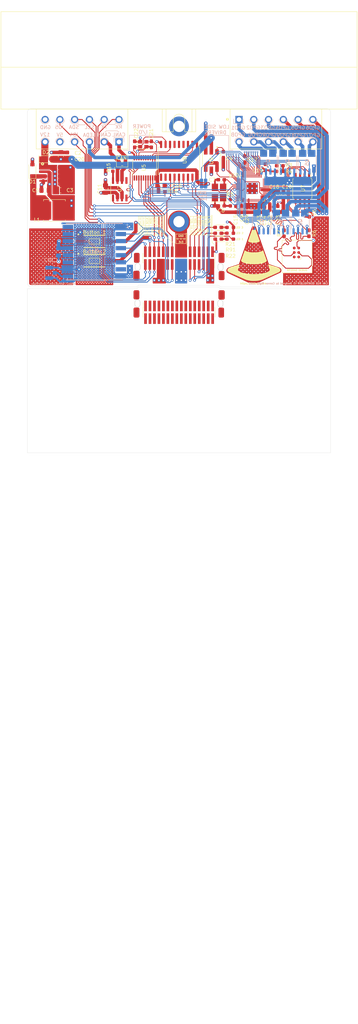
<source format=kicad_pcb>
(kicad_pcb (version 20211014) (generator pcbnew)
  (layers (0 "F.Cu" signal) (1 "In1.Cu" power) (2 "In2.Cu" power) (31 "B.Cu" signal) (34 "B.Paste" user) (35 "F.Paste" user) (36 "B.SilkS" user "B.Silkscreen") (37 "F.SilkS" user "F.Silkscreen") (38 "B.Mask" user) (39 "F.Mask" user) (44 "Edge.Cuts" user))
  (net 0 "")
  (net 1 "/CANH")
  (net 2 "/CANL")
  (net 3 "/G_OUT")
  (net 4 "/R_OUT")
  (net 5 "/B_OUT")
  (net 6 "+5V")
  (net 7 "/LEDG")
  (net 8 "/LEDR")
  (net 9 "/EXT_UART_RX")
  (net 10 "/EXT_UART_TX")
  (net 11 "/LEDB")
  (net 12 "/CAN_TX")
  (net 13 "/CAN_RX")
  (net 14 "/GPO_1")
  (net 15 "/GPO_2")
  (net 16 "/GPO_3")
  (net 17 "/GPO_4")
  (net 18 "/GPO_5")
  (net 20 "+3V3")
  (net 21 "GND")
  (net 22 "/MCP_OSC2")
  (net 23 "/GPO_6")
  (net 24 "/MCP_OSC1")
  (net 33 "/MCP_RESET")
  (net 34 "Net-(R15-Pad1)")
  (net 35 "Net-(D1-Pad1)")
  (net 42 "/GPO_7")
  (net 43 "/GPO_8")
  (net 44 "/GPO_9")
  (net 45 "Net-(C4-Pad1)")
  (net 46 "VCC")
  (net 47 "/LEDA_OUT")
  (net 48 "/GPO_1_OUT")
  (net 49 "/GPO_2_OUT")
  (net 50 "/GPO_6_OUT")
  (net 51 "/GPO_4_OUT")
  (net 52 "/GPO_5_OUT")
  (net 53 "/GPO_3_OUT")
  (net 54 "/GPO_8_OUT")
  (net 55 "/GPO_7_OUT")
  (net 56 "/GPO_9_OUT")
  (net 57 "/LEDA")
  (net 58 "Net-(C7-Pad1)")
  (net 59 "Net-(C8-Pad2)")
  (net 60 "+1V1")
  (net 61 "/PICO_USB_N")
  (net 62 "/PICO_USB_P")
  (net 64 "/USB_BOOT")
  (net 65 "/QSPI_SS")
  (net 66 "Net-(R5-Pad1)")
  (net 67 "/QSPI_SD1")
  (net 68 "/QSPI_SD2")
  (net 69 "/QSPI_SD0")
  (net 70 "/QSPI_SCLK")
  (net 71 "/QSPI_SD3")
  (net 72 "/PICO_USB__P")
  (net 73 "/PICO_USB__N")
  (net 86 "/EXT_IO4")
  (net 87 "/EXT_IO5")
  (net 88 "Net-(D301-Pad1)")
  (net 89 "Net-(D302-Pad1)")
  (net 90 "/LED_RED")
  (net 91 "Net-(D308-Pad1)")
  (net 92 "/WIFI_LED")
  (net 95 "/GPO_12")
  (net 97 "Net-(J304-Pad2)")
  (net 98 "/MODE_BTN")
  (net 99 "/PAUSE_BTN")
  (net 100 "/LED_GRN")
  (net 106 "/EXT_I2C_SDA")
  (net 107 "/EXT_I2C_SCL")
  (net 108 "/EXT_12V")
  (net 109 "/EXT_IO1")
  (net 110 "/EXT_IO2")
  (net 111 "/EXT_IO3")
  (net 112 "/EXT_SPI_MISO")
  (net 113 "/EXT_SPI_MOSI")
  (net 114 "/EXT_SPI_SCK")
  (net 115 "/EXT_SPI_SS0")
  (net 116 "/EXT_SPI_SS1")
  (footprint "Crystal:Crystal_SMD_2520-4Pin_2.5x2.0mm" (layer "F.Cu") (at 56.875 52.05)
    (fp_text reference "Y2" hide)
    (fp_text value "16mhz" hide)
  )
  (footprint "Package_SO:SOIC-18W_7.5x11.6mm_P1.27mm" (layer "F.Cu") (at 67 56.75 -90)
    (fp_text reference "U8")
    (fp_text value "MCP2515-xSO")
  )
  (footprint "Diode_SMD:D_SOD-123" (layer "F.Cu") (at 25.425 59.5 90)
    (fp_text reference "D1")
    (fp_text value "D_Small" hide)
  )
  (footprint "Package_SO:TSSOP-20_4.4x6.5mm_P0.65mm" (layer "F.Cu") (at 57.25 58.75 -90)
    (fp_text reference "U5")
    (fp_text value "MCP2515-xST")
  )
  (footprint "Capacitor_SMD:C_0603_1608Metric_Pad1.08x0.95mm_HandSolder" (layer "F.Cu") (at 83.125 70.45 -90)
    (fp_text reference "C15")
    (fp_text value "0.1uF")
  )
  (footprint "Capacitor_SMD:C_0603_1608Metric_Pad1.08x0.95mm_HandSolder" (layer "F.Cu") (at 96.8 77.3 90)
    (fp_text reference "R7")
    (fp_text value "27.4")
  )
  (footprint "Capacitor_SMD:C_0603_1608Metric_Pad1.08x0.95mm_HandSolder" (layer "F.Cu") (at 59.15 52.075 90)
    (fp_text reference "C21")
    (fp_text value "10pF")
  )
  (footprint "SW_RS-032G05A3-SMRT:SW_RS-032G05A3-SMRT" (layer "F.Cu") (at 43 79.595)
    (fp_text reference "PAU301" hide)
    (fp_text value "SW_SPST")
  )
  (footprint "Package_SO:SOIC-8_5.23x5.23mm_P1.27mm" (layer "F.Cu") (at 101.988687 64.587273 -90)
    (fp_text reference "U7")
    (fp_text value "W25Q128JVS")
  )
  (footprint "Capacitor_SMD:C_0805_2012Metric_Pad1.18x1.45mm_HandSolder" (layer "F.Cu") (at 46.15 64.75 -90)
    (fp_text reference "C11")
    (fp_text value "10uF")
  )
  (footprint "Capacitor_SMD:C_0805_2012Metric_Pad1.18x1.45mm_HandSolder" (layer "F.Cu") (at 61.9 63.75)
    (fp_text reference "C16")
    (fp_text value "10uF")
  )
  (footprint "Capacitor_SMD:C_0603_1608Metric_Pad1.08x0.95mm_HandSolder" (layer "F.Cu") (at 86.3 70.45 -90)
    (fp_text reference "C24")
    (fp_text value "0.1uF")
  )
  (footprint "MountingHole:MountingHole_3.2mm_M3_DIN965_Pad" (layer "F.Cu") (at 67 47 90)
    (fp_text reference "H304" hide)
    (fp_text value "MountingHole_Pad" hide)
  )
  (footprint "Resistor_SMD:R_0603_1608Metric_Pad0.98x0.95mm_HandSolder" (layer "F.Cu") (at 81.55 68.625 -90)
    (fp_text reference "R5")
    (fp_text value "1k")
  )
  (footprint "TE_DTM1312PA12PBR008:PinSocket_2x16_P1.27mm_Vertical_SMD" (layer "F.Cu") (at 66.974838 84.3275 -90)
    (fp_text reference "J2" hide)
    (fp_text value "Conn_02x15_Odd_Even_Shielded")
    (fp_line (start 2.25 -11.05) (end 2.8 -11.05) (layer "Edge.Cuts") (width 0.12))
    (fp_line (start 2.25 -12.55) (end 2.8 -12.55) (layer "Edge.Cuts") (width 0.12))
    (fp_line (start 2.2 10.95) (end 2.75 10.95) (layer "Edge.Cuts") (width 0.12))
    (fp_line (start 2.2 12.45) (end 2.75 12.45) (layer "Edge.Cuts") (width 0.12))
    (fp_arc (start 2.75 10.95) (mid 3.5 11.7) (end 2.75 12.45) (layer "Edge.Cuts") (width 0.12))
    (fp_arc (start 2.2 12.45) (mid 1.45 11.7) (end 2.2 10.95) (layer "Edge.Cuts") (width 0.12))
    (fp_arc (start 2.25 -11.05) (mid 1.5 -11.8) (end 2.25 -12.55) (layer "Edge.Cuts") (width 0.12))
    (fp_arc (start 2.8 -12.55) (mid 3.55 -11.8) (end 2.8 -11.05) (layer "Edge.Cuts") (width 0.12))
  )
  (footprint "Capacitor_SMD:C_0603_1608Metric_Pad1.08x0.95mm_HandSolder" (layer "F.Cu") (at 95.05 66.35 -90)
    (fp_text reference "C18")
    (fp_text value "0.1uF")
  )
  (footprint "Package_SO:SOIC-8_3.9x4.9mm_P1.27mm" (layer "F.Cu") (at 50.185 64.8 90)
    (fp_text reference "U2")
    (fp_text value "SN65HVD230")
  )
  (footprint "Capacitor_SMD:C_0603_1608Metric_Pad1.08x0.95mm_HandSolder" (layer "F.Cu") (at 84.75 70.45 -90)
    (fp_text reference "C9")
    (fp_text value "1uF")
  )
  (footprint "Connector:Tag-Connect_TC2030-IDC-FP_2x03_P1.27mm_Vertical" (layer "F.Cu") (at 100.32 82.73 90)
    (fp_text reference "J5" hide)
    (fp_text value "TC2030-IDC")
  )
  (footprint "Capacitor_SMD:C_0603_1608Metric_Pad1.08x0.95mm_HandSolder" (layer "F.Cu") (at 79 62.1)
    (fp_text reference "C7")
    (fp_text value "10pF")
  )
  (footprint "Capacitor_SMD:C_0805_2012Metric_Pad1.18x1.45mm_HandSolder" (layer "F.Cu") (at 29.024999 65.108041 180)
    (fp_text reference "C5")
    (fp_text value "10uF")
  )
  (footprint "Resistor_SMD:R_0603_1608Metric_Pad0.98x0.95mm_HandSolder" (layer "F.Cu") (at 81.51 78.94)
    (fp_text reference "R22")
    (fp_text value "240")
  )
  (footprint "Capacitor_SMD:C_0603_1608Metric_Pad1.08x0.95mm_HandSolder" (layer "F.Cu") (at 79 69.524999)
    (fp_text reference "C8")
    (fp_text value "10pF")
  )
  (footprint "TE_DTM1312PA12PBR008:TE_DTM1312PA12PBR008" (layer "F.Cu") (at 67 47 180)
    (fp_text reference "J4" hide)
    (fp_text value "DTM1312PA12PBR008")
  )
  (footprint "Capacitor_SMD:C_0603_1608Metric_Pad1.08x0.95mm_HandSolder" (layer "F.Cu") (at 91.225 70.45 -90)
    (fp_text reference "C14")
    (fp_text value "0.1uF")
  )
  (footprint "Capacitor_SMD:C_0603_1608Metric_Pad1.08x0.95mm_HandSolder" (layer "F.Cu") (at 96.6 66.35 -90)
    (fp_text reference "C10")
    (fp_text value "0.1uF")
  )
  (footprint "Capacitor_SMD:C_0805_2012Metric_Pad1.18x1.45mm_HandSolder" (layer "F.Cu") (at 33.5 55.35 90)
    (fp_text reference "C2")
    (fp_text value "10uF")
  )
  (footprint "Resistor_SMD:R_0603_1608Metric_Pad0.98x0.95mm_HandSolder" (layer "F.Cu") (at 48.235 58.8 90)
    (fp_text reference "R15")
    (fp_text value "1k")
  )
  (footprint "Capacitor_SMD:C_0603_1608Metric_Pad1.08x0.95mm_HandSolder" (layer "F.Cu") (at 92.75 68.175 -90)
    (fp_text reference "C12")
    (fp_text value "1uF")
  )
  (footprint "logos:cone" (layer "F.Cu") (at 88.25 83.5)
    (fp_text reference "G***" hide)
    (fp_text value "LOGO" hide)
  )
  (footprint "SW_RS-032G05A3-SMRT:SW_RS-032G05A3-SMRT" (layer "F.Cu") (at 43 85.075)
    (fp_text reference "MOD301" hide)
    (fp_text value "SW_SPST")
  )
  (footprint "Resistor_SMD:R_0603_1608Metric_Pad0.98x0.95mm_HandSolder" (layer "F.Cu") (at 95.6 58.15)
    (fp_text reference "R3")
    (fp_text value "1k")
  )
  (footprint "Capacitor_SMD:C_0603_1608Metric_Pad1.08x0.95mm_HandSolder" (layer "F.Cu") (at 103.85 77.275 -90)
    (fp_text reference "R6")
    (fp_text value "27.4")
  )
  (footprint "LED_SMD:LED_0603_1608Metric_Pad1.05x0.95mm_HandSolder" (layer "F.Cu") (at 78.125 75.61 180)
    (fp_text reference "D302" hide)
    (fp_text value "RED")
  )
  (footprint "Capacitor_SMD:C_0603_1608Metric_Pad1.08x0.95mm_HandSolder" (layer "F.Cu") (at 89.625 70.45 -90)
    (fp_text reference "C13")
    (fp_text value "0.1uF")
  )
  (footprint "WS2815B:worldsemi-WS2815B-MFG" (layer "F.Cu") (at 76.175 56.675 -90)
    (fp_text reference "U9")
    (fp_text value "WS2815B" hide)
  )
  (footprint "Capacitor_SMD:C_0603_1608Metric_Pad1.08x0.95mm_HandSolder" (layer "F.Cu") (at 35.35 55.25 90)
    (fp_text reference "C20")
    (fp_text value "0.1uF")
  )
  (footprint "RP2040:RP2040-QFN-56" (layer "F.Cu") (at 87.75 64.55 -90)
    (fp_text reference "U10")
    (fp_text value "RP2040")
  )
  (footprint "Inductor_SMD:L_Bourns_SRN6045TA" (layer "F.Cu") (at 31.675 70.825)
    (fp_text reference "L1")
    (fp_text value "6.8uH")
  )
  (footprint "Resistor_SMD:R_0603_1608Metric_Pad0.98x0.95mm_HandSolder" (layer "F.Cu") (at 50.885 57.6 180)
    (fp_text reference "R104" hide)
    (fp_text value "120,DNF")
  )
  (footprint "TE_DTM1312PA12PBR008:PinSocket_2x16_P1.27mm_Vertical_SMD" (layer "F.Cu") (at 67.025162 99.6725 90)
    (fp_text reference "J2" hide)
    (fp_text value "Conn_02x15_Odd_Even_Shielded")
    (fp_line (start 2.2 10.95) (end 2.75 10.95) (layer "Edge.Cuts") (width 0.12))
    (fp_line (start 2.25 -12.55) (end 2.8 -12.55) (layer "Edge.Cuts") (width 0.12))
    (fp_line (start 2.2 12.45) (end 2.75 12.45) (layer "Edge.Cuts") (width 0.12))
    (fp_line (start 2.25 -11.05) (end 2.8 -11.05) (layer "Edge.Cuts") (width 0.12))
    (fp_arc (start 2.8 -12.55) (mid 3.55 -11.8) (end 2.8 -11.05) (layer "Edge.Cuts") (width 0.12))
    (fp_arc (start 2.75 10.95) (mid 3.5 11.7) (end 2.75 12.45) (layer "Edge.Cuts") (width 0.12))
    (fp_arc (start 2.25 -11.05) (mid 1.5 -11.8) (end 2.25 -12.55) (layer "Edge.Cuts") (width 0.12))
    (fp_arc (start 2.2 12.45) (mid 1.45 11.7) (end 2.2 10.95) (layer "Edge.Cuts") (width 0.12))
  )
  (footprint "Diode_SMD:D_SOD-123" (layer "F.Cu") (at 29.500001 56.3)
    (fp_text reference "D2")
    (fp_text value "D_Small" hide)
  )
  (footprint "Capacitor_SMD:C_0603_1608Metric_Pad1.08x0.95mm_HandSolder" (layer "F.Cu") (at 95.025 70.45 -90)
    (fp_text reference "C23")
    (fp_text value "0.1uF")
  )
  (footprint "AP1509-50SG-13:SO08" (layer "F.Cu") (at 31.099999 60.505 -90)
    (fp_text reference "U304" hide)
    (fp_text value "AP1509")
  )
  (footprint "LED_SMD:LED_0603_1608Metric_Pad1.05x0.95mm_HandSolder" (layer "F.Cu") (at 78.1525 78.93 180)
    (fp_text reference "D301" hide)
    (fp_text value "GRN")
  )
  (footprint "MountingHole:MountingHole_3.2mm_M3_DIN965_Pad" (layer "F.Cu") (at 67 74 90)
    (fp_text reference "H302" hide)
    (fp_text value "MountingHole_Pad" hide)
  )
  (footprint "Capacitor_SMD:C_0603_1608Metric_Pad1.08x0.95mm_HandSolder" (layer "F.Cu") (at 79.575 55.025 -90)
    (fp_text reference "C4")
    (fp_text value "0.1uF")
  )
  (footprint "Capacitor_SMD:C_0603_1608Metric_Pad1.08x0.95mm_HandSolder" (layer "F.Cu") (at 103.95 71.75 -90)
    (fp_text reference "C6")
    (fp_text value "1uF")
  )
  (footprint "Capacitor_SMD:C_0805_2012Metric_Pad1.18x1.45mm_HandSolder" (layer "F.Cu") (at 33.3 65.108041)
    (fp_text reference "C3")
    (fp_text value "10uF")
  )
  (footprint "LED_SMD:LED_0603_1608Metric_Pad1.05x0.95mm_HandSolder" (layer "F.Cu") (at 78.135 77.28 180)
    (fp_text reference "D308" hide)
    (fp_text value "GRN")
  )
  (footprint "Resistor_SMD:R_0603_1608Metric_Pad0.98x0.95mm_HandSolder" (layer "F.Cu") (at 81.535 75.62)
    (fp_text reference "R21")
    (fp_text value "240")
  )
  (footprint "Capacitor_SMD:C_0603_1608Metric_Pad1.08x0.95mm_HandSolder" (layer "F.Cu") (at 85.6 56.288914 90)
    (fp_text reference "C17")
    (fp_text value "0.1uF")
  )
  (footprint "Resistor_SMD:R_0603_1608Metric_Pad0.98x0.95mm_HandSolder" (layer "F.Cu") (at 62.1 65.6)
    (fp_text reference "R16")
    (fp_text value "10k")
  )
  (footprint "Capacitor_SMD:C_0603_1608Metric_Pad1.08x0.95mm_HandSolder" (layer "F.Cu") (at 91.49024 58.563824 90)
    (fp_text reference "C19")
    (fp_text value "0.1uF")
  )
  (footprint "Capacitor_SMD:C_0603_1608Metric_Pad1.08x0.95mm_HandSolder" (layer "F.Cu") (at 54.425 52.075 90)
    (fp_text reference "C22")
    (fp_text value "10pF")
  )
  (footprint "Resistor_SMD:R_0603_1608Metric_Pad0.98x0.95mm_HandSolder" (layer "F.Cu") (at 81.505 77.27)
    (fp_text reference "R91")
    (fp_text value "240")
  )
  (footprint "Resistor_SMD:R_0603_1608Metric_Pad0.98x0.95mm_HandSolder" (layer "F.Cu") (at 95.6 59.75 180)
    (fp_text reference "R4")
    (fp_text value "10k,DNF")
  )
  (footprint "Crystal:Crystal_SMD_3225-4Pin_3.2x2.5mm_HandSoldering" (layer "F.Cu") (at 78.35 65.725 90)
    (fp_text reference "Y3" hide)
    (fp_text value "12mhz")
  )
  (footprint "Package_SO:SO-8_3.9x4.9mm_P1.27mm" (layer "B.Cu") (at 92.3 57.225 90)
    (fp_text reference "Q7")
    (fp_text value "Q_Dual_NMOS_S1G1S2G2D2D2D1D1")
  )
  (footprint "Package_SO:SO-8_3.9x4.9mm_P1.27mm" (layer "B.Cu") (at 103.35 57.225 90)
    (fp_text reference "Q5")
    (fp_text value "Q_Dual_NMOS_S1G1S2G2D2D2D1D1")
  )
  (footprint "Package_SO:SO-8_3.9x4.9mm_P1.27mm" (layer "B.Cu") (at 101.4 74.15 90)
    (fp_text reference "Q6")
    (fp_text value "Q_Dual_NMOS_S1G1S2G2D2D2D1D1")
  )
  (footprint "Package_SO:SO-8_3.9x4.9mm_P1.27mm" (layer "B.Cu") (at 90.375 74.15 90)
    (fp_text reference "Q3")
    (fp_text value "Q_Dual_NMOS_S1G1S2G2D2D2D1D1" hide)
  )
  (footprint "XCVR_RFM69HW:XCVR_RFM69HW" (layer "B.Cu") (at 42.98 82.5 180)
    (fp_text reference "U310")
    (fp_text value "RFM69HCW")
  )
  (footprint "Capacitor_SMD:C_0805_2012Metric_Pad1.18x1.45mm_HandSolder" (layer "B.Cu") (at 32.85 82.55 90)
    (fp_text reference "C302")
    (fp_text value "10uF")
  )
  (footprint "Package_SO:SO-8_3.9x4.9mm_P1.27mm" (layer "B.Cu") (at 95.9 74.15 90)
    (fp_text reference "Q4")
    (fp_text value "Q_Dual_NMOS_S1G1S2G2D2D2D1D1" hide)
  )
  (footprint "Resistor_SMD:R_0603_1608Metric_Pad0.98x0.95mm_HandSolder" (layer "B.Cu") (at 73.376667 63.205 -90)
    (fp_text reference "R12")
    (fp_text value "1k")
  )
  (footprint "Resistor_SMD:R_0603_1608Metric_Pad0.98x0.95mm_HandSolder" (layer "B.Cu") (at 74.546667 63.205 -90)
    (fp_text reference "R11")
    (fp_text value "1k")
  )
  (footprint "Package_SO:SO-8_3.9x4.9mm_P1.27mm" (layer "B.Cu") (at 97.8 57.225 90)
    (fp_text reference "Q2")
    (fp_text value "Q_Dual_NMOS_S1G1S2G2D2D2D1D1")
  )
  (footprint "U.FL-R-SMT-1_10_:HRS_U.FL-R-SMT-1(10)" (layer "B.Cu") (at 30.175 88.5 -90)
    (fp_text reference "J304" hide)
    (fp_text value "U.FL-R-SMT-1(10)")
  )
  (gr_line (start 49.45 48.25) (end 46.4 48.25) (layer "B.SilkS") (width 0.12))
  (gr_arc (start 106.2 45) (mid 104.95 46.25) (end 103.7 45) (layer "B.SilkS") (width 0.12))
  (gr_arc (start 44.55 51.45) (mid 45.8 50.2) (end 47.05 51.45) (layer "B.SilkS") (width 0.12))
  (gr_arc (start 103.75 51.400001) (mid 105 50.15) (end 106.25 51.400001) (layer "B.SilkS") (width 0.12))
  (gr_arc (start 40.35 51.4) (mid 41.6 50.15) (end 42.85 51.4) (layer "B.SilkS") (width 0.12))
  (gr_arc (start 51.25 45.1) (mid 50 46.35) (end 48.75 45.1) (layer "B.SilkS") (width 0.12))
  (gr_line (start 49.95 48.55) (end 49.45 48.25) (layer "B.SilkS") (width 0.12))
  (gr_arc (start 91.15 51.400001) (mid 92.4 50.15) (end 93.65 51.400001) (layer "B.SilkS") (width 0.12))
  (gr_arc (start 93.65 45) (mid 92.4 46.25) (end 91.15 45) (layer "B.SilkS") (width 0.12))
  (gr_line (start 81.1 49.55) (end 81.1 53.75) (layer "B.SilkS") (width 0.12))
  (gr_line (start 60.35 49.55) (end 52.95 49.5) (layer "B.SilkS") (width 0.12))
  (gr_line (start 38.65 46.55) (end 38.35 46.25) (layer "B.SilkS") (width 0.12))
  (gr_line (start 48.75 46.45) (end 47.1 46.45) (layer "B.SilkS") (width 0.12))
  (gr_arc (start 30.25 45.05) (mid 29 46.3) (end 27.75 45.05) (layer "B.SilkS") (width 0.12))
  (gr_arc (start 31.95 51.45) (mid 33.2 50.2) (end 34.45 51.45) (layer "B.SilkS") (width 0.12))
  (gr_line (start 40.55 46.25) (end 40.3 46.55) (layer "B.SilkS") (width 0.12))
  (gr_line (start 51.35 50.1) (end 51.35 51.45) (layer "B.SilkS") (width 0.12))
  (gr_arc (start 47.05 45.1) (mid 45.8 46.35) (end 44.55 45.1) (layer "B.SilkS") (width 0.12))
  (gr_line (start 48.6 51.45) (end 48.6 50.1) (layer "B.SilkS") (width 0.12))
  (gr_arc (start 36.15 51.45) (mid 37.4 50.2) (end 38.65 51.45) (layer "B.SilkS") (width 0.12))
  (gr_arc (start 97.85 45) (mid 96.6 46.25) (end 95.35 45) (layer "B.SilkS") (width 0.12))
  (gr_line (start 82.55 46.25) (end 82.55 44.9) (layer "B.SilkS") (width 0.12))
  (gr_line (start 74.3 49.55) (end 81.1 49.55) (layer "B.SilkS") (width 0.12))
  (gr_arc (start 89.45 45) (mid 88.2 46.25) (end 86.95 45) (layer "B.SilkS") (width 0.12))
  (gr_line (start 49 46.15) (end 48.75 46.45) (layer "B.SilkS") (width 0.12))
  (gr_arc (start 102 45) (mid 100.75 46.25) (end 99.5 45) (layer "B.SilkS") (width 0.12))
  (gr_line (start 48.6 50.1) (end 51.35 50.1) (layer "B.SilkS") (width 0.12))
  (gr_arc (start 42.85 45.1) (mid 41.6 46.35) (end 40.35 45.1) (layer "B.SilkS") (width 0.12))
  (gr_line (start 52.9 53.75) (end 51.2 53.75) (layer "B.SilkS") (width 0.12))
  (gr_arc (start 38.65 45.1) (mid 37.4 46.35) (end 36.15 45.1) (layer "B.SilkS") (width 0.12))
  (gr_arc (start 27.75 51.45) (mid 29 50.2) (end 30.25 51.45) (layer "B.SilkS") (width 0.12))
  (gr_line (start 52.95 49.5) (end 52.9 53.75) (layer "B.SilkS") (width 0.12))
  (gr_line (start 81.1 53.75) (end 82.3 53.75) (layer "B.SilkS") (width 0.12))
  (gr_arc (start 34.5 45.1) (mid 33.25 46.35) (end 32 45.1) (layer "B.SilkS") (width 0.12))
  (gr_line (start 47.1 46.45) (end 46.8 46.15) (layer "B.SilkS") (width 0.12))
  (gr_arc (start 82.75 51.400001) (mid 84 50.15) (end 85.25 51.400001) (layer "B.SilkS") (width 0.12))
  (gr_line (start 40.3 46.55) (end 38.65 46.55) (layer "B.SilkS") (width 0.12))
  (gr_arc (start 86.95 51.400001) (mid 88.2 50.15) (end 89.45 51.400001) (layer "B.SilkS") (width 0.12))
  (gr_line (start 85.3 46.25) (end 82.55 46.25) (layer "B.SilkS") (width 0.12))
  (gr_arc (start 99.55 51.400001) (mid 100.8 50.15) (end 102.05 51.400001) (layer "B.SilkS") (width 0.12))
  (gr_line (start 85.3 44.9) (end 85.3 46.25) (layer "B.SilkS") (width 0.12))
  (gr_line (start 46.4 48.25) (end 45.95 48.6) (layer "B.SilkS") (width 0.12))
  (gr_arc (start 95.35 51.400001) (mid 96.6 50.15) (end 97.85 51.400001) (layer "B.SilkS") (width 0.12))
  (gr_line (start 69.6 81.8) (end 69.6 80.7) (layer "F.SilkS") (width 0.12))
  (gr_rect (start 96.25 79.25) (end 104.75 88.5) (layer "F.SilkS") (width 0.12) (fill none))
  (gr_line (start 55.5 75.125) (end 62.5 75.125) (layer "F.SilkS") (width 0.12))
  (gr_line (start 60.5 72.5) (end 60.5 77.75) (layer "F.SilkS") (width 0.12))
  (gr_line (start 76.4 72.2) (end 76.4 79.9) (layer "F.SilkS") (width 0.12))
  (gr_line (start 70.15 75.125) (end 76.15 75.125) (layer "F.SilkS") (width 0.12))
  (gr_line (start 69.6 80.7) (end 69.3 80.7) (layer "F.SilkS") (width 0.12))
  (gr_line (start 75.15 72.5) (end 75.15 75.1) (layer "F.SilkS") (width 0.12))
  (gr_line (start 62.9 72.5) (end 62.9 77.9) (layer "F.SilkS") (width 0.12))
  (gr_line (start 71.15 72.5) (end 71.15 77.75) (layer "F.SilkS") (width 0.12))
  (gr_rect (start 49.25 55.25) (end 52.5 58.5) (layer "F.SilkS") (width 0.12) (fill none))
  (gr_rect (start 55.5 72.5) (end 62.5 77.75) (layer "F.SilkS") (width 0.12) (fill none))
  (gr_rect (start 70.15 72.5) (end 76.15 77.75) (layer "F.SilkS") (width 0.12) (fill none))
  (gr_line (start 73.15 72.5) (end 73.15 77.75) (layer "F.SilkS") (width 0.12))
  (gr_line (start 62.3 72.2) (end 62.9 72.2) (layer "F.SilkS") (width 0.12))
  (gr_line (start 69.3 80.7) (end 69.3 77.5) (layer "F.SilkS") (width 0.12))
  (gr_line (start 68.9 77.3) (end 69.3 77.3) (layer "F.SilkS") (width 0.12))
  (gr_line (start 58.5 72.5) (end 58.5 77.75) (layer "F.SilkS") (width 0.12))
  (gr_line (start 69.3 77.3) (end 69.3 77.5) (layer "F.SilkS") (width 0.12))
  (gr_line (start 65.7 81.8) (end 65.7 80.3) (layer "F.SilkS") (width 0.12))
  (gr_line (start 62.9 72.2) (end 62.9 72.5) (layer "F.SilkS") (width 0.12))
  (gr_line (start 68.45 78.6) (end 68.45 79.15) (layer "F.SilkS") (width 0.12))
  (gr_line (start 62.9 77.9) (end 65.7 80.3) (layer "F.SilkS") (width 0.12))
  (gr_line (start 67.55 78.6) (end 67.55 79.15) (layer "F.SilkS") (width 0.12))
  (gr_line (start 61.5 72.5) (end 61.5 77.75) (layer "F.SilkS") (width 0.12))
  (gr_line (start 76.4 79.9) (end 77.3 80.7) (layer "F.SilkS") (width 0.12))
  (gr_line (start 56.5 72.5) (end 56.5 77.75) (layer "F.SilkS") (width 0.12))
  (gr_line (start 57.5 72.5) (end 57.5 77.7) (layer "F.SilkS") (width 0.12))
  (gr_line (start 66.65 78.6) (end 66.65 79.15) (layer "F.SilkS") (width 0.12))
  (gr_rect (start 66.1 77.5) (end 69 80.2) (layer "F.SilkS") (width 0.12) (fill none))
  (gr_line (start 66.1 78.85) (end 69 78.85) (layer "F.SilkS") (width 0.12))
  (gr_line (start 74.15 72.5) (end 74.15 77.75) (layer "F.SilkS") (width 0.12))
  (gr_line (start 59.5 72.5) (end 59.5 75.1) (layer "F.SilkS") (width 0.12))
  (gr_line (start 72.15 72.5) (end 72.15 77.75) (layer "F.SilkS") (width 0.12))
  (gr_line (start 77.3 80.7) (end 77.3 81.8) (layer "F.SilkS") (width 0.12))
  (gr_line (start 76.1 72.2) (end 76.4 72.2) (layer "F.SilkS") (width 0.12))
  (gr_line (start 78 92) (end 79 92.5) (layer "Edge.Cuts") (width 0.05))
  (gr_line (start 110 43) (end 110 92) (layer "Edge.Cuts") (width 0.05))
  (gr_arc (start 24 43) (mid 24.292893 42.292893) (end 25 42) (layer "Edge.Cuts") (width 0.05))
  (gr_line (start 25.000001 92.439999) (end 55 92.5) (layer "Edge.Cuts") (width 0.05))
  (gr_line (start 25 42) (end 109 42) (layer "Edge.Cuts") (width 0.05))
  (gr_line (start 24 139.5) (end 24 93) (layer "Edge.Cuts") (width 0.05))
  (gr_line (start 79 92.5) (end 109.5 92.5) (layer "Edge.Cuts") (width 0.05))
  (gr_line (start 55.5 92.5) (end 78 92.5) (layer "Edge.Cuts") (width 0.05))
  (gr_line (start 55 92.5) (end 55.5 92) (layer "Edge.Cuts") (width 0.05))
  (gr_arc (start 25.000001 92.439999) (mid 24.292894 92.147106) (end 24.000001 91.439999) (layer "Edge.Cuts") (width 0.05))
  (gr_line (start 78 92.5) (end 79 93) (layer "Edge.Cuts") (width 0.05))
  (gr_line (start 24 93) (end 55 93) (layer "Edge.Cuts") (width 0.05))
  (gr_arc (start 110 92) (mid 109.853553 92.353553) (end 109.5 92.5) (layer "Edge.Cuts") (width 0.05))
  (gr_line (start 55 93) (end 55.5 92.5) (layer "Edge.Cuts") (width 0.05))
  (gr_arc (start 109 42) (mid 109.707107 42.292893) (end 110 43) (layer "Edge.Cuts") (width 0.05))
  (gr_line (start 110 93) (end 110 139.5) (layer "Edge.Cuts") (width 0.05))
  (gr_line (start 79 93) (end 110 93) (layer "Edge.Cuts") (width 0.05))
  (gr_line (start 55.5 92) (end 78 92) (layer "Edge.Cuts") (width 0.05))
  (gr_line (start 110 139.5) (end 24 139.5) (layer "Edge.Cuts") (width 0.05))
  (gr_line (start 24.000001 91.439999) (end 24 43) (layer "Edge.Cuts") (width 0.05))
  (gr_text "12V" (at 29 49.35) (layer "B.SilkS") (effects (font (size 1 1)) (justify mirror)))
  (gr_text "GPOR" (at 92.65 49.45) (layer "B.SilkS") (effects (font (size 1 1)) (justify mirror)))
  (gr_text "CANH\n" (at 45.75 49.35) (layer "B.SilkS") (effects (font (size 1 1)) (justify mirror)))
  (gr_text "SCL" (at 41.65 47.2) (layer "B.SilkS") (effects (font (size 1 1)) (justify mirror)))
  (gr_text "GPO7" (at 105 49.5) (layer "B.SilkS") (effects (font (size 1 1)) (justify mirror)))
  (gr_text "LEDA" (at 41.55 49.45) (layer "B.SilkS") (effects (font (size 1 1)) (justify mirror)))
  (gr_text "POWER\nI/O \n" (at 56.45 47.8) (layer "B.SilkS") (effects (font (size 1 1)) (justify mirror)))
  (gr_text "GPO8" (at 100.9 49.5) (layer "B.SilkS") (effects (font (size 1 1)) (justify mirror)))
  (gr_text "IO4" (at 37.2 49.35) (layer "B.SilkS") (effects (font (size 1 1)) (justify mirror)))
  (gr_text "GPO1" (at 83.8 47.4) (layer "B.SilkS") (effects (font (size 1 1)) (justify mirror)))
  (gr_text "GPO3" (at 92.2 47.35) (layer "B.SilkS") (effects (font (size 1 1)) (justify mirror)))
  (gr_text "GPO5" (at 100.75 47.35) (layer "B.SilkS") (effects (font (size 1 1)) (justify mirror)))
  (gr_text "CAN RGB CONTROLLER V3 Designed by Connor Rigby 2022" (at 98 91.5) (layer "B.SilkS") (effects (font (size 0.5 0.5) (thickness 0.125)) (justify mirror)))
  (gr_text "LOW SIDE \nDRIVERS" (at 77.35 47.95) (layer "B.SilkS") (effects (font (size 1 1)) (justify mirror)))
  (gr_text "CANL" (at 49.95 49.35) (layer "B.SilkS") (effects (font (size 1 1)) (justify mirror)))
  (gr_text "SDA" (at 37.2 47.2) (layer "B.SilkS") (effects (font (size 1 1)) (justify mirror)))
  (gr_text "IO5" (at 33.05 47.2) (layer "B.SilkS") (effects (font (size 1 1)) (justify mirror)))
  (gr_text "GPO2" (at 88.1 47.35) (layer "B.SilkS") (effects (font (size 1 1)) (justify mirror)))
  (gr_text "GPOB" (at 83.75 49.35) (layer "B.SilkS") (effects (font (size 1 1)) (justify mirror)))
  (gr_text "GPO9" (at 96.75 49.5) (layer "B.SilkS") (effects (font (size 1 1)) (justify mirror)))
  (gr_text "GPO6" (at 104.95 47.35) (layer "B.SilkS") (effects (font (size 1 1)) (justify mirror)))
  (gr_text "GND" (at 29.1 47.25) (layer "B.SilkS") (effects (font (size 1 1)) (justify mirror)))
  (gr_text "GPOG" (at 88.6 49.4) (layer "B.SilkS") (effects (font (size 1 1)) (justify mirror)))
  (gr_text "https://github.com/ConnorRigby" (at 31.3 91.6) (layer "B.SilkS") (effects (font (size 0.5 0.5) (thickness 0.125)) (justify mirror)))
  (gr_text "5V" (at 33.2 49.4) (layer "B.SilkS") (effects (font (size 1 1)) (justify mirror)))
  (gr_text "GPO4" (at 96.3 47.35) (layer "B.SilkS") (effects (font (size 1 1)) (justify mirror)))
  (gr_text "RX" (at 49.95 47.15) (layer "B.SilkS") (effects (font (size 1 1)) (justify mirror)))
  (gr_text "TX" (at 45.8 47.15) (layer "B.SilkS") (effects (font (size 1 1)) (justify mirror)))
  (gr_text "CAN TX" (at 71.65 76.45 90) (layer "F.SilkS") (effects (font (size 0.4 0.4) (thickness 0.075))))
  (gr_text "RADIO RST" (at 56 73.85 90) (layer "F.SilkS") (effects (font (size 0.3 0.3) (thickness 0.075))))
  (gr_text "3v3" (at 67.549999 79.75) (layer "F.SilkS") (effects (font (size 0.5 0.5) (thickness 0.125))))
  (gr_text "MISO" (at 60 73.75 90) (layer "F.SilkS") (effects (font (size 0.5 0.5) (thickness 0.125))))
  (gr_text "SCLK" (at 58 73.75 90) (layer "F.SilkS") (effects (font (size 0.5 0.5) (thickness 0.125))))
  (gr_text "RX" (at 72.65 76.45 90) (layer "F.SilkS") (effects (font (size 0.5 0.5) (thickness 0.125))))
  (gr_text "MCP INT" (at 62 73.75 90) (layer "F.SilkS") (effects (font (size 0.3 0.3) (thickness 0.075))))
  (gr_text "BTN 1" (at 61.1 76.45 90) (layer "F.SilkS") (effects (font (size 0.3 0.3) (thickness 0.075))))
  (gr_text "Button 1" (at 43 77) (layer "F.SilkS") (effects (font (size 1 1))))
  (gr_text "BTN 2" (at 62 76.45 90) (layer "F.SilkS") (effects (font (size 0.3 0.3) (thickness 0.075))))
  (gr_text "MOSI" (at 59 73.75 90) (layer "F.SilkS") (effects (font (size 0.5 0.5) (thickness 0.125))))
  (gr_text "Button 2" (at 43 82.5) (layer "F.SilkS") (effects (font (size 1 1))))
  (gr_text "12v" (at 59.4 76.45 90) (layer "F.SilkS") (effects (font (size 0.5 0.5) (thickness 0.125))))
  (gr_text "RADIO INT" (at 58 76.45 90) (layer "F.SilkS") (effects (font (size 0.3 0.3) (thickness 0.075))))
  (gr_text "GND" (at 67.549999 78.05) (layer "F.SilkS") (effects (font (size 0.5 0.5) (thickness 0.125))))
  (gr_text "RADIO CS" (at 57 73.85 90) (layer "F.SilkS") (effects (font (size 0.3 0.3) (thickness 0.075))))
  (gr_text "LED 1" (at 84.15 78.95) (layer "F.SilkS") (effects (font (size 0.5 0.5) (thickness 0.125))))
  (gr_text "TX" (at 73.65 76.45 90) (layer "F.SilkS") (effects (font (size 0.5 0.5) (thickness 0.125))))
  (gr_text "SDA" (at 71.65 73.75 90) (layer "F.SilkS") (effects (font (size 0.5 0.5) (thickness 0.125))))
  (gr_text "EXT IO4" (at 57 76.45 90) (layer "F.SilkS") (effects (font (size 0.3 0.3) (thickness 0.075))))
  (gr_text "CAN RX" (at 70.65 76.45 90) (layer "F.SilkS") (effects (font (size 0.4 0.4) (thickness 0.075))))
  (gr_text "LED 3" (at 84.1 75.65) (layer "F.SilkS") (effects (font (size 0.5 0.5) (thickness 0.125))))
  (gr_text "LED 3" (at 72.65 73.75 90) (layer "F.SilkS") (effects (font (size 0.5 0.5) (thickness 0.125))))
  (gr_text "5v" (at 75.15 76.55 90) (layer "F.SilkS") (effects (font (size 0.5 0.5) (thickness 0.125))))
  (gr_text "LED 2" (at 73.65 73.75 90) (layer "F.SilkS") (effects (font (size 0.5 0.5) (thickness 0.125))))
  (gr_text "LED 2" (at 84.15 77.25) (layer "F.SilkS") (effects (font (size 0.5 0.5) (thickness 0.125))))
  (gr_text "SCL" (at 70.65 73.75 90) (layer "F.SilkS") (effects (font (size 0.5 0.5) (thickness 0.125))))
  (gr_text "https://cone.codes" (at 88.000001 91.5) (layer "F.SilkS") (effects (font (size 0.5 0.5) (thickness 0.125))))
  (gr_text "EXT IO3" (at 56 76.45 90) (layer "F.SilkS") (effects (font (size 0.3 0.3) (thickness 0.075))))
  (gr_text "3v3" (at 75.65 73.75 90) (layer "F.SilkS") (effects (font (size 0.5 0.5) (thickness 0.125))))
  (gr_text "LED 1" (at 74.65 73.75 90) (layer "F.SilkS") (effects (font (size 0.5 0.5) (thickness 0.125))))
  (gr_text "CAN" (at 50.75 56) (layer "F.SilkS") (effects (font (size 1 1))))
  (gr_text "RP2040 DEBUG" (at 100.5 87.75) (layer "F.SilkS") (effects (font (size 0.5 0.5) (thickness 0.125))))
  (gr_text "MCP CS" (at 61 73.75 90) (layer "F.SilkS") (effects (font (size 0.3 0.3) (thickness 0.075))))
  (segment (start 49.9725 56.9725) (end 47.55 54.55) (width 1) (layer "F.Cu") (net 1))
  (segment (start 46.49 51.39) (end 45.785 51.39) (width 1) (layer "F.Cu") (net 1))
  (segment (start 49.9725 57.6) (end 49.9725 56.9725) (width 1) (layer "F.Cu") (net 1))
  (segment (start 49.9725 58.7125) (end 49.9725 57.6) (width 1) (layer "F.Cu") (net 1))
  (segment (start 49.55 59.135) (end 49.9725 58.7125) (width 1) (layer "F.Cu") (net 1))
  (segment (start 47.55 54.55) (end 47.55 52.45) (width 1) (layer "F.Cu") (net 1))
  (segment (start 49.55 62.325) (end 49.55 59.135) (width 1) (layer "F.Cu") (net 1))
  (segment (start 47.55 52.45) (end 46.49 51.39) (width 1) (layer "F.Cu") (net 1))
  (segment (start 50.82 62.325) (end 50.82 59.58) (width 1) (layer "F.Cu") (net 2))
  (segment (start 50.82 59.58) (end 51.7975 58.6025) (width 1) (layer "F.Cu") (net 2))
  (segment (start 49.975 51.39) (end 49.975 53.675) (width 1) (layer "F.Cu") (net 2))
  (segment (start 51.7975 55.4975) (end 51.7975 57.6) (width 1) (layer "F.Cu") (net 2))
  (segment (start 51.7975 58.6025) (end 51.7975 57.6) (width 1) (layer "F.Cu") (net 2))
  (segment (start 49.975 53.675) (end 51.7975 55.4975) (width 1) (layer "F.Cu") (net 2))
  (segment (start 94.205 54.445) (end 93.55 55.1) (width 0.98) (layer "B.Cu") (net 3))
  (segment (start 91.863351 53.15) (end 94.205 53.15) (width 0.98) (layer "B.Cu") (net 3))
  (segment (start 94.205 53.15) (end 94.205 54.445) (width 0.98) (layer "B.Cu") (net 3))
  (segment (start 88.215 51.39) (end 90.103351 51.39) (width 0.98) (layer "B.Cu") (net 3))
  (segment (start 90.103351 51.39) (end 91.863351 53.15) (width 0.98) (layer "B.Cu") (net 3))
  (segment (start 96.525 53.85) (end 96.525 55.125) (width 1) (layer "B.Cu") (net 4))
  (segment (start 94.065 51.39) (end 96.525 53.85) (width 1) (layer "B.Cu") (net 4))
  (segment (start 92.405 51.39) (end 94.065 51.39) (width 1) (layer "B.Cu") (net 4))
  (segment (start 84.025 52.5) (end 84.75 53.225) (width 1) (layer "B.Cu") (net 5))
  (segment (start 91 54) (end 91 55.075) (width 1) (layer "B.Cu") (net 5))
  (segment (start 84.75 53.225) (end 90.225 53.225) (width 1) (layer "B.Cu") (net 5))
  (segment (start 90.225 53.225) (end 91 54) (width 1) (layer "B.Cu") (net 5))
  (segment (start 84.025 51.39) (end 84.025 52.5) (width 1) (layer "B.Cu") (net 5))
  (segment (start 30.062499 65.108041) (end 30.062499 63.587501) (width 1) (layer "F.Cu") (net 6))
  (segment (start 30.062499 63.587501) (end 30.3 63.35) (width 1) (layer "F.Cu") (net 6))
  (via (at 36.5 69.5) (size 0.8) (drill 0.4) (layers "F.Cu" "B.Cu") (net 6))
  (via (at 76.525 90.55) (size 0.8) (drill 0.4) (layers "F.Cu" "B.Cu") (net 6))
  (via (at 30.3 63.35) (size 0.8) (drill 0.4) (layers "F.Cu" "B.Cu") (net 6))
  (via (at 75.175 90.55) (size 0.8) (drill 0.4) (layers "F.Cu" "B.Cu") (net 6))
  (via (at 76.475 89.35) (size 0.8) (drill 0.4) (layers "F.Cu" "B.Cu") (net 6))
  (via (at 36.5 68) (size 0.8) (drill 0.4) (layers "F.Cu" "B.Cu") (net 6))
  (via (at 75.349992 89.324992) (size 0.8) (drill 0.4) (layers "F.Cu" "B.Cu") (net 6))
  (segment (start 86.7 58.526414) (end 87.55 59.376414) (width 0.2) (layer "F.Cu") (net 7))
  (segment (start 87.55 59.376414) (end 87.55 61.1125) (width 0.2) (layer "F.Cu") (net 7))
  (segment (start 86.825 54.25) (end 86.7 54.375) (width 0.2) (layer "F.Cu") (net 7))
  (segment (start 86.7 54.375) (end 86.7 58.526414) (width 0.2) (layer "F.Cu") (net 7))
  (via (at 86.825 54.25) (size 0.45) (drill 0.2) (layers "F.Cu" "B.Cu") (net 7))
  (segment (start 89.35048 57.80048) (end 92.37452 57.80048) (width 0.2) (layer "B.Cu") (net 7))
  (segment (start 93 58.325) (end 93 59.735) (width 0.2) (layer "B.Cu") (net 7))
  (segment (start 86.825 55.275) (end 89.35048 57.80048) (width 0.2) (layer "B.Cu") (net 7))
  (segment (start 86.825 54.25) (end 86.825 55.275) (width 0.2) (layer "B.Cu") (net 7))
  (segment (start 92.37452 57.80048) (end 92.47548 57.80048) (width 0.2) (layer "B.Cu") (net 7))
  (segment (start 92.47548 57.80048) (end 93 58.325) (width 0.2) (layer "B.Cu") (net 7))
  (segment (start 93 59.735) (end 92.935 59.8) (width 0.2) (layer "B.Cu") (net 7))
  (segment (start 89.05144 56.70144) (end 87.45 55.1) (width 0.2) (layer "F.Cu") (net 8))
  (segment (start 88.75 61.1125) (end 88.75 60.69854) (width 0.2) (layer "F.Cu") (net 8))
  (segment (start 89.05144 60.3971) (end 89.05144 56.70144) (width 0.2) (layer "F.Cu") (net 8))
  (segment (start 87.45 55.1) (end 87.45 54.25) (width 0.2) (layer "F.Cu") (net 8))
  (segment (start 88.75 60.69854) (end 89.05144 60.3971) (width 0.2) (layer "F.Cu") (net 8))
  (via (at 87.45 54.25) (size 0.45) (drill 0.2) (layers "F.Cu" "B.Cu") (net 8))
  (segment (start 87.45 55.35) (end 89.60096 57.50096) (width 0.2) (layer "B.Cu") (net 8))
  (segment (start 89.60096 57.50096) (end 95.47596 57.50096) (width 0.2) (layer "B.Cu") (net 8))
  (segment (start 95.47596 57.50096) (end 95.895 57.92) (width 0.2) (layer "B.Cu") (net 8))
  (segment (start 87.45 54.25) (end 87.45 55.35) (width 0.2) (layer "B.Cu") (net 8))
  (segment (start 95.895 57.92) (end 95.895 59.8) (width 0.2) (layer "B.Cu") (net 8))
  (segment (start 73.959838 88.184838) (end 73.959838 86.1275) (width 0.2) (layer "F.Cu") (net 9))
  (segment (start 48.085 45.04) (end 44.4 48.725) (width 0.25) (layer "F.Cu") (net 9))
  (segment (start 44.4 48.725) (end 44.4 53.35) (width 0.25) (layer "F.Cu") (net 9))
  (segment (start 42.14952 69.24952) (end 42.14952 55.65048) (width 0.25) (layer "F.Cu") (net 9))
  (segment (start 73.975 88.2) (end 73.959838 88.184838) (width 0.2) (layer "F.Cu") (net 9))
  (segment (start 42.14952 55.65048) (end 44.4 53.4) (width 0.25) (layer "F.Cu") (net 9))
  (segment (start 42.4 69.5) (end 42.14952 69.24952) (width 0.25) (layer "F.Cu") (net 9))
  (segment (start 43 69.5) (end 42.4 69.5) (width 0.25) (layer "F.Cu") (net 9))
  (segment (start 49.975 45.04) (end 48.085 45.04) (width 0.25) (layer "F.Cu") (net 9))
  (via (at 73.975 88.2) (size 0.8) (drill 0.4) (layers "F.Cu" "B.Cu") (net 9))
  (via (at 43 69.5) (size 0.8) (drill 0.4) (layers "F.Cu" "B.Cu") (net 9))
  (segment (start 74.19 87.985) (end 74.19 69.6) (width 0.2) (layer "B.Cu") (net 9))
  (segment (start 62.65 68.7) (end 61.85 69.5) (width 0.2) (layer "B.Cu") (net 9))
  (segment (start 74.19 69.6) (end 73.29 68.7) (width 0.2) (layer "B.Cu") (net 9))
  (segment (start 61.85 69.5) (end 43 69.5) (width 0.2) (layer "B.Cu") (net 9))
  (segment (start 73.29 68.7) (end 62.65 68.7) (width 0.2) (layer "B.Cu") (net 9))
  (segment (start 73.975 88.2) (end 74.19 87.985) (width 0.2) (layer "B.Cu") (net 9))
  (segment (start 41.8 55.394296) (end 44 53.194296) (width 0.25) (layer "F.Cu") (net 10))
  (segment (start 72.689838 88.185162) (end 72.689838 86.1275) (width 0.2) (layer "F.Cu") (net 10))
  (segment (start 72.675 88.2) (end 72.689838 88.185162) (width 0.2) (layer "F.Cu") (net 10))
  (segment (start 45.785 45.215) (end 45.785 45.04) (width 0.25) (layer "F.Cu") (net 10))
  (segment (start 42.2 70.45) (end 41.8 70.05) (width 0.25) (layer "F.Cu") (net 10))
  (segment (start 44 47) (end 45.785 45.215) (width 0.25) (layer "F.Cu") (net 10))
  (segment (start 43 70.45) (end 42.2 70.45) (width 0.25) (layer "F.Cu") (net 10))
  (segment (start 41.8 70.05) (end 41.8 55.394296) (width 0.25) (layer "F.Cu") (net 10))
  (segment (start 44 53.194296) (end 44 47) (width 0.25) (layer "F.Cu") (net 10))
  (via (at 43 70.45) (size 0.8) (drill 0.4) (layers "F.Cu" "B.Cu") (net 10))
  (via (at 72.675 88.2) (size 0.8) (drill 0.4) (layers "F.Cu" "B.Cu") (net 10))
  (segment (start 61.8 70.45) (end 43 70.45) (width 0.2) (layer "B.Cu") (net 10))
  (segment (start 62.975 69.275) (end 61.8 70.45) (width 0.2) (layer "B.Cu") (net 10))
  (segment (start 72.675 88.2) (end 73.775 87.1) (width 0.2) (layer "B.Cu") (net 10))
  (segment (start 73.155 69.275) (end 62.975 69.275) (width 0.2) (layer "B.Cu") (net 10))
  (segment (start 73.775 69.895) (end 73.155 69.275) (width 0.2) (layer "B.Cu") (net 10))
  (segment (start 73.775 87.1) (end 73.775 69.895) (width 0.2) (layer "B.Cu") (net 10))
  (segment (start 86.27452 58.577348) (end 87.15 59.452828) (width 0.2) (layer "F.Cu") (net 11))
  (segment (start 86.27452 54.32452) (end 86.27452 58.577348) (width 0.2) (layer "F.Cu") (net 11))
  (segment (start 87.15 59.452828) (end 87.15 61.1125) (width 0.2) (layer "F.Cu") (net 11))
  (segment (start 86.2 54.25) (end 86.27452 54.32452) (width 0.2) (layer "F.Cu") (net 11))
  (via (at 86.2 54.25) (size 0.45) (drill 0.2) (layers "F.Cu" "B.Cu") (net 11))
  (segment (start 86.2 54.25) (end 86.2 55.25) (width 0.2) (layer "B.Cu") (net 11))
  (segment (start 90.395 59.445) (end 90.395 59.8) (width 0.2) (layer "B.Cu") (net 11))
  (segment (start 86.2 55.25) (end 90.395 59.445) (width 0.2) (layer "B.Cu") (net 11))
  (segment (start 53.775 63.95) (end 53.775 60.625) (width 0.2) (layer "F.Cu") (net 12))
  (segment (start 71.419838 90.594838) (end 71.425 90.6) (width 0.25) (layer "F.Cu") (net 12))
  (segment (start 48.28 67.275) (end 48.28 68.355) (width 0.2) (layer "F.Cu") (net 12))
  (segment (start 60.175 55.8875) (end 60.175 55.45) (width 0.2) (layer "F.Cu") (net 12))
  (segment (start 72.08 53.77) (end 72.08 52.1) (width 0.2) (layer "F.Cu") (net 12))
  (segment (start 70.7 55.15) (end 72.08 53.77) (width 0.2) (layer "F.Cu") (net 12))
  (segment (start 71.419838 86.1275) (end 71.419838 90.594838) (width 0.25) (layer "F.Cu") (net 12))
  (segment (start 56.35 58.05) (end 59.525 58.05) (width 0.2) (layer "F.Cu") (net 12))
  (segment (start 53.775 67.6875) (end 53.775 64.95) (width 0.2) (layer "F.Cu") (net 12))
  (segment (start 48.8 68.875) (end 52.5875 68.875) (width 0.2) (layer "F.Cu") (net 12))
  (segment (start 60.175 57.4) (end 60.175 55.8875) (width 0.2) (layer "F.Cu") (net 12))
  (segment (start 48.28 68.355) (end 48.8 68.875) (width 0.2) (layer "F.Cu") (net 12))
  (segment (start 59.525 58.05) (end 60.175 57.4) (width 0.2) (layer "F.Cu") (net 12))
  (segment (start 60.175 55.45) (end 60.475 55.15) (width 0.2) (layer "F.Cu") (net 12))
  (segment (start 53.775 60.625) (end 56.35 58.05) (width 0.2) (layer "F.Cu") (net 12))
  (segment (start 52.5875 68.875) (end 53.775 67.6875) (width 0.2) (layer "F.Cu") (net 12))
  (segment (start 60.475 55.15) (end 70.7 55.15) (width 0.2) (layer "F.Cu") (net 12))
  (segment (start 53.775 63.95) (end 53.775 64.95) (width 0.25) (layer "F.Cu") (net 12))
  (via (at 71.425 90.6) (size 0.8) (drill 0.4) (layers "F.Cu" "B.Cu") (net 12))
  (via (at 53.775 64.95) (size 0.8) (drill 0.4) (layers "F.Cu" "B.Cu") (net 12))
  (segment (start 75.625 69.975) (end 75.625 88.175) (width 0.25) (layer "B.Cu") (net 12))
  (segment (start 54.75 67.825) (end 73.475 67.825) (width 0.25) (layer "B.Cu") (net 12))
  (segment (start 72.15 89.875) (end 71.425 90.6) (width 0.25) (layer "B.Cu") (net 12))
  (segment (start 75.616807 88.175) (end 73.916807 89.875) (width 0.25) (layer "B.Cu") (net 12))
  (segment (start 73.475 67.825) (end 75.625 69.975) (width 0.25) (layer "B.Cu") (net 12))
  (segment (start 53.775 64.95) (end 53.775 66.85) (width 0.25) (layer "B.Cu") (net 12))
  (segment (start 53.775 66.85) (end 54.75 67.825) (width 0.25) (layer "B.Cu") (net 12))
  (segment (start 75.625 88.175) (end 75.616807 88.175) (width 0.25) (layer "B.Cu") (net 12))
  (segment (start 73.916807 89.875) (end 72.15 89.875) (width 0.25) (layer "B.Cu") (net 12))
  (segment (start 53.15 65.55) (end 53.15 65.6) (width 0.2) (layer "F.Cu") (net 13))
  (segment (start 69.975 54.7) (end 70.81 53.865) (width 0.2) (layer "F.Cu") (net 13))
  (segment (start 55.059194 58.465806) (end 55.059192 58.465805) (width 0.2) (layer "F.Cu") (net 13))
  (segment (start 70.149838 86.1275) (end 70.149838 90.599838) (width 0.25) (layer "F.Cu") (net 13))
  (segment (start 53.15 60.375) (end 53.15 64.35) (width 0.2) (layer "F.Cu") (net 13))
  (segment (start 52.85 64.65) (end 52.45 64.65) (width 0.2) (layer "F.Cu") (net 13))
  (segment (start 59.525 56.95) (end 59 57.475) (width 0.2) (layer "F.Cu") (net 13))
  (segment (start 55.165259 58.784004) (end 54.953127 58.996137) (width 0.2) (layer "F.Cu") (net 13))
  (segment (start 53.15 65.6) (end 53.15 66.625) (width 0.2) (layer "F.Cu") (net 13))
  (segment (start 54.210663 59.314337) (end 54.210661 59.314336) (width 0.2) (layer "F.Cu") (net 13))
  (segment (start 54.740995 58.996137) (end 54.139955 58.395098) (width 0.2) (layer "F.Cu") (net 13))
  (segment (start 59.9 54.7) (end 69.975 54.7) (width 0.2) (layer "F.Cu") (net 13))
  (segment (start 52.45 65.25) (end 52.85 65.25) (width 0.2) (layer "F.Cu") (net 13))
  (segment (start 53.892464 59.844668) (end 53.291424 59.243629) (width 0.2) (layer "F.Cu") (net 13))
  (segment (start 59.525 55.8875) (end 59.525 56.95) (width 0.2) (layer "F.Cu") (net 13))
  (segment (start 53.15 66.625) (end 52.5 67.275) (width 0.2) (layer "F.Cu") (net 13))
  (segment (start 59.525 55.075) (end 59.9 54.7) (width 0.2) (layer "F.Cu") (net 13))
  (segment (start 55.271329 57.82941) (end 54.988486 57.546567) (width 0.2) (layer "F.Cu") (net 13))
  (segment (start 56.05 57.475) (end 55.695593 57.82941) (width 0.2) (layer "F.Cu") (net 13))
  (segment (start 54.139955 58.395098) (end 54.139955 58.395099) (width 0.2) (layer "F.Cu") (net 13))
  (segment (start 70.149838 90.599838) (end 70.15 90.6) (width 0.25) (layer "F.Cu") (net 13))
  (segment (start 54.988486 57.546567) (end 54.988486 57.546568) (width 0.2) (layer "F.Cu") (net 13))
  (segment (start 53.715689 58.819363) (end 54.210663 59.314337) (width 0.2) (layer "F.Cu") (net 13))
  (segment (start 53.15 64.35) (end 53.15 63.85) (width 0.25) (layer "F.Cu") (net 13))
  (segment (start 54.210661 59.314336) (end 54.316728 59.420403) (width 0.2) (layer "F.Cu") (net 13))
  (segment (start 55.059192 58.465805) (end 55.165259 58.571872) (width 0.2) (layer "F.Cu") (net 13))
  (segment (start 53.291424 59.243629) (end 53.291424 59.24363) (width 0.2) (layer "F.Cu") (net 13))
  (segment (start 54.56422 57.970832) (end 55.059194 58.465806) (width 0.2) (layer "F.Cu") (net 13))
  (segment (start 52.867158 59.667894) (end 53.15 59.950736) (width 0.2) (layer "F.Cu") (net 13))
  (segment (start 70.81 53.865) (end 70.81 52.1) (width 0.2) (layer "F.Cu") (net 13))
  (segment (start 52.5 67.275) (end 52.09 67.275) (width 0.2) (layer "F.Cu") (net 13))
  (segment (start 59.525 55.8875) (end 59.525 55.075) (width 0.2) (layer "F.Cu") (net 13))
  (segment (start 59 57.475) (end 56.05 57.475) (width 0.2) (layer "F.Cu") (net 13))
  (segment (start 54.316728 59.632535) (end 54.104596 59.844668) (width 0.2) (layer "F.Cu") (net 13))
  (via (at 70.15 90.6) (size 0.8) (drill 0.4) (layers "F.Cu" "B.Cu") (net 13))
  (via (at 53.15 63.85) (size 0.8) (drill 0.4) (layers "F.Cu" "B.Cu") (net 13))
  (arc (start 52.85 65.25) (mid 53.062132 65.337868) (end 53.15 65.55) (width 0.2) (layer "F.Cu") (net 13))
  (arc (start 54.139955 58.395099) (mid 53.927823 58.30723) (end 53.715689 58.395099) (width 0.2) (layer "F.Cu") (net 13))
  (arc (start 52.867158 59.24363) (mid 52.77929 59.455762) (end 52.867158 59.667894) (width 0.2) (layer "F.Cu") (net 13))
  (arc (start 55.695593 57.82941) (mid 55.483461 57.917278) (end 55.271329 57.82941) (width 0.2) (layer "F.Cu") (net 13))
  (arc (start 54.316728 59.420403) (mid 54.360662 59.526469) (end 54.316728 59.632535) (width 0.2) (layer "F.Cu") (net 13))
  (arc (start 55.165259 58.571872) (mid 55.209193 58.677938) (end 55.165259 58.784004) (width 0.2) (layer "F.Cu") (net 13))
  (arc (start 54.104596 59.844668) (mid 53.99853 59.888602) (end 53.892464 59.844668) (width 0.2) (layer "F.Cu") (net 13))
  (arc (start 53.15 59.950736) (mid 53.237868 60.162868) (end 53.15 60.375) (width 0.2) (layer "F.Cu") (net 13))
  (arc (start 54.988486 57.546568) (mid 54.776354 57.458699) (end 54.56422 57.546568) (width 0.2) (layer "F.Cu") (net 13))
  (arc (start 53.291424 59.24363) (mid 53.079292 59.155761) (end 52.867158 59.24363) (width 0.2) (layer "F.Cu") (net 13))
  (arc (start 53.15 64.35) (mid 53.062132 64.562132) (end 52.85 64.65) (width 0.2) (layer "F.Cu") (net 13))
  (arc (start 52.45 64.65) (mid 52.237868 64.737868) (end 52.15 64.95) (width 0.2) (layer "F.Cu") (net 13))
  (arc (start 54.56422 57.546568) (mid 54.476352 57.7587) (end 54.56422 57.970832) (width 0.2) (layer "F.Cu") (net 13))
  (arc (start 53.715689 58.395099) (mid 53.627821 58.607231) (end 53.715689 58.819363) (width 0.2) (layer "F.Cu") (net 13))
  (arc (start 54.953127 58.996137) (mid 54.847061 59.040071) (end 54.740995 58.996137) (width 0.2) (layer "F.Cu") (net 13))
  (arc (start 52.15 64.95) (mid 52.237868 65.162132) (end 52.45 65.25) (width 0.2) (layer "F.Cu") (net 13))
  (segment (start 73.558193 89.5) (end 75.27548 87.782713) (width 0.25) (layer "B.Cu") (net 13))
  (segment (start 53.150489 63.850489) (end 53.15 63.85) (width 0.25) (layer "B.Cu") (net 13))
  (segment (start 75.27548 70.16548) (end 73.36048 68.25048) (width 0.25) (layer "B.Cu") (net 13))
  (segment (start 54.27548 68.25048) (end 53.150489 67.125489) (width 0.25) (layer "B.Cu") (net 13))
  (segment (start 53.150489 67.125489) (end 53.150489 63.850489) (width 0.25) (layer "B.Cu") (net 13))
  (segment (start 73.36048 68.25048) (end 54.27548 68.25048) (width 0.25) (layer "B.Cu") (net 13))
  (segment (start 75.27548 87.782713) (end 75.27548 70.16548) (width 0.25) (layer "B.Cu") (net 13))
  (segment (start 71.25 89.5) (end 73.558193 89.5) (width 0.25) (layer "B.Cu") (net 13))
  (segment (start 70.15 90.6) (end 71.25 89.5) (width 0.25) (layer "B.Cu") (net 13))
  (segment (start 83.573586 62.35) (end 84.3125 62.35) (width 0.2) (layer "F.Cu") (net 14))
  (segment (start 80.55 59.326414) (end 83.573586 62.35) (width 0.2) (layer "F.Cu") (net 14))
  (segment (start 80.53 54.95) (end 80.55 54.97) (width 0.2) (layer "F.Cu") (net 14))
  (segment (start 80.55 54.97) (end 80.55 59.326414) (width 0.2) (layer "F.Cu") (net 14))
  (via (at 80.53 54.95) (size 0.45) (drill 0.2) (layers "F.Cu" "B.Cu") (net 14))
  (segment (start 83.53 63.186414) (end 83.699031 63.355446) (width 0.2) (layer "B.Cu") (net 14))
  (segment (start 85.712599 74.222599) (end 87.972599 74.222599) (width 0.2) (layer "B.Cu") (net 14))
  (segment (start 83.53 58.53) (end 83.53 63.186414) (width 0.2) (layer "B.Cu") (net 14))
  (segment (start 83.699031 63.355446) (end 83.699031 69.084554) (width 0.2) (layer "B.Cu") (net 14))
  (segment (start 87.972599 74.222599) (end 88.47 74.72) (width 0.2) (layer "B.Cu") (net 14))
  (segment (start 88.47 74.72) (end 88.47 76.725) (width 0.2) (layer "B.Cu") (net 14))
  (segment (start 83.53 69.253585) (end 83.53 72.04) (width 0.2) (layer "B.Cu") (net 14))
  (segment (start 83.53 72.04) (end 85.712599 74.222599) (width 0.2) (layer "B.Cu") (net 14))
  (segment (start 80.53 54.95) (end 80.53 55.53) (width 0.2) (layer "B.Cu") (net 14))
  (segment (start 83.699031 69.084554) (end 83.53 69.253585) (width 0.2) (layer "B.Cu") (net 14))
  (segment (start 80.53 55.53) (end 83.53 58.53) (width 0.2) (layer "B.Cu") (net 14))
  (segment (start 83.597172 61.95) (end 84.3125 61.95) (width 0.2) (layer "F.Cu") (net 15))
  (segment (start 81.15 54.97) (end 81.15 59.502828) (width 0.2) (layer "F.Cu") (net 15))
  (segment (start 81.15 59.502828) (end 83.597172 61.95) (width 0.2) (layer "F.Cu") (net 15))
  (segment (start 81.13 54.95) (end 81.15 54.97) (width 0.2) (layer "F.Cu") (net 15))
  (via (at 81.13 54.95) (size 0.45) (drill 0.2) (layers "F.Cu" "B.Cu") (net 15))
  (segment (start 83.82952 58.02952) (end 83.82952 63.06235) (width 0.2) (layer "B.Cu") (net 15))
  (segment (start 81.13 54.95) (end 81.13 55.33) (width 0.2) (layer "B.Cu") (net 15))
  (segment (start 83.82952 63.06235) (end 83.998551 63.231381) (width 0.2) (layer "B.Cu") (net 15))
  (segment (start 81.13 55.33) (end 83.82952 58.02952) (width 0.2) (layer "B.Cu") (net 15))
  (segment (start 85.836921 73.923079) (end 89.273079 73.923079) (width 0.2) (layer "B.Cu") (net 15))
  (segment (start 89.273079 73.923079) (end 91.01 75.66) (width 0.2) (layer "B.Cu") (net 15))
  (segment (start 83.998551 63.231381) (end 83.998551 72.084709) (width 0.2) (layer "B.Cu") (net 15))
  (segment (start 91.01 75.66) (end 91.01 76.725) (width 0.2) (layer "B.Cu") (net 15))
  (segment (start 83.998551 72.084709) (end 85.836921 73.923079) (width 0.2) (layer "B.Cu") (net 15))
  (segment (start 85.15 61.1125) (end 85.15 60.05) (width 0.2) (layer "F.Cu") (net 16))
  (segment (start 81.73 56.205) (end 85.15 59.625) (width 0.2) (layer "F.Cu") (net 16))
  (segment (start 81.73 54.95) (end 81.73 56.205) (width 0.2) (layer "F.Cu") (net 16))
  (segment (start 85.15 60.05) (end 85.15 59.8) (width 0.2) (layer "F.Cu") (net 16))
  (segment (start 85.15 59.625) (end 85.15 60.05) (width 0.2) (layer "F.Cu") (net 16))
  (via (at 81.73 54.95) (size 0.45) (drill 0.2) (layers "F.Cu" "B.Cu") (net 16))
  (segment (start 85.963559 73.623559) (end 92.523559 73.623559) (width 0.2) (layer "B.Cu") (net 16))
  (segment (start 84.298071 63.107316) (end 84.298071 71.958071) (width 0.2) (layer "B.Cu") (net 16))
  (segment (start 81.73 55.33) (end 84.12904 57.72904) (width 0.2) (layer "B.Cu") (net 16))
  (segment (start 81.73 54.95) (end 81.73 55.33) (width 0.2) (layer "B.Cu") (net 16))
  (segment (start 84.12904 62.938284) (end 84.298071 63.107316) (width 0.2) (layer "B.Cu") (net 16))
  (segment (start 93.995 76.725) (end 94.2 76.93) (width 0.2) (layer "B.Cu") (net 16))
  (segment (start 84.12904 57.72904) (end 84.12904 62.938284) (width 0.2) (layer "B.Cu") (net 16))
  (segment (start 93.995 75.095) (end 93.995 76.725) (width 0.2) (layer "B.Cu") (net 16))
  (segment (start 84.298071 71.958071) (end 85.963559 73.623559) (width 0.2) (layer "B.Cu") (net 16))
  (segment (start 92.523559 73.623559) (end 93.995 75.095) (width 0.2) (layer "B.Cu") (net 16))
  (segment (start 83.92 57.124242) (end 86.35 59.554242) (width 0.2) (layer "F.Cu") (net 17))
  (segment (start 86.35 59.554242) (end 86.35 61.1125) (width 0.2) (layer "F.Cu") (net 17))
  (segment (start 83.92 55.03) (end 83.92 57.124242) (width 0.2) (layer "F.Cu") (net 17))
  (via (at 83.92 55.03) (size 0.45) (drill 0.2) (layers "F.Cu" "B.Cu") (net 17))
  (segment (start 85.89 58.93) (end 85.89 72.05) (width 0.2) (layer "B.Cu") (net 17))
  (segment (start 86.565 72.725) (end 99.535 72.725) (width 0.2) (layer "B.Cu") (net 17))
  (segment (start 102.025 76.715) (end 102.035 76.725) (width 0.2) (layer "B.Cu") (net 17))
  (segment (start 102.025 75.215) (end 102.025 76.715) (width 0.2) (layer "B.Cu") (net 17))
  (segment (start 85.25 56.9) (end 85.25 58.29) (width 0.2) (layer "B.Cu") (net 17))
  (segment (start 83.92 55.03) (end 83.92 55.57) (width 0.2) (layer "B.Cu") (net 17))
  (segment (start 85.89 72.05) (end 86.565 72.725) (width 0.2) (layer "B.Cu") (net 17))
  (segment (start 85.25 58.29) (end 85.89 58.93) (width 0.2) (layer "B.Cu") (net 17))
  (segment (start 83.92 55.57) (end 85.25 56.9) (width 0.2) (layer "B.Cu") (net 17))
  (segment (start 99.535 72.725) (end 102.025 75.215) (width 0.2) (layer "B.Cu") (net 17))
  (segment (start 90.5 58.5) (end 91.426324 59.426324) (width 0.5) (layer "F.Cu") (net 20))
  (segment (start 90.35 61.1125) (end 90.35 60.325) (width 0.2) (layer "F.Cu") (net 20))
  (segment (start 46.15 63.7125) (end 46.15 62.1) (width 1) (layer "F.Cu") (net 20))
  (segment (start 72.08 62.48) (end 72.08 61.4) (width 1) (layer "F.Cu") (net 20))
  (segment (start 72.08 59.73) (end 71.725 59.375) (width 1) (layer "F.Cu") (net 20))
  (segment (start 61.1875 64.075) (end 60.8625 63.75) (width 1) (layer "F.Cu") (net 20))
  (segment (start 50.82 65.62) (end 50.82 67.275) (width 1) (layer "F.Cu") (net 20))
  (segment (start 83.575 70.425) (end 85.9 70.425) (width 0.2) (layer "F.Cu") (net 20))
  (segment (start 95.05 65.75) (end 94.37404 66.42596) (width 0.2) (layer "F.Cu") (net 20))
  (segment (start 86.3 70.025) (end 86.3 69.5875) (width 0.2) (layer "F.Cu") (net 20))
  (segment (start 46.15 64.375) (end 46.175 64.4) (width 1) (layer "F.Cu") (net 20))
  (segment (start 60.8625 59.9625) (end 60.8625 63.75) (width 1) (layer "F.Cu") (net 20))
  (segment (start 86.75 61.1125) (end 86.75 59.476414) (width 0.2) (layer "F.Cu") (net 20))
  (segment (start 92.75 59.75) (end 92.426324 59.426324) (width 0.5) (layer "F.Cu") (net 20))
  (segment (start 76.527338 82.5) (end 76.499838 82.5275) (width 0.5) (layer "F.Cu") (net 20))
  (segment (start 86.3 69.5875) (end 86.3875 69.5875) (width 0.2) (layer "F.Cu") (net 20))
  (segment (start 77.6 79.3525) (end 77.1775 78.93) (width 0.5) (layer "F.Cu") (net 20))
  (segment (start 82.800011 64.9495) (end 82.999511 64.75) (width 0.25) (layer "F.Cu") (net 20))
  (segment (start 46.175 64.4) (end 49.6 64.4) (width 1) (layer "F.Cu") (net 20))
  (segment (start 83.125 69.975) (end 83.575 70.425) (width 0.2) (layer "F.Cu") (net 20))
  (segment (start 90.35 60.325) (end 91.248676 59.426324) (width 0.2) (layer "F.Cu") (net 20))
  (segment (start 95.05 65.4875) (end 95.05 65.75) (width 0.2) (layer "F.Cu") (net 20))
  (segment (start 94.37404 66.42596) (end 94.37404 68.93654) (width 0.2) (layer "F.Cu") (net 20))
  (segment (start 86.3875 69.5875) (end 86.75 69.225) (width 0.2) (layer "F.Cu") (net 20))
  (segment (start 75.32 63.27) (end 72.87 63.27) (width 1) (layer "F.Cu") (net 20))
  (segment (start 85.9 70.425) (end 86.3 70.025) (width 0.2) (layer "F.Cu") (net 20))
  (segment (start 46.15 63.7125) (end 46.15 64.375) (width 1) (layer "F.Cu") (net 20))
  (segment (start 86.75 59.476414) (end 85.6 58.326414) (width 0.2) (layer "F.Cu") (net 20))
  (segment (start 86.75 69.225) (end 86.75 67.9875) (width 0.2) (layer "F.Cu") (net 20))
  (segment (start 85.7 58.1) (end 85.7 57.251414) (width 0.5) (layer "F.Cu") (net 20))
  (segment (start 49.6 64.4) (end 50.82 65.62) (width 1) (layer "F.Cu") (net 20))
  (segment (start 72.08 61.4) (end 72.08 59.73) (width 1) (layer "F.Cu") (net 20))
  (segment (start 71.725 59.375) (end 61.45 59.375) (width 1) (layer "F.Cu") (net 20))
  (segment (start 72.87 63.27) (end 72.08 62.48) (width 1) (layer "F.Cu") (net 20))
  (segment (start 82.999511 64.75) (end 84.3125 64.75) (width 0.25) (layer "F.Cu") (net 20))
  (segment (start 85.6 58.326414) (end 85.6 57.151414) (width 0.2) (layer "F.Cu") (net 20))
  (segment (start 94.6875 59.75) (end 92.75 59.75) (width 0.5) (layer "F.Cu") (net 20))
  (segment (start 77.6 82.5) (end 76.527338 82.5) (width 0.5) (layer "F.Cu") (net 20))
  (segment (start 83.125 69.5875) (end 83.125 69.975) (width 0.2) (layer "F.Cu") (net 20))
  (segment (start 91.248676 59.426324) (end 91.49024 59.426324) (width 0.2) (layer "F.Cu") (net 20))
  (segment (start 89.9875 69.5875) (end 89.625 69.5875) (width 0.2) (layer "F.Cu") (net 20))
  (segment (start 61.45 59.375) (end 60.8625 59.9625) (width 1) (layer "F.Cu") (net 20))
  (segment (start 104.9 72.6) (end 104.9 71.8375) (width 0.5) (layer "F.Cu") (net 20))
  (segment (start 92.426324 59.426324) (end 91.49024 59.426324) (width 0.5) (layer "F.Cu") (net 20))
  (segment (start 77.6 82.5) (end 77.6 79.3525) (width 0.5) (layer "F.Cu") (net 20))
  (segment (start 103.893687 68.187273) (end 103.893687 70.831187) (width 0.5) (layer "F.Cu") (net 20))
  (segment (start 91.426324 59.426324) (end 91.49024 59.426324) (width 0.5) (layer "F.Cu") (net 20))
  (segment (start 95.025 69.5875) (end 95.025 68.475) (width 0.5) (layer "F.Cu") (net 20))
  (segment (start 85.7 57.251414) (end 85.6 57.151414) (width 0.5) (layer "F.Cu") (net 20))
  (segment (start 104.9 71.8375) (end 103.95 70.8875) (width 0.5) (layer "F.Cu") (net 20))
  (segment (start 94.37404 68.93654) (end 95.025 69.5875) (width 0.2) (layer "F.Cu") (net 20))
  (segment (start 61.1875 65.6) (end 61.1875 64.075) (width 1) (layer "F.Cu") (net 20))
  (via (at 88.4 69.275) (size 0.45) (drill 0.2) (layers "F.Cu" "B.Cu") (net 20))
  (via (at 67.675 90.6) (size 0.8) (drill 0.4) (layers "F.Cu" "B.Cu") (net 20))
  (via (at 46.15 62.1) (size 0.8) (drill 0.4) (layers "F.Cu" "B.Cu") (net 20))
  (via (at 68.875 88.2) (size 0.8) (drill 0.4) (layers "F.Cu" "B.Cu") (net 20))
  (via (at 104.9 72.6) (size 0.45) (drill 0.2) (layers "F.Cu" "B.Cu") (net 20))
  (via (at 95.025 68.475) (size 0.45) (drill 0.2) (layers "F.Cu" "B.Cu") (net 20))
  (via (at 88.4 70.125) (size 0.45) (drill 0.2) (layers "F.Cu" "B.Cu") (net 20))
  (via (at 87.45 69.275) (size 0.45) (drill 0.2) (layers "F.Cu" "B.Cu") (net 20))
  (via (at 87.45 70.125) (size 0.45) (drill 0.2) (layers "F.Cu" "B.Cu") (net 20))
  (via (at 77.6 82.5) (size 0.8) (drill 0.4) (layers "F.Cu" "B.Cu") (net 20))
  (via (at 90.5 58.5) (size 0.45) (drill 0.2) (layers "F.Cu" "B.Cu") (net 20))
  (via (at 68.875 90.6) (size 0.8) (drill 0.4) (layers "F.Cu" "B.Cu") (net 20))
  (via (at 66.35 88.2) (size 0.8) (drill 0.4) (layers "F.Cu" "B.Cu") (net 20))
  (via (at 82.800011 64.9495) (size 0.8) (drill 0.4) (layers "F.Cu" "B.Cu") (net 20))
  (via (at 67.65 88.2) (size 0.8) (drill 0.4) (layers "F.Cu" "B.Cu") (net 20))
  (via (at 66.35 90.625) (size 0.8) (drill 0.4) (layers "F.Cu" "B.Cu") (net 20))
  (via (at 75.32 63.27) (size 0.8) (drill 0.4) (layers "F.Cu" "B.Cu") (net 20))
  (via (at 85.7 58.1) (size 0.45) (drill 0.2) (layers "F.Cu" "B.Cu") (net 20))
  (via (at 32.95 79.55) (size 0.8) (drill 0.4) (layers "F.Cu" "B.Cu") (net 20))
  (segment (start 73.376667 64.1175) (end 74.546667 64.1175) (width 0.5) (layer "B.Cu") (net 20))
  (segment (start 32.85 81.5125) (end 35.4675 81.5125) (width 1) (layer "B.Cu") (net 20))
  (segment (start 75.32 63.27) (end 75.32 63.344167) (width 0.5) (layer "B.Cu") (net 20))
  (segment (start 32.95 79.55) (end 32.85 79.65) (width 1) (layer "B.Cu") (net 20))
  (segment (start 35.4675 81.5125) (end 35.48 81.5) (width 1) (layer "B.Cu") (net 20))
  (segment (start 32.8625 81.5) (end 32.85 81.5125) (width 1) (layer "B.Cu") (net 20))
  (segment (start 32.85 79.65) (end 32.85 81.5125) (width 1) (layer "B.Cu") (net 20))
  (segment (start 75.32 63.344167) (end 74.546667 64.1175) (width 0.5) (layer "B.Cu") (net 20))
  (segment (start 56.9 53.6) (end 57.75 52.75) (width 0.5) (layer "F.Cu") (net 21))
  (segment (start 44.8625 65.7875) (end 44.85 65.8) (width 1) (layer "F.Cu") (net 21))
  (segment (start 53.75 54.4) (end 52.95 54.4) (width 0.5) (layer "F.Cu") (net 21))
  (segment (start 95.9375 71.3125) (end 95.025 71.3125) (width 1) (layer "F.Cu") (net 21))
  (segment (start 92.75 69.0375) (end 92.75 70.675) (width 1) (layer "F.Cu") (net 21))
  (segment (start 92.075 71.35) (end 91.2625 71.35) (width 1) (layer "F.Cu") (net 21))
  (segment (start 28.499999 63.000001) (end 28 63.5) (width 1) (layer "F.Cu") (net 21))
  (segment (start 57.75 52.75) (end 59.2125 52.75) (width 0.5) (layer "F.Cu") (net 21))
  (segment (start 28.499999 62.41) (end 28.499999 63.000001) (width 1) (layer "F.Cu") (net 21))
  (segment (start 54.325 54.975) (end 53.75 54.4) (width 0.5) (layer "F.Cu") (net 21))
  (segment (start 92.75 70.675) (end 92.075 71.35) (width 1) (layer "F.Cu") (net 21))
  (segment (start 63.95 63.75) (end 63.98 63.78) (width 0.5) (layer "F.Cu") (net 21))
  (segment (start 82.4475 75.725) (end 82.4475 75.62) (width 0.5) (layer "F.Cu") (net 21))
  (segment (start 25.425 57.85) (end 25.425 56.325) (width 1) (layer "F.Cu") (net 21))
  (segment (start 35.35 54.3875) (end 30.8125 54.3875) (width 1) (layer "F.Cu") (net 21))
  (segment (start 96.6 67.2125) (end 96.6 68.75) (width 1) (layer "F.Cu") (net 21))
  (segment (start 89.625 71.3125) (end 91.225 71.3125) (width 1) (layer "F.Cu") (net 21))
  (segment (start 46.15 65.7875) (end 44.8625 65.7875) (width 1) (layer "F.Cu") (net 21))
  (segment (start 79.58 59.25) (end 79.575 59.245) (width 1) (layer "F.Cu") (net 21))
  (segment (start 96.6 68.75) (end 96.6 70.65) (width 1) (layer "F.Cu") (net 21))
  (segment (start 46.2 60.55) (end 46.2 58.9) (width 1) (layer "F.Cu") (net 21))
  (segment (start 55.65 53.6) (end 56.9 53.6) (width 0.5) (layer "F.Cu") (net 21))
  (segment (start 82.12 63.55) (end 84.3125 63.55) (width 0.2) (layer "F.Cu") (net 21))
  (segment (start 55.225 54.025) (end 55.65 53.6) (width 0.5) (layer "F.Cu") (net 21))
  (segment (start 102.6375 72.6125) (end 102.625 72.6) (width 0.5) (layer "F.Cu") (net 21))
  (segment (start 76.175 59.125) (end 76.175 60.6) (width 1) (layer "F.Cu") (net 21))
  (segment (start 62.9375 63.75) (end 63.95 63.75) (width 0.5) (layer "F.Cu") (net 21))
  (segment (start 77.2 67.175) (end 77.2 69.225) (width 0.5) (layer "F.Cu") (net 21))
  (segment (start 56 51.35) (end 54.2125 51.35) (width 0.5) (layer "F.Cu") (net 21))
  (segment (start 96.6 70.65) (end 95.9375 71.3125) (width 1) (layer "F.Cu") (net 21))
  (segment (start 49.55 66.325) (end 49.55 67.275) (width 1) (layer "F.Cu") (net 21))
  (segment (start 82.4 75.7725) (end 82.4475 75.725) (width 0.5) (layer "F.Cu") (net 21))
  (segment (start 78.05 69.612499) (end 78.1375 69.524999) (width 1) (layer "F.Cu") (net 21))
  (segment (start 92.25 58.461084) (end 91.49024 57.701324) (width 0.2) (layer "F.Cu") (net 21))
  (segment (start 91.2625 71.35) (end 91.225 71.3125) (width 1) (layer "F.Cu") (net 21))
  (segment (start 98.3 62.2) (end 99.8 62.2) (width 0.25) (layer "F.Cu") (net 21))
  (segment (start 96.6 67.2125) (end 95.05 67.2125) (width 0.5) (layer "F.Cu") (net 21))
  (segment (start 79.8625 63.9125) (end 79.5 64.275) (width 0.5) (layer "F.Cu") (net 21))
  (segment (start 79.8625 62.1) (end 79.8625 63.9125) (width 0.5) (layer "F.Cu") (net 21))
  (segment (start 60.7 51.3) (end 61.12 51.3) (width 0.5) (layer "F.Cu") (net 21))
  (segment (start 86.3 71.3125) (end 89.625 71.3125) (width 1) (layer "F.Cu") (net 21))
  (segment (start 100.466179 80.971179) (end 100.955 81.46) (width 0.25) (layer "F.Cu") (net 21))
  (segment (start 77.2 69.225) (end 77.55 69.575) (width 0.5) (layer "F.Cu") (net 21))
  (segment (start 56 51.35) (end 56 50.25) (width 0.5) (layer "F.Cu") (net 21))
  (segment (start 79.1875 71.3125) (end 78.05 70.175) (width 1) (layer "F.Cu") (net 21))
  (segment (start 81.91 63.34) (end 82.12 63.55) (width 0.2) (layer "F.Cu") (net 21))
  (segment (start 100.083687 61.916313) (end 100.083687 60.987273) (width 0.25) (layer "F.Cu") (net 21))
  (segment (start 79.575 59.245) (end 79.575 55.8875) (width 1) (layer "F.Cu") (net 21))
  (segment (start 77.55 69.575) (end 78.087499 69.575) (width 0.5) (layer "F.Cu") (net 21))
  (segment (start 83.125 71.3125) (end 79.1875 71.3125) (width 1) (layer "F.Cu") (net 21))
  (segment (start 85.6 55.426414) (end 85.6 54.25) (width 0.2) (layer "F.Cu") (net 21))
  (segment (start 100.466179 79.829707) (end 100.466179 80.971179) (width 0.25) (layer "F.Cu") (net 21))
  (segment (start 78.05 70.175) (end 78.05 69.612499) (width 1) (layer "F.Cu") (net 21))
  (segment (start 82.4475 75.1475) (end 81.39 74.09) (width 0.5) (layer "F.Cu") (net 21))
  (segment (start 80.67 62.1) (end 79.8625 62.1) (width 0.2) (layer "F.Cu") (net 21))
  (segment (start 48.92548 65.70048) (end 49.55 66.325) (width 1) (layer "F.Cu") (net 21))
  (segment (start 100.995886 79.3) (end 100.466179 79.829707) (width 0.25) (layer "F.Cu") (net 21))
  (segment (start 27.987499 65.108041) (end 27.987499 63.512501) (width 1) (layer "F.Cu") (net 21))
  (segment (start 61.12 51.3) (end 61.92 52.1) (width 0.5) (layer "F.Cu") (net 21))
  (segment (start 92.25 58.5) (end 92.25 58.461084) (width 0.2) (layer "F.Cu") (net 21))
  (segment (start 96 68.75) (end 95.725 68.475) (width 0.5) (layer "F.Cu") (net 21))
  (segment (start 47.2125 57.8875) (end 48.235 57.8875) (width 1) (layer "F.Cu") (net 21))
  (segment (start 78.1375 69.524999) (end 76.275 69.525) (width 1) (layer "F.Cu") (net 21))
  (segment (start 39 79.595) (end 39 76.975) (width 2) (layer "F.Cu") (net 21))
  (segment (start 82.2175 77.27) (end 82.4 77.0875) (width 0.5) (layer "F.Cu") (net 21))
  (segment (start 46.23702 65.70048) (end 48.92548 65.70048) (width 1) (layer "F.Cu") (net 21))
  (segment (start 27.987499 63.512501) (end 28 63.5) (width 1) (layer "F.Cu") (net 21))
  (segment (start 46.15 65.7875) (end 46.23702 65.70048) (width 1) (layer "F.Cu") (net 21))
  (segment (start 81.39 74.09) (end 80.71 74.09) (width 0.5) (layer "F.Cu") (net 21))
  (segment (start 25.425 56.325) (end 25.45 56.3) (width 1) (layer "F.Cu") (net 21))
  (segment (start 82.4475 75.62) (end 82.4475 75.1475) (width 0.5) (layer "F.Cu") (net 21))
  (segment (start 54.325 55.8875) (end 54.325 54.975) (width 0.5) (layer "F.Cu") (net 21))
  (segment (start 103.95 72.6125) (end 102.6375 72.6125) (width 0.5) (layer "F.Cu") (net 21))
  (segment (start 30.8125 54.3875) (end 30.8 54.4) (width 1) (layer "F.Cu") (net 21))
  (segment (start 56 50.25) (end 56.025 50.225) (width 0.5) (layer "F.Cu") (net 21))
  (segment (start 83.125 71.3125) (end 86.3 71.3125) (width 1) (layer "F.Cu") (net 21))
  (segment (start 46.2 58.9) (end 47.2125 57.8875) (width 1) (layer "F.Cu") (net 21))
  (segment (start 96.6 68.75) (end 96 68.75) (width 0.5) (layer "F.Cu") (net 21))
  (segment (start 99.8 62.2) (end 100.083687 61.916313) (width 0.25) (layer "F.Cu") (net 21))
  (segment (start 105.1 79.3) (end 100.995886 79.3) (width 0.25) (layer "F.Cu") (net 21))
  (segment (start 82.4 77.0875) (end 82.4 75.7725) (width 0.5) (layer "F.Cu") (net 21))
  (segment (start 81.91 63.34) (end 80.67 62.1) (width 0.2) (layer "F.Cu") (net 21))
  (via (at 95.725 68.475) (size 0.45) (drill 0.2) (layers "F.Cu" "B.Cu") (net 21))
  (via (at 92.25 58.5) (size 0.45) (drill 0.2) (layers "F.Cu" "B.Cu") (net 21))
  (via (at 25.45 56.3) (size 0.8) (drill 0.4) (layers "F.Cu" "B.Cu") (net 21))
  (via (at 85.6 54.25) (size 0.45) (drill 0.2) (layers "F.Cu" "B.Cu") (net 21))
  (via (at 39 76.975) (size 0.8) (drill 0.4) (layers "F.Cu" "B.Cu") (net 21))
  (via (at 53.05 88.3) (size 0.8) (drill 0.4) (layers "F.Cu" "B.Cu") (net 21))
  (via (at 98.875 62.975) (size 0.8) (drill 0.4) (layers "F.Cu" "B.Cu") (net 21))
  (via (at 46.2 60.55) (size 0.8) (drill 0.4) (layers "F.Cu" "B.Cu") (net 21))
  (via (at 55.225 54.025) (size 0.8) (drill 0.4) (layers "F.Cu" "B.Cu") (net 21))
  (via (at 80.71 74.09) (size 0.8) (drill 0.4) (layers "F.Cu" "B.Cu") (net 21))
  (via (at 53.05 87.15) (size 0.8) (drill 0.4) (layers "F.Cu" "B.Cu") (net 21))
  (via (at 89.75 75.325) (size 0.8) (drill 0.4) (layers "F.Cu" "B.Cu") (net 21))
  (via (at 28 63.5) (size 0.8) (drill 0.4) (layers "F.Cu" "B.Cu") (net 21))
  (via (at 98.3 62.2) (size 0.8) (drill 0.4) (layers "F.Cu" "B.Cu") (net 21))
  (via (at 76.275 69.525) (size 0.8) (drill 0.4) (layers "F.Cu" "B.Cu") (net 21))
  (via (at 52.95 54.4) (size 0.8) (drill 0.4) (layers "F.Cu" "B.Cu") (net 21))
  (via (at 97.825 75.3) (size 0.8) (drill 0.4) (layers "F.Cu" "B.Cu") (net 21))
  (via (at 100.75 75.275) (size 0.8) (drill 0.4) (layers "F.Cu" "B.Cu") (net 21))
  (via (at 79.58 59.25) (size 0.8) (drill 0.4) (layers "F.Cu" "B.Cu") (net 21))
  (via (at 32.85 85.25) (size 0.8) (drill 0.4) (layers "F.Cu" "B.Cu") (net 21))
  (via (at 103.325 75.275) (size 0.8) (drill 0.4) (layers "F.Cu" "B.Cu") (net 21))
  (via (at 36.2 58.6) (size 0.8) (drill 0.4) (layers "F.Cu" "B.Cu") (net 21))
  (via (at 52.95 75.35) (size 0.8) (drill 0.4) (layers "F.Cu" "B.Cu") (net 21))
  (via (at 95.275 75.325) (size 0.8) (drill 0.4) (layers "F.Cu" "B.Cu") (net 21))
  (via (at 30.8 54.4) (size 0.8) (drill 0.4) (layers "F.Cu" "B.Cu") (net 21))
  (via (at 76.175 60.6) (size 0.8) (drill 0.4) (layers "F.Cu" "B.Cu") (net 21))
  (via (at 81.91 63.34) (size 0.45) (drill 0.2) (layers "F.Cu" "B.Cu") (net 21))
  (via (at 105.275 58.275) (size 0.8) (drill 0.4) (layers "F.Cu" "B.Cu") (net 21))
  (via (at 56.025 50.225) (size 0.8) (drill 0.4) (layers "F.Cu" "B.Cu") (net 21))
  (via (at 44.85 65.8) (size 0.8) (drill 0.4) (layers "F.Cu" "B.Cu") (net 21))
  (via (at 38.65 87.5) (size 0.8) (drill 0.4) (layers "F.Cu" "B.Cu") (net 21))
  (via (at 102.625 72.6) (size 0.45) (drill 0.2) (layers "F.Cu" "B.Cu") (net 21))
  (via (at 92.3 75.325) (size 0.8) (drill 0.4) (layers "F.Cu" "B.Cu") (net 21))
  (via (at 63.98 63.78) (size 0.8) (drill 0.4) (layers "F.Cu" "B.Cu") (net 21))
  (via (at 105.1 79.3) (size 0.8) (drill 0.4) (layers "F.Cu" "B.Cu") (net 21))
  (via (at 60.7 51.3) (size 0.8) (drill 0.4) (layers "F.Cu" "B.Cu") (net 21))
  (via (at 97.775 62.975) (size 0.8) (drill 0.4) (layers "F.Cu" "B.Cu") (net 21))
  (segment (start 37.1 91) (end 37.9 90.2) (width 0.5) (layer "B.Cu") (net 21))
  (segment (start 35.48 87.5) (end 33.2 87.5) (width 0.5) (layer "B.Cu") (net 21))
  (segment (start 97.805 76.725) (end 97.805 75.32) (width 0.5) (layer "B.Cu") (net 21))
  (segment (start 103.305 76.725) (end 103.305 75.295) (width 0.5) (layer "B.Cu") (net 21))
  (segment (start 105.275 59.78) (end 105.275 58.275) (width 1) (layer "B.Cu") (net 21))
  (segment (start 105.255 59.8) (end 105.275 59.78) (width 1) (layer "B.Cu") (net 21))
  (segment (start 100.765 75.29) (end 100.75 75.275) (width 0.5) (layer "B.Cu") (net 21))
  (segment (start 33.2 91) (end 37.1 91) (width 0.5) (layer "B.Cu") (net 21))
  (segment (start 89.74 76.725) (end 89.74 75.335) (width 0.5) (layer "B.Cu") (net 21))
  (segment (start 32.725 87.025) (end 30.175 87.025) (width 0.5) (layer "B.Cu") (net 21))
  (segment (start 92.28 76.725) (end 92.28 75.345) (width 0.5) (layer "B.Cu") (net 21))
  (segment (start 30.175 89.975) (end 32.175 89.975) (width 0.5) (layer "B.Cu") (net 21))
  (segment (start 95.265 75.335) (end 95.275 75.325) (width 0.5) (layer "B.Cu") (net 21))
  (segment (start 89.74 75.335) (end 89.75 75.325) (width 0.5) (layer "B.Cu") (net 21))
  (segment (start 38.45 87.5) (end 38.65 87.5) (width 0.5) (layer "B.Cu") (net 21))
  (segment (start 103.305 75.295) (end 103.325 75.275) (width 0.5) (layer "B.Cu") (net 21))
  (segment (start 32.85 83.5875) (end 32.85 85.25) (width 0.5) (layer "B.Cu") (net 21))
  (segment (start 100.765 76.725) (end 100.765 75.29) (width 0.5) (layer "B.Cu") (net 21))
  (segment (start 35.48 87.5) (end 38.45 87.5) (width 0.5) (layer "B.Cu") (net 21))
  (segment (start 95.265 76.725) (end 95.265 75.335) (width 0.5) (layer "B.Cu") (net 21))
  (segment (start 92.28 75.345) (end 92.3 75.325) (width 0.5) (layer "B.Cu") (net 21))
  (segment (start 32.175 89.975) (end 33.2 91) (width 0.5) (layer "B.Cu") (net 21))
  (segment (start 33.2 87.5) (end 32.725 87.025) (width 0.5) (layer "B.Cu") (net 21))
  (segment (start 97.805 75.32) (end 97.825 75.3) (width 0.5) (layer "B.Cu") (net 21))
  (segment (start 60.3 54.25) (end 55.975 54.25) (width 0.2) (layer "F.Cu") (net 22))
  (segment (start 60.3 54.25) (end 63.65 54.25) (width 0.2) (layer "F.Cu") (net 22))
  (segment (start 63.65 54.25) (end 64.46 53.44) (width 0.2) (layer "F.Cu") (net 22))
  (segment (start 60.625 52.225) (end 60.625 53.925) (width 0.2) (layer "F.Cu") (net 22))
  (segment (start 59.8375 51.4375) (end 60.625 52.225) (width 0.2) (layer "F.Cu") (net 22))
  (segment (start 59.625 51.4375) (end 59.8375 51.4375) (width 0.2) (layer "F.Cu") (net 22))
  (segment (start 60.625 53.925) (end 60.3 54.25) (width 0.2) (layer "F.Cu") (net 22))
  (segment (start 55.975 54.25) (end 55.625 54.6) (width 0.2) (layer "F.Cu") (net 22))
  (segment (start 64.46 53.44) (end 64.46 52.1) (width 0.2) (layer "F.Cu") (net 22))
  (segment (start 57.75 51.35) (end 59.5375 51.35) (width 0.2) (layer "F.Cu") (net 22))
  (segment (start 55.625 54.6) (end 55.625 55.8875) (width 0.2) (layer "F.Cu") (net 22))
  (segment (start 84.849293 58.900707) (end 82.35 56.401414) (width 0.2) (layer "F.Cu") (net 23))
  (segment (start 85.55 61.1125) (end 85.55 59.601415) (width 0.2) (layer "F.Cu") (net 23))
  (segment (start 85.55 59.601415) (end 84.849293 58.900707) (width 0.2) (layer "F.Cu") (net 23))
  (segment (start 82.35 56.401414) (end 82.35 54.94) (width 0.2) (layer "F.Cu") (net 23))
  (via (at 82.35 54.94) (size 0.45) (drill 0.2) (layers "F.Cu" "B.Cu") (net 23))
  (segment (start 96.04404 73.32404) (end 96.54 73.82) (width 0.2) (layer "B.Cu") (net 23))
  (segment (start 85.29096 59.178132) (end 85.29096 72.48096) (width 0.2) (layer "B.Cu") (net 23))
  (segment (start 84.65096 58.538132) (end 85.29096 59.178132) (width 0.2) (layer "B.Cu") (net 23))
  (segment (start 84.65096 57.55096) (end 84.65096 58.538132) (width 0.2) (layer "B.Cu") (net 23))
  (segment (start 86.13404 73.32404) (end 96.04404 73.32404) (width 0.2) (layer "B.Cu") (net 23))
  (segment (start 85.29096 72.48096) (end 86.13404 73.32404) (width 0.2) (layer "B.Cu") (net 23))
  (segment (start 82.35 55.25) (end 84.65096 57.55096) (width 0.2) (layer "B.Cu") (net 23))
  (segment (start 82.35 54.94) (end 82.35 55.25) (width 0.2) (layer "B.Cu") (net 23))
  (segment (start 96.54 76.72) (end 96.535 76.725) (width 0.2) (layer "B.Cu") (net 23))
  (segment (start 96.54 73.82) (end 96.54 76.72) (width 0.2) (layer "B.Cu") (net 23))
  (segment (start 56.875 50.6) (end 56.875 51.875) (width 0.2) (layer "F.Cu") (net 24))
  (segment (start 54.125 53.85) (end 54.125 53.1625) (width 0.2) (layer "F.Cu") (net 24))
  (segment (start 54.975 54.7) (end 54.125 53.85) (width 0.2) (layer "F.Cu") (net 24))
  (segment (start 57.475 50) (end 56.875 50.6) (width 0.2) (layer "F.Cu") (net 24))
  (segment (start 63.19 50.99) (end 62.2 50) (width 0.2) (layer "F.Cu") (net 24))
  (segment (start 54.975 55.8875) (end 54.975 54.7) (width 0.2) (layer "F.Cu") (net 24))
  (segment (start 63.19 52.1) (end 63.19 50.99) (width 0.2) (layer "F.Cu") (net 24))
  (segment (start 54.5375 52.75) (end 54.125 53.1625) (width 0.2) (layer "F.Cu") (net 24))
  (segment (start 62.2 50) (end 57.475 50) (width 0.2) (layer "F.Cu") (net 24))
  (segment (start 56.875 51.875) (end 56 52.75) (width 0.2) (layer "F.Cu") (net 24))
  (segment (start 56 52.75) (end 54.5375 52.75) (width 0.2) (layer "F.Cu") (net 24))
  (segment (start 70.81 63.1445) (end 70.81 61.4) (width 0.25) (layer "F.Cu") (net 33))
  (segment (start 63 66.7) (end 63.0125 66.6875) (width 0.2) (layer "F.Cu") (net 33))
  (segment (start 59.525 61.6125) (end 59.525 66.7) (width 0.2) (layer "F.Cu") (net 33))
  (segment (start 63.0125 66.6875) (end 63.0125 65.6) (width 0.2) (layer "F.Cu") (net 33))
  (segment (start 59.525 63.614381) (end 59.541734 63.631115) (width 0.25) (layer "F.Cu") (net 33))
  (segment (start 59.525 61.6125) (end 59.525 63.614381) (width 0.25) (layer "F.Cu") (net 33))
  (segment (start 70.8255 63.16) (end 70.81 63.1445) (width 0.25) (layer "F.Cu") (net 33))
  (segment (start 70.81 61.4) (end 70.81 61.760756) (width 0.2) (layer "F.Cu") (net 33))
  (via (at 59.525 66.7) (size 0.45) (drill 0.2) (layers "F.Cu" "B.Cu") (net 33))
  (via (at 63 66.7) (size 0.45) (drill 0.2) (layers "F.Cu" "B.Cu") (net 33))
  (via (at 59.541734 63.631115) (size 0.8) (drill 0.4) (layers "F.Cu" "B.Cu") (net 33))
  (via (at 70.8255 63.16) (size 0.8) (drill 0.4) (layers "F.Cu" "B.Cu") (net 33))
  (segment (start 70.820989 63.155489) (end 60.01736 63.155489) (width 0.25) (layer "B.Cu") (net 33))
  (segment (start 62.9 66.6) (end 59.625 66.6) (width 0.2) (layer "B.Cu") (net 33))
  (segment (start 70.8255 63.16) (end 70.820989 63.155489) (width 0.25) (layer "B.Cu") (net 33))
  (segment (start 60.01736 63.155489) (end 59.541734 63.631115) (width 0.25) (layer "B.Cu") (net 33))
  (segment (start 59.625 66.6) (end 59.525 66.7) (width 0.2) (layer "B.Cu") (net 33))
  (segment (start 63 66.7) (end 62.9 66.6) (width 0.2) (layer "B.Cu") (net 33))
  (segment (start 48.28 62.325) (end 48.28 59.7575) (width 0.5) (layer "F.Cu") (net 34))
  (segment (start 89.275 55.2) (end 89.95 55.875) (width 0.2) (layer "F.Cu") (net 42))
  (segment (start 89.95 55.875) (end 89.95 61.1125) (width 0.2) (layer "F.Cu") (net 42))
  (segment (start 89.275 54.25) (end 89.275 55.2) (width 0.2) (layer "F.Cu") (net 42))
  (via (at 89.275 54.25) (size 0.45) (drill 0.2) (layers "F.Cu" "B.Cu") (net 42))
  (segment (start 89.275 54.25) (end 89.275 55.714621) (width 0.2) (layer "B.Cu") (net 42))
  (segment (start 103.985 57.0898) (end 103.985 59.8) (width 0.2) (layer "B.Cu") (net 42))
  (segment (start 103.4976 56.6024) (end 103.985 57.0898) (width 0.2) (layer "B.Cu") (net 42))
  (segment (start 90.162779 56.6024) (end 103.4976 56.6024) (width 0.2) (layer "B.Cu") (net 42))
  (segment (start 89.275 55.714621) (end 90.162779 56.6024) (width 0.2) (layer "B.Cu") (net 42))
  (segment (start 88.65 55.220001) (end 89.65048 56.220481) (width 0.2) (layer "F.Cu") (net 43))
  (segment (start 89.65048 61.01202) (end 89.55 61.1125) (width 0.2) (layer "F.Cu") (net 43))
  (segment (start 88.65 54.25) (end 88.65 55.220001) (width 0.2) (layer "F.Cu") (net 43))
  (segment (start 89.65048 56.220481) (end 89.65048 61.01202) (width 0.2) (layer "F.Cu") (net 43))
  (via (at 88.65 54.25) (size 0.45) (drill 0.2) (layers "F.Cu" "B.Cu") (net 43))
  (segment (start 88.65 55.552828) (end 89.999092 56.90192) (width 0.2) (layer "B.Cu") (net 43))
  (segment (start 101.445 57.24884) (end 101.09808 56.90192) (width 0.2) (layer "B.Cu") (net 43))
  (segment (start 89.999092 56.90192) (end 101.09808 56.90192) (width 0.2) (layer "B.Cu") (net 43))
  (segment (start 88.65 54.25) (end 88.65 55.552828) (width 0.2) (layer "B.Cu") (net 43))
  (segment (start 101.445 59.8) (end 101.445 57.24884) (width 0.2) (layer "B.Cu") (net 43))
  (segment (start 89.35096 60.521166) (end 89.35096 56.57596) (width 0.2) (layer "F.Cu") (net 44))
  (segment (start 89.15 61.1125) (end 89.15 60.722126) (width 0.2) (layer "F.Cu") (net 44))
  (segment (start 88.05 54.25) (end 88.05 55.25) (width 0.2) (layer "F.Cu") (net 44))
  (segment (start 89.35096 56.55096) (end 89.35096 56.57596) (width 0.2) (layer "F.Cu") (net 44))
  (segment (start 89.15 60.722126) (end 89.35096 60.521166) (width 0.2) (layer "F.Cu") (net 44))
  (segment (start 88.05 55.25) (end 89.35096 56.55096) (width 0.2) (layer "F.Cu") (net 44))
  (via (at 88.05 54.25) (size 0.45) (drill 0.2) (layers "F.Cu" "B.Cu") (net 44))
  (segment (start 89.80144 57.20144) (end 97.32644 57.20144) (width 0.2) (layer "B.Cu") (net 44))
  (segment (start 88.05 55.45) (end 89.80144 57.20144) (width 0.2) (layer "B.Cu") (net 44))
  (segment (start 88.05 54.25) (end 88.05 55.45) (width 0.2) (layer "B.Cu") (net 44))
  (segment (start 97.32644 57.20144) (end 98.435 58.31) (width 0.2) (layer "B.Cu") (net 44))
  (segment (start 98.435 58.31) (end 98.435 59.8) (width 0.2) (layer "B.Cu") (net 44))
  (segment (start 78.1 52.975) (end 79.1 52.975) (width 0.2) (layer "F.Cu") (net 45))
  (segment (start 77.775 53.3) (end 78.1 52.975) (width 0.2) (layer "F.Cu") (net 45))
  (segment (start 79.1 52.975) (end 79.575 53.45) (width 0.2) (layer "F.Cu") (net 45))
  (segment (start 77.775 54.225) (end 77.775 53.3) (width 0.2) (layer "F.Cu") (net 45))
  (segment (start 79.575 53.45) (end 79.575 54.1625) (width 0.2) (layer "F.Cu") (net 45))
  (segment (start 76.175 50.275) (end 76.15 50.25) (width 1) (layer "F.Cu") (net 46))
  (segment (start 76.175 54.225) (end 76.175 50.275) (width 1) (layer "F.Cu") (net 46))
  (segment (start 36.6 56.3) (end 31.150001 56.3) (width 2) (layer "F.Cu") (net 46))
  (via (at 36.6 56.3) (size 0.8) (drill 0.4) (layers "F.Cu" "B.Cu") (net 46))
  (via (at 33.5 56.3) (size 0.8) (drill 0.4) (layers "F.Cu" "B.Cu") (net 46))
  (via (at 76.15 50.25) (size 0.8) (drill 0.4) (layers "F.Cu" "B.Cu") (net 46))
  (segment (start 38.299999 57.999999) (end 36.6 56.3) (width 2) (layer "B.Cu") (net 46))
  (segment (start 76.15 50.25) (end 76.14 50.25) (width 2) (layer "B.Cu") (net 46))
  (segment (start 68.390001 57.999999) (end 38.299999 57.999999) (width 2) (layer "B.Cu") (net 46))
  (segment (start 76.14 50.25) (end 68.390001 57.999999) (width 2) (layer "B.Cu") (net 46))
  (segment (start 74.575 46.125) (end 74.575 54.225) (width 1) (layer "F.Cu") (net 47))
  (segment (start 74.6 46.1) (end 74.575 46.125) (width 1) (layer "F.Cu") (net 47))
  (via (at 74.6 46.1) (size 0.8) (drill 0.4) (layers "F.Cu" "B.Cu") (net 47))
  (segment (start 74.6 46.1) (end 74.6 48.4) (width 1) (layer "B.Cu") (net 47))
  (segment (start 74.6 48.4) (end 67.2 55.8) (width 1) (layer "B.Cu") (net 47))
  (segment (start 67.2 55.8) (end 43.1 55.8) (width 1) (layer "B.Cu") (net 47))
  (segment (start 41.595 54.295) (end 41.595 51.39) (width 1) (layer "B.Cu") (net 47))
  (segment (start 43.1 55.8) (end 41.595 54.295) (width 1) (layer "B.Cu") (net 47))
  (segment (start 84.025 45.04) (end 84.025 47.775) (width 1) (layer "B.Cu") (net 48))
  (segment (start 104.6 64.7) (end 93.945044 64.7) (width 1) (layer "B.Cu") (net 48))
  (segment (start 106.602511 62.697489) (end 104.6 64.7) (width 1) (layer "B.Cu") (net 48))
  (segment (start 85.81 49.56) (end 105.446649 49.56) (width 1) (layer "B.Cu") (net 48))
  (segment (start 84.025 47.775) (end 85.81 49.56) (width 1) (layer "B.Cu") (net 48))
  (segment (start 93.945044 64.7) (end 89.74 68.905044) (width 1) (layer "B.Cu") (net 48))
  (segment (start 105.446649 49.56) (end 106.602511 50.715862) (width 1) (layer "B.Cu") (net 48))
  (segment (start 106.602511 50.715862) (end 106.602511 62.697489) (width 1) (layer "B.Cu") (net 48))
  (segment (start 89.74 68.905044) (end 89.74 71.575) (width 1) (layer "B.Cu") (net 48))
  (segment (start 107.79952 63.70048) (end 105.6 65.9) (width 1) (layer "B.Cu") (net 49))
  (segment (start 105.6 65.9) (end 94.45 65.9) (width 1) (layer "B.Cu") (net 49))
  (segment (start 94.45 65.9) (end 91.01 69.34) (width 1) (layer "B.Cu") (net 49))
  (segment (start 88.85904 48.40952) (end 106.00952 48.40952) (width 1) (layer "B.Cu") (net 49))
  (segment (start 91.01 69.34) (end 91.01 71.575) (width 1) (layer "B.Cu") (net 49))
  (segment (start 88.215 45.04) (end 88.215 47.76548) (width 1) (layer "B.Cu") (net 49))
  (segment (start 106.00952 48.40952) (end 107.79952 50.19952) (width 1) (layer "B.Cu") (net 49))
  (segment (start 107.79952 50.19952) (end 107.79952 63.70048) (width 1) (layer "B.Cu") (net 49))
  (segment (start 88.215 47.76548) (end 88.85904 48.40952) (width 1) (layer "B.Cu") (net 49))
  (segment (start 108.85 71.7) (end 108.85 48.915) (width 1) (layer "F.Cu") (net 50))
  (segment (start 108.85 48.915) (end 104.975 45.04) (width 1) (layer "F.Cu") (net 50))
  (via (at 108.85 71.7) (size 0.8) (drill 0.4) (layers "F.Cu" "B.Cu") (net 50))
  (segment (start 108.85 71.7) (end 108.85 70.35) (width 1) (layer "B.Cu") (net 50))
  (segment (start 106.8 68.3) (end 98.75 68.3) (width 1) (layer "B.Cu") (net 50))
  (segment (start 98.75 68.3) (end 97.7 69.35) (width 1) (layer "B.Cu") (net 50))
  (segment (start 97.7 69.35) (end 97.7 71.5) (width 1) (layer "B.Cu") (net 50))
  (segment (start 108.85 70.35) (end 106.8 68.3) (width 1) (layer "B.Cu") (net 50))
  (segment (start 99.68 48.125) (end 96.595 45.04) (width 1) (layer "F.Cu") (net 51))
  (segment (start 106.65 71.65) (end 106.65 50.384912) (width 1) (layer "F.Cu") (net 51))
  (segment (start 106.65 50.384912) (end 104.390088 48.125) (width 1) (layer "F.Cu") (net 51))
  (segment (start 104.390088 48.125) (end 99.68 48.125) (width 1) (layer "F.Cu") (net 51))
  (via (at 106.65 71.65) (size 0.8) (drill 0.4) (layers "F.Cu" "B.Cu") (net 51))
  (segment (start 103.25 70.7) (end 102.69 71.26) (width 1) (layer "B.Cu") (net 51))
  (segment (start 106.65 71.65) (end 105.7 70.7) (width 1) (layer "B.Cu") (net 51))
  (segment (start 105.7 70.7) (end 103.25 70.7) (width 1) (layer "B.Cu") (net 51))
  (segment (start 100.785 45.04) (end 100.785 45.785) (width 1) (layer "F.Cu") (net 52))
  (segment (start 107.75 49.65) (end 105.12548 47.02548) (width 0.98) (layer "F.Cu") (net 52))
  (segment (start 100.785 45.785) (end 102.02548 47.02548) (width 1) (layer "F.Cu") (net 52))
  (segment (start 107.75 71.675) (end 107.75 49.65) (width 0.98) (layer "F.Cu") (net 52))
  (segment (start 105.12548 47.02548) (end 104.845524 47.02548) (width 0.98) (layer "F.Cu") (net 52))
  (segment (start 102.02548 47.02548) (end 104.845524 47.02548) (width 1) (layer "F.Cu") (net 52))
  (via (at 107.75 71.675) (size 0.8) (drill 0.4) (layers "F.Cu" "B.Cu") (net 52))
  (segment (start 106.3 69.5) (end 100.775 69.5) (width 1) (layer "B.Cu") (net 52))
  (segment (start 107.75 71.675) (end 107.75 70.95) (width 1) (layer "B.Cu") (net 52))
  (segment (start 100.175 70.1) (end 100.175 71.8) (width 1) (layer "B.Cu") (net 52))
  (segment (start 100.775 69.5) (end 100.175 70.1) (width 1) (layer "B.Cu") (net 52))
  (segment (start 107.75 70.95) (end 106.3 69.5) (width 1) (layer "B.Cu") (net 52))
  (segment (start 93.995 68.005) (end 93.995 71.575) (width 1) (layer "B.Cu") (net 53))
  (segment (start 109.00048 49.70048) (end 109.00048 64.64952) (width 1) (layer "B.Cu") (net 53))
  (segment (start 106.58 47.28) (end 109.00048 49.70048) (width 1) (layer "B.Cu") (net 53))
  (segment (start 92.405 45.04) (end 92.405 46.85596) (width 1) (layer "B.Cu") (net 53))
  (segment (start 92.405 46.85596) (end 92.82904 47.28) (width 1) (layer "B.Cu") (net 53))
  (segment (start 109.00048 64.64952) (end 106.55 67.1) (width 1) (layer "B.Cu") (net 53))
  (segment (start 106.55 67.1) (end 94.9 67.1) (width 1) (layer "B.Cu") (net 53))
  (segment (start 94.9 67.1) (end 93.995 68.005) (width 1) (layer "B.Cu") (net 53))
  (segment (start 92.82904 47.28) (end 106.58 47.28) (width 1) (layer "B.Cu") (net 53))
  (segment (start 102.075 52.68) (end 102.075 53.925) (width 1) (layer "B.Cu") (net 54))
  (segment (start 100.785 51.39) (end 102.075 52.68) (width 1) (layer "B.Cu") (net 54))
  (segment (start 103.985 52.515) (end 103.985 54.65) (width 1) (layer "B.Cu") (net 55))
  (segment (start 104.975 51.525) (end 103.985 52.515) (width 1) (layer "B.Cu") (net 55))
  (segment (start 104.975 51.39) (end 104.975 51.525) (width 1) (layer "B.Cu") (net 55))
  (segment (start 99.025 53.175) (end 99.025 55.025) (width 1) (layer "B.Cu") (net 56))
  (segment (start 97.24 51.39) (end 99.025 53.175) (width 1) (layer "B.Cu") (net 56))
  (segment (start 96.595 51.39) (end 97.24 51.39) (width 1) (layer "B.Cu") (net 56))
  (segment (start 74.575 57.985) (end 74.575 59.125) (width 1) (layer "F.Cu") (net 57))
  (segment (start 77.775 57.345) (end 77.775 59.125) (width 1) (layer "F.Cu") (net 57))
  (segment (start 83.55 62.75) (end 84.3125 62.75) (width 0.2) (layer "F.Cu") (net 57))
  (segment (start 77.775 57.345) (end 75.215 57.345) (width 1) (layer "F.Cu") (net 57))
  (segment (start 77.775 59.125) (end 77.775 60.475) (width 0.2) (layer "F.Cu") (net 57))
  (segment (start 75.215 57.345) (end 74.575 57.985) (width 1) (layer "F.Cu") (net 57))
  (segment (start 82.125 61.325) (end 83.55 62.75) (width 0.2) (layer "F.Cu") (net 57))
  (segment (start 77.775 60.475) (end 78.625 61.325) (width 0.2) (layer "F.Cu") (net 57))
  (segment (start 78.625 61.325) (end 82.125 61.325) (width 0.2) (layer "F.Cu") (net 57))
  (segment (start 80.375 65.725) (end 78.65 65.725) (width 0.2) (layer "F.Cu") (net 58))
  (segment (start 77.375 62.1) (end 78.1375 62.1) (width 0.5) (layer "F.Cu") (net 58))
  (segment (start 77.2 64.275) (end 77.2 62.275) (width 0.5) (layer "F.Cu") (net 58))
  (segment (start 78.65 65.725) (end 77.2 64.275) (width 0.2) (layer "F.Cu") (net 58))
  (segment (start 82.15 63.95) (end 80.375 65.725) (width 0.2) (layer "F.Cu") (net 58))
  (segment (start 77.2 62.275) (end 77.375 62.1) (width 0.5) (layer "F.Cu") (net 58))
  (segment (start 84.3125 63.95) (end 82.15 63.95) (width 0.2) (layer "F.Cu") (net 58))
  (segment (start 79.8625 69.524999) (end 81.537499 69.524999) (width 0.5) (layer "F.Cu") (net 59))
  (segment (start 79.8625 69.524999) (end 79.8625 67.5375) (width 0.5) (layer "F.Cu") (net 59))
  (segment (start 84.6 61.39) (end 85.86 62.65) (width 0.2) (layer "F.Cu") (net 60))
  (segment (start 85.59 64.61) (end 85.59 62.93) (width 0.2) (layer "F.Cu") (net 60))
  (segment (start 84.75 68.71) (end 84.75 69.5875) (width 0.5) (layer "F.Cu") (net 60))
  (segment (start 89.85 64.6) (end 90.1 64.35) (width 0.2) (layer "F.Cu") (net 60))
  (segment (start 90.1 64.35) (end 91.1875 64.35) (width 0.2) (layer "F.Cu") (net 60))
  (segment (start 90.55 66.35) (end 89.85 65.65) (width 0.2) (layer "F.Cu") (net 60))
  (segment (start 85.05 65.15) (end 85.59 64.61) (width 0.2) (layer "F.Cu") (net 60))
  (segment (start 86.27 62.65) (end 89.49 62.65) (width 0.2) (layer "F.Cu") (net 60))
  (segment (start 84.79 68.67) (end 84.75 68.71) (width 0.5) (layer "F.Cu") (net 60))
  (segment (start 85.87 62.65) (end 86.27 62.65) (width 0.2) (layer "F.Cu") (net 60))
  (segment (start 84.6 59.8) (end 84.6 61.39) (width 0.2) (layer "F.Cu") (net 60))
  (segment (start 84.3125 65.15) (end 85.05 65.15) (width 0.2) (layer "F.Cu") (net 60))
  (segment (start 92.75 66.580547) (end 92.75 67.3125) (width 0.2) (layer "F.Cu") (net 60))
  (segment (start 89.85 65.65) (end 89.85 64.6) (width 0.2) (layer "F.Cu") (net 60))
  (segment (start 85.86 62.65) (end 86.27 62.65) (width 0.2) (layer "F.Cu") (net 60))
  (segment (start 89.49 62.65) (end 89.85 63.01) (width 0.2) (layer "F.Cu") (net 60))
  (segment (start 91.1875 64.35) (end 96.1 64.35) (width 0.2) (layer "F.Cu") (net 60))
  (segment (start 91.1875 66.35) (end 92.519453 66.35) (width 0.2) (layer "F.Cu") (net 60))
  (segment (start 92.519453 66.35) (end 92.75 66.580547) (width 0.2) (layer "F.Cu") (net 60))
  (segment (start 89.85 63.01) (end 89.85 64.6) (width 0.2) (layer "F.Cu") (net 60))
  (segment (start 91.1875 66.35) (end 90.55 66.35) (width 0.2) (layer "F.Cu") (net 60))
  (segment (start 96.1 64.35) (end 96.6 64.85) (width 0.2) (layer "F.Cu") (net 60))
  (segment (start 96.6 64.85) (end 96.6 65.4875) (width 0.2) (layer "F.Cu") (net 60))
  (segment (start 85.59 62.93) (end 85.87 62.65) (width 0.2) (layer "F.Cu") (net 60))
  (via (at 84.6 59.8) (size 0.45) (drill 0.2) (layers "F.Cu" "B.Cu") (net 60))
  (via (at 84.79 68.67) (size 0.45) (drill 0.2) (layers "F.Cu" "B.Cu") (net 60))
  (segment (start 84.6 59.8) (end 84.79 59.99) (width 0.5) (layer "B.Cu") (net 60))
  (segment (start 84.79 59.99) (end 84.79 68.67) (width 0.5) (layer "B.Cu") (net 60))
  (segment (start 103.66 83.69) (end 104.67 84.7) (width 0.25) (layer "F.Cu") (net 61))
  (segment (start 94.62 81.84) (end 94.319995 81.84) (width 0.25) (layer "F.Cu") (net 61))
  (segment (start 100.955 82.73) (end 101.915 83.69) (width 0.25) (layer "F.Cu") (net 61))
  (segment (start 103.75 87.2) (end 97.3 87.2) (width 0.25) (layer "F.Cu") (net 61))
  (segment (start 97.3 87.2) (end 94.92 84.82) (width 0.25) (layer "F.Cu") (net 61))
  (segment (start 94.92 80.94) (end 94.92 80.89) (width 0.25) (layer "F.Cu") (net 61))
  (segment (start 96.3675 78.1625) (end 96.8 78.1625) (width 0.25) (layer "F.Cu") (net 61))
  (segment (start 94.92 80.89) (end 94.92 79.61) (width 0.25) (layer "F.Cu") (net 61))
  (segment (start 101.915 83.69) (end 103.66 83.69) (width 0.25) (layer "F.Cu") (net 61))
  (segment (start 104.67 84.7) (end 104.67 86.28) (width 0.25) (layer "F.Cu") (net 61))
  (segment (start 104.67 86.28) (end 103.75 87.2) (width 0.25) (layer "F.Cu") (net 61))
  (segment (start 94.92 79.61) (end 96.3675 78.1625) (width 0.25) (layer "F.Cu") (net 61))
  (segment (start 94.92 84.82) (end 94.92 82.14) (width 0.25) (layer "F.Cu") (net 61))
  (segment (start 94.319995 81.24) (end 94.62 81.24) (width 0.25) (layer "F.Cu") (net 61))
  (arc (start 94.319995 81.84) (mid 94.107863 81.752132) (end 94.019995 81.54) (width 0.25) (layer "F.Cu") (net 61))
  (arc (start 94.019995 81.54) (mid 94.107863 81.327868) (end 94.319995 81.24) (width 0.25) (layer "F.Cu") (net 61))
  (arc (start 94.92 82.14) (mid 94.832132 81.927868) (end 94.62 81.84) (width 0.25) (layer "F.Cu") (net 61))
  (arc (start 94.62 81.24) (mid 94.832132 81.152132) (end 94.92 80.94) (width 0.25) (layer "F.Cu") (net 61))
  (segment (start 101.5425 78.633929) (end 101.5425 78.1375) (width 0.25) (layer "F.Cu") (net 62))
  (segment (start 98.9925 78.1375) (end 98.637058 78.492939) (width 0.25) (layer "F.Cu") (net 62))
  (segment (start 99.7425 77.441071) (end 99.7425 77.8375) (width 0.25) (layer "F.Cu") (net 62))
  (segment (start 95.88 81.69) (end 95.58 81.69) (width 0.25) (layer "F.Cu") (net 62))
  (segment (start 96.18 83.04) (end 96.796971 83.656971) (width 0.25) (layer "F.Cu") (net 62))
  (segment (start 98.637058 78.917203) (end 98.775955 79.0561) (width 0.25) (layer "F.Cu") (net 62))
  (segment (start 96.18 82.59) (end 96.18 82.64) (width 0.25) (layer "F.Cu") (net 62))
  (segment (start 99.4425 78.1375) (end 98.9925 78.1375) (width 0.25) (layer "F.Cu") (net 62))
  (segment (start 96.18 80.95) (end 96.18 81.39) (width 0.25) (layer "F.Cu") (net 62))
  (segment (start 101.5425 78.1375) (end 101.5425 77.441071) (width 0.25) (layer "F.Cu") (net 62))
  (segment (start 97.609226 80.434962) (end 97.364264 80.19) (width 0.25) (layer "F.Cu") (net 62))
  (segment (start 103.85 78.1375) (end 102.4425 78.1375) (width 0.25) (layer "F.Cu") (net 62))
  (segment (start 98.351691 79.480365) (end 97.755701 78.884376) (width 0.25) (layer "F.Cu") (net 62))
  (segment (start 98.758029 83.656971) (end 99.685 82.73) (width 0.25) (layer "F.Cu") (net 62))
  (segment (start 100.9425 77.441071) (end 100.9425 78.1375) (width 0.25) (layer "F.Cu") (net 62))
  (segment (start 102.1425 78.4375) (end 102.1425 78.633929) (width 0.25) (layer "F.Cu") (net 62))
  (segment (start 95.58 82.29) (end 95.88 82.29) (width 0.25) (layer "F.Cu") (net 62))
  (segment (start 96.796971 83.656971) (end 98.758029 83.656971) (width 0.25) (layer "F.Cu") (net 62))
  (segment (start 100.9425 78.1375) (end 100.9425 78.733929) (width 0.25) (layer "F.Cu") (net 62))
  (segment (start 98.775955 79.0561) (end 98.775955 79.056099) (width 0.25) (layer "F.Cu") (net 62))
  (segment (start 96.18 82.64) (end 96.18 83.04) (width 0.25) (layer "F.Cu") (net 62))
  (segment (start 96.94 80.19) (end 96.18 80.95) (width 0.25) (layer "F.Cu") (net 62))
  (segment (start 100.3425 77.8375) (end 100.3425 77.441071) (width 0.25) (layer "F.Cu") (net 62))
  (segment (start 97.755701 78.884376) (end 97.755701 78.884377) (width 0.25) (layer "F.Cu") (net 62))
  (segment (start 98.03349 80.010697) (end 98.03349 80.010696) (width 0.25) (layer "F.Cu") (net 62))
  (segment (start 97.331435 79.308641) (end 98.03349 80.010697) (width 0.25) (layer "F.Cu") (net 62))
  (segment (start 100.3425 78.733929) (end 100.3425 77.8375) (width 0.25) (layer "F.Cu") (net 62))
  (arc (start 98.637058 78.492939) (mid 98.54919 78.705071) (end 98.637058 78.917203) (width 0.25) (layer "F.Cu") (net 62))
  (arc (start 100.3425 77.441071) (mid 100.254632 77.228939) (end 100.0425 77.141071) (width 0.25) (layer "F.Cu") (net 62))
  (arc (start 99.7425 77.8375) (mid 99.654632 78.049632) (end 99.4425 78.1375) (width 0.25) (layer "F.Cu") (net 62))
  (arc (start 101.2425 77.141071) (mid 101.030368 77.228939) (end 100.9425 77.441071) (width 0.25) (layer "F.Cu") (net 62))
  (arc (start 100.9425 78.733929) (mid 100.854632 78.946061) (end 100.6425 79.033929) (width 0.25) (layer "F.Cu") (net 62))
  (arc (start 95.88 82.29) (mid 96.092132 82.377868) (end 96.18 82.59) (width 0.25) (layer "F.Cu") (net 62))
  (arc (start 97.331435 78.884377) (mid 97.243567 79.096509) (end 97.331435 79.308641) (width 0.25) (layer "F.Cu") (net 62))
  (arc (start 97.364264 80.19) (mid 97.152132 80.102132) (end 96.94 80.19) (width 0.25) (layer "F.Cu") (net 62))
  (arc (start 101.5425 77.441071) (mid 101.454632 77.228939) (end 101.2425 77.141071) (width 0.25) (layer "F.Cu") (net 62))
  (arc (start 100.6425 79.033929) (mid 100.430368 78.946061) (end 100.3425 78.733929) (width 0.25) (layer "F.Cu") (net 62))
  (arc (start 102.4425 78.1375) (mid 102.230368 78.225368) (end 102.1425 78.4375) (width 0.25) (layer "F.Cu") (net 62))
  (arc (start 98.03349 80.010696) (mid 98.121358 80.222829) (end 98.03349 80.434962) (width 0.25) (layer "F.Cu") (net 62))
  (arc (start 98.775955 79.480365) (mid 98.563823 79.568233) (end 98.351691 79.480365) (width 0.25) (layer "F.Cu") (net 62))
  (arc (start 95.28 81.99) (mid 95.367868 82.202132) (end 95.58 82.29) (width 0.25) (layer "F.Cu") (net 62))
  (arc (start 102.1425 78.633929) (mid 102.054632 78.846061) (end 101.8425 78.933929) (width 0.25) (layer "F.Cu") (net 62))
  (arc (start 98.775955 79.056099) (mid 98.863823 79.268232) (end 98.775955 79.480365) (width 0.25) (layer "F.Cu") (net 62))
  (arc (start 101.8425 78.933929) (mid 101.630368 78.846061) (end 101.5425 78.633929) (width 0.25) (layer "F.Cu") (net 62))
  (arc (start 97.755701 78.884377) (mid 97.543569 78.796508) (end 97.331435 78.884377) (width 0.25) (layer "F.Cu") (net 62))
  (arc (start 100.0425 77.141071) (mid 99.830368 77.228939) (end 99.7425 77.441071) (width 0.25) (layer "F.Cu") (net 62))
  (arc (start 95.58 81.69) (mid 95.367868 81.777868) (end 95.28 81.99) (width 0.25) (layer "F.Cu") (net 62))
  (arc (start 96.18 81.39) (mid 96.092132 81.602132) (end 95.88 81.69) (width 0.25) (layer "F.Cu") (net 62))
  (arc (start 98.03349 80.434962) (mid 97.821358 80.52283) (end 97.609226 80.434962) (width 0.25) (layer "F.Cu") (net 62))
  (segment (start 96.5125 58.15) (end 96.5125 59.75) (width 0.5) (layer "F.Cu") (net 65))
  (segment (start 102.238687 58.387273) (end 103.893687 60.042273) (width 0.2) (layer "F.Cu") (net 65))
  (segment (start 91.1875 61.95) (end 96.75 61.95) (width 0.2) (layer "F.Cu") (net 65))
  (segment (start 96.75 61.95) (end 97.639647 61.060353) (width 0.2) (layer "F.Cu") (net 65))
  (segment (start 97.629294 59.75) (end 97.639647 59.760353) (width 0.2) (layer "F.Cu") (net 65))
  (segment (start 97.639647 59.760353) (end 97.639647 59.062248) (width 0.2) (layer "F.Cu") (net 65))
  (segment (start 97.639647 59.062248) (end 98.314622 58.387273) (width 0.2) (layer "F.Cu") (net 65))
  (segment (start 96.5125 59.75) (end 97.629294 59.75) (width 0.2) (layer "F.Cu") (net 65))
  (segment (start 103.893687 60.042273) (end 103.893687 60.987273) (width 0.2) (layer "F.Cu") (net 65))
  (segment (start 98.314622 58.387273) (end 102.238687 58.387273) (width 0.2) (layer "F.Cu") (net 65))
  (segment (start 97.639647 61.060353) (end 97.639647 59.760353) (width 0.2) (layer "F.Cu") (net 65))
  (segment (start 84.3125 64.35) (end 82.55 64.35) (width 0.2) (layer "F.Cu") (net 66))
  (segment (start 82.55 64.35) (end 81.575 65.325) (width 0.2) (layer "F.Cu") (net 66))
  (segment (start 81.575 67.4875) (end 81.45 67.6125) (width 0.2) (layer "F.Cu") (net 66))
  (segment (start 81.575 65.325) (end 81.575 67.4875) (width 0.2) (layer "F.Cu") (net 66))
  (segment (start 97.939167 61.210833) (end 96.8 62.35) (width 0.2) (layer "F.Cu") (net 67))
  (segment (start 102.623687 59.672273) (end 101.638207 58.686793) (width 0.2) (layer "F.Cu") (net 67))
  (segment (start 102.623687 60.987273) (end 102.623687 59.672273) (width 0.2) (layer "F.Cu") (net 67))
  (segment (start 97.939167 59.186313) (end 97.939167 61.210833) (width 0.2) (layer "F.Cu") (net 67))
  (segment (start 98.438687 58.686793) (end 97.939167 59.186313) (width 0.2) (layer "F.Cu") (net 67))
  (segment (start 96.8 62.35) (end 91.1875 62.35) (width 0.2) (layer "F.Cu") (net 67))
  (segment (start 101.638207 58.686793) (end 98.438687 58.686793) (width 0.2) (layer "F.Cu") (net 67))
  (segment (start 100.687727 58.986313) (end 101.353687 59.652273) (width 0.2) (layer "F.Cu") (net 68))
  (segment (start 96.85 62.75) (end 98.238687 61.361313) (width 0.2) (layer "F.Cu") (net 68))
  (segment (start 98.238687 61.361313) (end 98.238687 59.310379) (width 0.2) (layer "F.Cu") (net 68))
  (segment (start 98.562753 58.986313) (end 100.687727 58.986313) (width 0.2) (layer "F.Cu") (net 68))
  (segment (start 98.238687 59.310379) (end 98.562753 58.986313) (width 0.2) (layer "F.Cu") (net 68))
  (segment (start 101.353687 59.652273) (end 101.353687 60.987273) (width 0.2) (layer "F.Cu") (net 68))
  (segment (start 91.1875 62.75) (end 96.85 62.75) (width 0.2) (layer "F.Cu") (net 68))
  (segment (start 99.888687 70.688233) (end 100.083687 70.493233) (width 0.2) (layer "F.Cu") (net 69))
  (segment (start 98.35 64.652828) (end 98.35 69.801414) (width 0.2) (layer "F.Cu") (net 69))
  (segment (start 98.35 69.801414) (end 99.236819 70.688233) (width 0.2) (layer "F.Cu") (net 69))
  (segment (start 96.847172 63.15) (end 98.35 64.652828) (width 0.2) (layer "F.Cu") (net 69))
  (segment (start 91.1875 63.15) (end 96.847172 63.15) (width 0.2) (layer "F.Cu") (net 69))
  (segment (start 99.236819 70.688233) (end 99.888687 70.688233) (width 0.2) (layer "F.Cu") (net 69))
  (segment (start 100.083687 70.493233) (end 100.083687 68.187273) (width 0.2) (layer "F.Cu") (net 69))
  (segment (start 96.823586 63.55) (end 91.1875 63.55) (width 0.2) (layer "F.Cu") (net 70))
  (segment (start 99.112753 70.987753) (end 98.05048 69.92548) (width 0.2) (layer "F.Cu") (net 70))
  (segment (start 101.353687 70.422273) (end 100.788207 70.987753) (width 0.2) (layer "F.Cu") (net 70))
  (segment (start 98.05048 69.92548) (end 98.05048 64.776894) (width 0.2) (layer "F.Cu") (net 70))
  (segment (start 100.788207 70.987753) (end 99.112753 70.987753) (width 0.2) (layer "F.Cu") (net 70))
  (segment (start 101.353687 68.187273) (end 101.353687 70.422273) (width 0.2) (layer "F.Cu") (net 70))
  (segment (start 98.05048 64.776894) (end 96.823586 63.55) (width 0.2) (layer "F.Cu") (net 70))
  (segment (start 96.8 63.95) (end 97.75096 64.90096) (width 0.2) (layer "F.Cu") (net 71))
  (segment (start 97.75096 70.049546) (end 98.988687 71.287273) (width 0.2) (layer "F.Cu") (net 71))
  (segment (start 91.1875 63.95) (end 96.8 63.95) (width 0.2) (layer "F.Cu") (net 71))
  (segment (start 97.75096 64.90096) (end 97.75096 70.049546) (width 0.2) (layer "F.Cu") (net 71))
  (segment (start 98.988687 71.287273) (end 101.8125 71.287273) (width 0.2) (layer "F.Cu") (net 71))
  (segment (start 101.8125 71.287273) (end 102.623687 70.476086) (width 0.2) (layer "F.Cu") (net 71))
  (segment (start 102.623687 70.476086) (end 102.623687 68.187273) (width 0.2) (layer "F.Cu") (net 71))
  (segment (start 100.37 73.62) (end 103.1625 76.4125) (width 0.2) (layer "F.Cu") (net 72))
  (segment (start 94.07452 71.54952) (end 96.145 73.62) (width 0.2) (layer "F.Cu") (net 72))
  (segment (start 91.1875 65.55) (end 92.566625 65.55) (width 0.2) (layer "F.Cu") (net 72))
  (segment (start 94.07452 67.057896) (end 94.07452 71.54952) (width 0.2) (layer "F.Cu") (net 72))
  (segment (start 92.566625 65.55) (end 94.07452 67.057896) (width 0.2) (layer "F.Cu") (net 72))
  (segment (start 103.1625 76.4125) (end 103.85 76.4125) (width 0.2) (layer "F.Cu") (net 72))
  (segment (start 96.145 73.62) (end 100.37 73.62) (width 0.2) (layer "F.Cu") (net 72))
  (segment (start 94.163907 73.703854) (end 94.163906 73.703855) (width 0.2) (layer "F.Cu") (net 73))
  (segment (start 96.090769 74.322572) (end 96.09077 74.322571) (width 0.2) (layer "F.Cu") (net 73))
  (segment (start 93.775 71.785) (end 93.775 72.325) (width 0.2) (layer "F.Cu") (net 73))
  (segment (start 93.775 70.555) (end 93.775 70.585) (width 0.2) (layer "F.Cu") (net 73))
  (segment (start 95.012433 74.55238) (end 95.012432 74.552381) (width 0.2) (layer "F.Cu") (net 73))
  (segment (start 94.022484 72.99675) (end 94.022485 72.996749) (width 0.2) (layer "F.Cu") (net 73))
  (segment (start 96.515031 75.065032) (end 96.8 75.35) (width 0.2) (layer "F.Cu") (net 73))
  (segment (start 96.8 75.35) (end 96.8 76.4375) (width 0.2) (layer "F.Cu") (net 73))
  (segment (start 93.425 70.935) (end 93.425 71.185) (width 0.2) (layer "F.Cu") (net 73))
  (segment (start 96.196834 75.065031) (end 96.196833 75.065032) (width 0.2) (layer "F.Cu") (net 73))
  (segment (start 93.775 70.255) (end 93.775 70.555) (width 0.2) (layer "F.Cu") (net 73))
  (segment (start 95.012432 74.552381) (end 95.507406 74.057406) (width 0.2) (layer "F.Cu") (net 73))
  (segment (start 96.09077 74.322571) (end 95.772569 74.640768) (width 0.2) (layer "F.Cu") (net 73))
  (segment (start 94.022485 72.996749) (end 93.739642 73.279591) (width 0.2) (layer "F.Cu") (net 73))
  (segment (start 95.136179 73.049782) (end 95.136178 73.049781) (width 0.2) (layer "F.Cu") (net 73))
  (segment (start 95.136178 73.049781) (end 95.242244 73.155847) (width 0.2) (layer "F.Cu") (net 73))
  (segment (start 95.77257 74.958967) (end 95.772569 74.958966) (width 0.2) (layer "F.Cu") (net 73))
  (segment (start 94.163906 73.703855) (end 94.817978 73.049779) (width 0.2) (layer "F.Cu") (net 73))
  (segment (start 95.242244 73.474045) (end 95.083143 73.633143) (width 0.2) (layer "F.Cu") (net 73))
  (segment (start 92.543039 65.95) (end 93.775 67.181961) (width 0.2) (layer "F.Cu") (net 73))
  (segment (start 95.083143 73.633143) (end 94.588168 74.128117) (width 0.2) (layer "F.Cu") (net 73))
  (segment (start 95.507406 74.057406) (end 95.666504 73.898305) (width 0.2) (layer "F.Cu") (net 73))
  (segment (start 95.242243 73.474046) (end 95.242244 73.474045) (width 0.2) (layer "F.Cu") (net 73))
  (segment (start 95.984704 73.898307) (end 96.09077 74.004373) (width 0.2) (layer "F.Cu") (net 73))
  (segment (start 91.1875 65.95) (end 92.543039 65.95) (width 0.2) (layer "F.Cu") (net 73))
  (segment (start 93.475 69.655) (end 93.475 69.955) (width 0.2) (layer "F.Cu") (net 73))
  (segment (start 93.775 72.325) (end 94.022485 72.572485) (width 0.2) (layer "F.Cu") (net 73))
  (segment (start 95.984705 73.898308) (end 95.984704 73.898307) (width 0.2) (layer "F.Cu") (net 73))
  (segment (start 95.772569 74.958966) (end 95.878635 75.065032) (width 0.2) (layer "F.Cu") (net 73))
  (segment (start 93.775 71.535) (end 93.775 71.785) (width 0.2) (layer "F.Cu") (net 73))
  (segment (start 93.775 67.181961) (end 93.775 69.355) (width 0.2) (layer "F.Cu") (net 73))
  (arc (start 93.739642 73.279591) (mid 93.651774 73.491723) (end 93.739642 73.703855) (width 0.2) (layer "F.Cu") (net 73))
  (arc (start 94.588168 74.128117) (mid 94.5003 74.340249) (end 94.588168 74.552381) (width 0.2) (layer "F.Cu") (net 73))
  (arc (start 93.775 70.585) (mid 93.723744 70.708744) (end 93.6 70.76) (width 0.2) (layer "F.Cu") (net 73))
  (arc (start 93.475 69.955) (mid 93.518934 70.061066) (end 93.625 70.105) (width 0.2) (layer "F.Cu") (net 73))
  (arc (start 96.196833 75.065032) (mid 96.355932 74.999131) (end 96.515031 75.065032) (width 0.2) (layer "F.Cu") (net 73))
  (arc (start 96.09077 74.004373) (mid 96.15667 74.163472) (end 96.090769 74.322572) (width 0.2) (layer "F.Cu") (net 73))
  (arc (start 94.022485 72.572485) (mid 94.110353 72.784618) (end 94.022484 72.99675) (width 0.2) (layer "F.Cu") (net 73))
  (arc (start 95.878635 75.065032) (mid 96.037735 75.130933) (end 96.196834 75.065031) (width 0.2) (layer "F.Cu") (net 73))
  (arc (start 93.6 71.36) (mid 93.723744 71.411256) (end 93.775 71.535) (width 0.2) (layer "F.Cu") (net 73))
  (arc (start 93.625 69.505) (mid 93.518934 69.548934) (end 93.475 69.655) (width 0.2) (layer "F.Cu") (net 73))
  (arc (start 94.588168 74.552381) (mid 94.800301 74.640249) (end 95.012433 74.55238) (width 0.2) (layer "F.Cu") (net 73))
  (arc (start 95.242244 73.155847) (mid 95.308144 73.314946) (end 95.242243 73.474046) (width 0.2) (layer "F.Cu") (net 73))
  (arc (start 93.625 70.105) (mid 93.731066 70.148934) (end 93.775 70.255) (width 0.2) (layer "F.Cu") (net 73))
  (arc (start 94.817978 73.049779) (mid 94.977079 72.983879) (end 95.136179 73.049782) (width 0.2) (layer "F.Cu") (net 73))
  (arc (start 93.6 70.76) (mid 93.476256 70.811256) (end 93.425 70.935) (width 0.2) (layer "F.Cu") (net 73))
  (arc (start 93.739642 73.703855) (mid 93.951775 73.791723) (end 94.163907 73.703854) (width 0.2) (layer "F.Cu") (net 73))
  (arc (start 95.772569 74.640768) (mid 95.706668 74.799868) (end 95.77257 74.958967) (width 0.2) (layer "F.Cu") (net 73))
  (arc (start 93.425 71.185) (mid 93.476256 71.308744) (end 93.6 71.36) (width 0.2) (layer "F.Cu") (net 73))
  (arc (start 95.666504 73.898305) (mid 95.825605 73.832405) (end 95.984705 73.898308) (width 0.2) (layer "F.Cu") (net 73))
  (arc (start 93.775 69.355) (mid 93.731066 69.461066) (end 93.625 69.505) (width 0.2) (layer "F.Cu") (net 73))
  (segment (start 40.35048 72.95048) (end 41.6 74.2) (width 0.25) (layer "F.Cu") (net 86))
  (segment (start 58.7 86.147338) (end 58.719838 86.1275) (width 0.25) (layer "F.Cu") (net 86))
  (segment (start 41.6 74.2) (end 44.3 74.2) (width 0.25) (layer "F.Cu") (net 86))
  (segment (start 37.405 51.905) (end 40.35048 54.85048) (width 0.25) (layer "F.Cu") (net 86))
  (segment (start 37.405 51.39) (end 37.405 51.905) (width 0.25) (layer "F.Cu") (net 86))
  (segment (start 58.7 88.3) (end 58.7 86.147338) (width 0.25) (layer "F.Cu") (net 86))
  (segment (start 40.35048 54.85048) (end 40.35048 72.95048) (width 0.25) (layer "F.Cu") (net 86))
  (via (at 58.7 88.3) (size 0.8) (drill 0.4) (layers "F.Cu" "B.Cu") (net 86))
  (via (at 44.3 74.2) (size 0.8) (drill 0.4) (layers "F.Cu" "B.Cu") (net 86))
  (segment (start 44.9 74.2) (end 45.3 74.6) (width 0.25) (layer "B.Cu") (net 86))
  (segment (start 58.7 89.5) (end 58.7 88.3) (width 0.25) (layer "B.Cu") (net 86))
  (segment (start 45.3 74.6) (end 45.3 88.905704) (width 0.25) (layer "B.Cu") (net 86))
  (segment (start 44.3 74.2) (end 44.9 74.2) (width 0.25) (layer "B.Cu") (net 86))
  (segment (start 45.3 88.905704) (end 47.144296 90.75) (width 0.25) (layer "B.Cu") (net 86))
  (segment (start 47.144296 90.75) (end 57.45 90.75) (width 0.25) (layer "B.Cu") (net 86))
  (segment (start 57.45 90.75) (end 58.7 89.5) (width 0.25) (layer "B.Cu") (net 86))
  (segment (start 57.5 86.177662) (end 57.449838 86.1275) (width 0.25) (layer "F.Cu") (net 87))
  (segment (start 35.95 49.25) (end 37.85 49.25) (width 0.25) (layer "F.Cu") (net 87))
  (segment (start 33.215 46.515) (end 35.95 49.25) (width 0.25) (layer "F.Cu") (net 87))
  (segment (start 57.5 88.3) (end 57.5 86.177662) (width 0.25) (layer "F.Cu") (net 87))
  (segment (start 37.85 49.25) (end 39.8 51.2) (width 0.25) (layer "F.Cu") (net 87))
  (segment (start 39.8 52.4) (end 40.7 53.3) (width 0.25) (layer "F.Cu") (net 87))
  (segment (start 40.7 53.3) (end 40.7 72.4) (width 0.25) (layer "F.Cu") (net 87))
  (segment (start 33.215 45.04) (end 33.215 46.515) (width 0.25) (layer "F.Cu") (net 87))
  (segment (start 41.6 73.3) (end 44.3 73.3) (width 0.25) (layer "F.Cu") (net 87))
  (segment (start 40.7 72.4) (end 41.6 73.3) (width 0.25) (layer "F.Cu") (net 87))
  (segment (start 39.8 51.2) (end 39.8 52.4) (width 0.25) (layer "F.Cu") (net 87))
  (via (at 57.5 88.3) (size 0.8) (drill 0.4) (layers "F.Cu" "B.Cu") (net 87))
  (via (at 44.3 73.3) (size 0.8) (drill 0.4) (layers "F.Cu" "B.Cu") (net 87))
  (segment (start 47.65 90.35) (end 56.75 90.35) (width 0.25) (layer "B.Cu") (net 87))
  (segment (start 44.3 73.3) (end 44.7 73.3) (width 0.25) (layer "B.Cu") (net 87))
  (segment (start 56.75 90.35) (end 57.5 89.6) (width 0.25) (layer "B.Cu") (net 87))
  (segment (start 57.5 89.6) (end 57.5 88.3) (width 0.25) (layer "B.Cu") (net 87))
  (segment (start 45.8 74.4) (end 45.8 88.5) (width 0.25) (layer "B.Cu") (net 87))
  (segment (start 44.7 73.3) (end 45.8 74.4) (width 0.25) (layer "B.Cu") (net 87))
  (segment (start 45.8 88.5) (end 47.65 90.35) (width 0.25) (layer "B.Cu") (net 87))
  (segment (start 78.9275 78.93) (end 80.6875 78.93) (width 0.5) (layer "F.Cu") (net 88))
  (segment (start 80.6875 78.93) (end 80.6975 78.94) (width 0.5) (layer "F.Cu") (net 88))
  (segment (start 80.4125 75.61) (end 80.4225 75.62) (width 0.5) (layer "F.Cu") (net 89))
  (segment (start 79 75.61) (end 80.6125 75.61) (width 0.5) (layer "F.Cu") (net 89))
  (segment (start 80.6125 75.61) (end 80.6225 75.62) (width 0.5) (layer "F.Cu") (net 89))
  (segment (start 76.85 75.61) (end 74.965 75.61) (width 0.25) (layer "F.Cu") (net 90))
  (segment (start 74.965 75.61) (end 72.689838 77.885162) (width 0.25) (layer "F.Cu") (net 90))
  (segment (start 72.689838 77.885162) (end 72.689838 82.5275) (width 0.25) (layer "F.Cu") (net 90))
  (segment (start 80.5825 77.28) (end 80.5925 77.27) (width 0.5) (layer "F.Cu") (net 91))
  (segment (start 79.01 77.28) (end 80.5825 77.28) (width 0.5) (layer "F.Cu") (net 91))
  (segment (start 76.86 77.28) (end 74.74 77.28) (width 0.25) (layer "F.Cu") (net 92))
  (segment (start 73.959838 78.060162) (end 73.959838 82.5275) (width 0.25) (layer "F.Cu") (net 92))
  (segment (start 74.74 77.28) (end 73.959838 78.060162) (width 0.25) (layer "F.Cu") (net 92))
  (segment (start 85.95 59.577828) (end 83.2 56.827828) (width 0.2) (layer "F.Cu") (net 95))
  (segment (start 85.95 61.1125) (end 85.95 59.577828) (width 0.2) (layer "F.Cu") (net 95))
  (segment (start 83.2 56.827828) (end 83.2 55) (width 0.2) (layer "F.Cu") (net 95))
  (via (at 83.2 55) (size 0.45) (drill 0.2) (layers "F.Cu" "B.Cu") (net 95))
  (segment (start 97.22452 73.02452) (end 86.35548 73.02452) (width 0.2) (layer "B.Cu") (net 95))
  (segment (start 86.35548 73.02452) (end 85.59048 72.25952) (width 0.2) (layer "B.Cu") (net 95))
  (segment (start 99.495 76.725) (end 99.495 75.295) (width 0.2) (layer "B.Cu") (net 95))
  (segment (start 85.59048 72.25952) (end 85.59048 59.054066) (width 0.2) (layer "B.Cu") (net 95))
  (segment (start 83.2 55.5) (end 83.2 55) (width 0.2) (layer "B.Cu") (net 95))
  (segment (start 84.95048 58.414066) (end 84.95048 57.25048) (width 0.2) (layer "B.Cu") (net 95))
  (segment (start 85.59048 59.054066) (end 84.95048 58.414066) (width 0.2) (layer "B.Cu") (net 95))
  (segment (start 84.95048 57.25048) (end 83.2 55.5) (width 0.2) (layer "B.Cu") (net 95))
  (segment (start 99.495 75.295) (end 97.22452 73.02452) (width 0.2) (layer "B.Cu") (net 95))
  (segment (start 35.48 89.5) (end 33.625 89.5) (width 0.5) (layer "B.Cu") (net 97))
  (segment (start 33.625 89.5) (end 32.625 88.5) (width 0.5) (layer "B.Cu") (net 97))
  (segment (start 32.625 88.5) (end 31.7 88.5) (width 0.5) (layer "B.Cu") (net 97))
  (segment (start 65.075 90.625) (end 65.069838 90.619838) (width 0.25) (layer "F.Cu") (net 98))
  (segment (start 65.069838 90.619838) (end 65.069838 86.1275) (width 0.25) (layer "F.Cu") (net 98))
  (segment (start 58.75 78.5) (end 56.95 78.5) (width 1) (layer "F.Cu") (net 98))
  (segment (start 56.95 78.5) (end 50.375 85.075) (width 1) (layer "F.Cu") (net 98))
  (segment (start 50.375 85.075) (end 47 85.075) (width 1) (layer "F.Cu") (net 98))
  (via (at 58.75 78.5) (size 0.8) (drill 0.4) (layers "F.Cu" "B.Cu") (net 98))
  (via (at 65.075 90.625) (size 0.8) (drill 0.4) (layers "F.Cu" "B.Cu") (net 98))
  (segment (start 63.200489 80.600489) (end 63.200489 90.883682) (width 0.25) (layer "B.Cu") (net 98))
  (segment (start 64.450489 91.249511) (end 65.075 90.625) (width 0.25) (layer "B.Cu") (net 98))
  (segment (start 58.75 78.5) (end 59.85 79.6) (width 0.25) (layer "B.Cu") (net 98))
  (segment (start 59.85 79.6) (end 62.2 79.6) (width 0.25) (layer "B.Cu") (net 98))
  (segment (start 62.2 79.6) (end 63.200489 80.600489) (width 0.25) (layer "B.Cu") (net 98))
  (segment (start 63.566318 91.249511) (end 64.450489 91.249511) (width 0.25) (layer "B.Cu") (net 98))
  (segment (start 63.200489 90.883682) (end 63.566318 91.249511) (width 0.25) (layer "B.Cu") (net 98))
  (segment (start 51.88 79.595) (end 47 79.595) (width 1) (layer "F.Cu") (net 99))
  (segment (start 63.825 90.625) (end 63.799838 90.599838) (width 0.25) (layer "F.Cu") (net 99))
  (segment (start 63.799838 90.599838) (end 63.799838 86.1275) (width 0.25) (layer "F.Cu") (net 99))
  (segment (start 54.75 74.25) (end 54.75 76.725) (width 1) (layer "F.Cu") (net 99))
  (segment (start 54.75 76.725) (end 51.88 79.595) (width 1) (layer "F.Cu") (net 99))
  (via (at 63.825 90.625) (size 0.8) (drill 0.4) (layers "F.Cu" "B.Cu") (net 99))
  (via (at 54.75 74.25) (size 0.8) (drill 0.4) (layers "F.Cu" "B.Cu") (net 99))
  (segment (start 55.275 74.25) (end 56.815481 75.790481) (width 0.25) (layer "B.Cu") (net 99))
  (segment (start 54.75 74.25) (end 55.275 74.25) (width 0.25) (layer "B.Cu") (net 99))
  (segment (start 56.815481 75.790481) (end 61.734777 75.790481) (width 0.25) (layer "B.Cu") (net 99))
  (segment (start 61.734777 75.790481) (end 63.825 77.880704) (width 0.25) (layer "B.Cu") (net 99))
  (segment (start 63.825 77.880704) (end 63.825 90.625) (width 0.25) (layer "B.Cu") (net 99))
  (segment (start 82.2225 78.94) (end 82.02 78.94) (width 0.25) (layer "F.Cu") (net 100))
  (segment (start 75.229838 78.660162) (end 75.229838 82.5275) (width 0.25) (layer "F.Cu") (net 100))
  (segment (start 75.78 78.11) (end 75.229838 78.660162) (width 0.25) (layer "F.Cu") (net 100))
  (segment (start 81.19 78.11) (end 75.78 78.11) (width 0.25) (layer "F.Cu") (net 100))
  (segment (start 82.02 78.94) (end 81.19 78.11) (width 0.25) (layer "F.Cu") (net 100))
  (segment (start 73.125 67.725) (end 71.73 66.33) (width 0.25) (layer "F.Cu") (net 106))
  (segment (start 73.11 71.74) (end 73.1 71.75) (width 0.25) (layer "F.Cu") (net 106))
  (segment (start 43.1 52.9) (end 43.1 48.65) (width 0.25) (layer "F.Cu") (net 106))
  (segment (start 87.25 58.15) (end 87.95 58.85) (width 0.2) (layer "F.Cu") (net 106))
  (segment (start 39.49 45.04) (end 37.405 45.04) (width 0.25) (layer "F.Cu") (net 106))
  (segment (start 43 72.35) (end 41.4 72.35) (width 0.25) (layer "F.Cu") (net 106))
  (segment (start 73.11 71.74) (end 73.125 71.725) (width 0.25) (layer "F.Cu") (net 106))
  (segment (start 41.4 72.35) (end 41.10096 72.05096) (width 0.25) (layer "F.Cu") (net 106))
  (segment (start 87.95 58.85) (end 87.95 61.1125) (width 0.2) (layer "F.Cu") (net 106))
  (segment (start 73.1 71.75) (end 73.1 76.28) (width 0.25) (layer "F.Cu") (net 106))
  (segment (start 73.1 76.28) (end 71.419838 77.960162) (width 0.25) (layer "F.Cu") (net 106))
  (segment (start 71.419838 77.960162) (end 71.419838 82.5275) (width 0.25) (layer "F.Cu") (net 106))
  (segment (start 71.73 66.33) (end 71.73 64.06) (width 0.25) (layer "F.Cu") (net 106))
  (segment (start 73.125 71.725) (end 73.125 67.725) (width 0.25) (layer "F.Cu") (net 106))
  (segment (start 43.1 48.65) (end 39.49 45.04) (width 0.25) (layer "F.Cu") (net 106))
  (segment (start 41.10096 72.05096) (end 41.10096 54.89904) (width 0.25) (layer "F.Cu") (net 106))
  (segment (start 41.10096 54.89904) (end 43.1 52.9) (width 0.25) (layer "F.Cu") (net 106))
  (via (at 43 72.35) (size 0.8) (drill 0.4) (layers "F.Cu" "B.Cu") (net 106))
  (via (at 73.11 71.74) (size 0.8) (drill 0.4) (layers "F.Cu" "B.Cu") (net 106))
  (via (at 71.73 64.06) (size 0.8) (drill 0.4) (layers "F.Cu" "B.Cu") (net 106))
  (via (at 87.25 58.15) (size 0.45) (drill 0.2) (layers "F.Cu" "B.Cu") (net 106))
  (segment (start 74.55 58.51) (end 78.585 54.475) (width 0.2) (layer "B.Cu") (net 106))
  (segment (start 62.4 72.35) (end 43 72.35) (width 0.2) (layer "B.Cu") (net 106))
  (segment (start 78.585 54.475) (end 84.051414 54.475) (width 0.2) (layer "B.Cu") (net 106))
  (segment (start 71.93 71.74) (end 70.665 70.475) (width 0.2) (layer "B.Cu") (net 106))
  (segment (start 74.546667 62.831666) (end 74.546667 62.2925) (width 0.25) (layer "B.Cu") (net 106))
  (segment (start 70.665 70.475) (end 64.275 70.475) (width 0.2) (layer "B.Cu") (net 106))
  (segment (start 73.053334 63.221666) (end 74.156667 63.221666) (width 0.25) (layer "B.Cu") (net 106))
  (segment (start 72.215 64.06) (end 73.053334 63.221666) (width 0.25) (layer "B.Cu") (net 106))
  (segment (start 71.73 64.06) (end 72.215 64.06) (width 0.25) (layer "B.Cu") (net 106))
  (segment (start 73.11 71.74) (end 71.93 71.74) (width 0.2) (layer "B.Cu") (net 106))
  (segment (start 74.55 62.289167) (end 74.55 58.51) (width 0.2) (layer "B.Cu") (net 106))
  (segment (start 87.25 57.673586) (end 87.25 58.15) (width 0.2) (layer "B.Cu") (net 106))
  (segment (start 74.546667 62.2925) (end 74.55 62.289167) (width 0.2) (layer "B.Cu") (net 106))
  (segment (start 74.156667 63.221666) (end 74.546667 62.831666) (width 0.25) (layer "B.Cu") (net 106))
  (segment (start 84.051414 54.475) (end 87.25 57.673586) (width 0.2) (layer "B.Cu") (net 106))
  (segment (start 64.275 70.475) (end 62.4 72.35) (width 0.2) (layer "B.Cu") (net 106))
  (segment (start 72.18 70.81) (end 72.18 68.205) (width 0.2) (layer "F.Cu") (net 107))
  (segment (start 72.18 68.205) (end 70.830153 66.855153) (width 0.2) (layer "F.Cu") (net 107))
  (segment (start 88.11 58.15) (end 88.35 58.39) (width 0.2) (layer "F.Cu") (net 107))
  (segment (start 43 71.4) (end 41.75 71.4) (width 0.25) (layer "F.Cu") (net 107))
  (segment (start 70.149838 77.930162) (end 70.149838 82.5275) (width 0.25) (layer "F.Cu") (net 107))
  (segment (start 41.45048 71.10048) (end 41.45048 55.14952) (width 0.25) (layer "F.Cu") (net 107))
  (segment (start 72.175 75.905) (end 70.149838 77.930162) (width 0.25) (layer "F.Cu") (net 107))
  (segment (start 43.5 46.945) (end 41.595 45.04) (width 0.25) (layer "F.Cu") (net 107))
  (segment (start 72.175 70.815) (end 72.175 75.905) (width 0.25) (layer "F.Cu") (net 107))
  (segment (start 70.830153 66.855153) (end 70.830153 64.059491) (width 0.2) (layer "F.Cu") (net 107))
  (segment (start 88.35 58.39) (end 88.35 61.1125) (width 0.2) (layer "F.Cu") (net 107))
  (segment (start 43.5 53.1) (end 43.5 46.945) (width 0.25) (layer "F.Cu") (net 107))
  (segment (start 41.45048 55.14952) (end 43.5 53.1) (width 0.25) (layer "F.Cu") (net 107))
  (segment (start 72.18 70.81) (end 72.175 70.815) (width 0.25) (layer "F.Cu") (net 107))
  (segment (start 41.75 71.4) (end 41.45048 71.10048) (width 0.25) (layer "F.Cu") (net 107))
  (via (at 88.11 58.15) (size 0.45) (drill 0.2) (layers "F.Cu" "B.Cu") (net 107))
  (via (at 43 71.4) (size 0.8) (drill 0.4) (layers "F.Cu" "B.Cu") (net 107))
  (via (at 70.830153 64.059491) (size 0.8) (drill 0.4) (layers "F.Cu" "B.Cu") (net 107))
  (via (at 72.18 70.81) (size 0.8) (drill 0.4) (layers "F.Cu" "B.Cu") (net 107))
  (segment (start 63.775 69.825) (end 62.2 71.4) (width 0.2) (layer "B.Cu") (net 107))
  (segment (start 71.195 69.825) (end 63.775 69.825) (width 0.2) (layer "B.Cu") (net 107))
  (segment (start 71.925 62.275) (end 73.106667 62.275) (width 0.25) (layer "B.Cu") (net 107))
  (segment (start 62.2 71.4) (end 43 71.4) (width 0.2) (layer "B.Cu") (net 107))
  (segment (start 84.22 54.07) (end 78.01 54.07) (width 0.2) (layer "B.Cu") (net 107))
  (segment (start 73.376667 58.703333) (end 73.376667 62.2925) (width 0.2) (layer "B.Cu") (net 107))
  (segment (start 70.830153 64.059491) (end 71.45 63.439644) (width 0.25) (layer "B.Cu") (net 107))
  (segment (start 72.18 70.81) (end 71.195 69.825) (width 0.2) (layer "B.Cu") (net 107))
  (segment (start 88.11 58.15) (end 88.11 57.96) (width 0.2) (layer "B.Cu") (net 107))
  (segment (start 71.45 62.75) (end 71.925 62.275) (width 0.25) (layer "B.Cu") (net 107))
  (segment (start 88.11 57.96) (end 84.22 54.07) (width 0.2) (layer "B.Cu") (net 107))
  (segment (start 78.01 54.07) (end 73.376667 58.703333) (width 0.2) (layer "B.Cu") (net 107))
  (segment (start 71.45 63.439644) (end 71.45 62.75) (width 0.25) (layer "B.Cu") (net 107))
  (segment (start 31.8 64.65) (end 31.8 63.35) (width 1) (layer "F.Cu") (net 108))
  (segment (start 32.258041 65.108041) (end 31.8 64.65) (width 1) (layer "F.Cu") (net 108))
  (segment (start 32.2625 65.108041) (end 32.258041 65.108041) (width 1) (layer "F.Cu") (net 108))
  (segment (start 29.025 51.39) (end 28.95048 51.46452) (width 2) (layer "F.Cu") (net 108))
  (segment (start 28.95048 51.46452) (end 28.95048 56.3) (width 2) (layer "F.Cu") (net 108))
  (via (at 31.8 62.2) (size 0.8) (drill 0.4) (layers "F.Cu" "B.Cu") (net 108))
  (via (at 60 90.6) (size 0.8) (drill 0.4) (layers "F.Cu" "B.Cu") (net 108))
  (via (at 31.8 61.05) (size 0.8) (drill 0.4) (layers "F.Cu" "B.Cu") (net 108))
  (via (at 31.8 63.35) (size 0.8) (drill 0.4) (layers "F.Cu" "B.Cu") (net 108))
  (via (at 31.8 59.85) (size 0.8) (drill 0.4) (layers "F.Cu" "B.Cu") (net 108))
  (via (at 61.3 90.6) (size 0.8) (drill 0.4) (layers "F.Cu" "B.Cu") (net 108))
  (via (at 62.575989 90.6) (size 0.8) (drill 0.4) (layers "F.Cu" "B.Cu") (net 108))
  (segment (start 60 88.3) (end 60 86.137662) (width 0.25) (layer "F.Cu") (net 109))
  (segment (start 60 86.137662) (end 59.989838 86.1275) (width 0.25) (layer "F.Cu") (net 109))
  (via (at 60 88.3) (size 0.8) (drill 0.4) (layers "F.Cu" "B.Cu") (net 109))
  (segment (start 41.4 79.5) (end 35.48 79.5) (width 0.25) (layer "B.Cu") (net 109))
  (segment (start 60 89.1) (end 57.95 91.15) (width 0.25) (layer "B.Cu") (net 109))
  (segment (start 46.75 91.15) (end 44.8 89.2) (width 0.25) (layer "B.Cu") (net 109))
  (segment (start 60 88.3) (end 60 89.1) (width 0.25) (layer "B.Cu") (net 109))
  (segment (start 44.8 89.2) (end 44.8 82.9) (width 0.25) (layer "B.Cu") (net 109))
  (segment (start 57.95 91.15) (end 46.75 91.15) (width 0.25) (layer "B.Cu") (net 109))
  (segment (start 44.8 82.9) (end 41.4 79.5) (width 0.25) (layer "B.Cu") (net 109))
  (segment (start 57.42 82.497662) (end 57.449838 82.5275) (width 0.25) (layer "F.Cu") (net 110))
  (segment (start 57.42 80.33) (end 57.42 82.497662) (width 0.25) (layer "F.Cu") (net 110))
  (via (at 57.42 80.33) (size 0.8) (drill 0.4) (layers "F.Cu" "B.Cu") (net 110))
  (segment (start 51.98 85.5) (end 53.54 83.94) (width 0.25) (layer "B.Cu") (net 110))
  (segment (start 53.54 83.94) (end 53.54 82.75) (width 0.25) (layer "B.Cu") (net 110))
  (segment (start 56.43 79.86) (end 56.95 79.86) (width 0.25) (layer "B.Cu") (net 110))
  (segment (start 50.48 85.5) (end 51.98 85.5) (width 0.25) (layer "B.Cu") (net 110))
  (segment (start 56.95 79.86) (end 57.42 80.33) (width 0.25) (layer "B.Cu") (net 110))
  (segment (start 53.54 82.75) (end 56.43 79.86) (width 0.25) (layer "B.Cu") (net 110))
  (segment (start 64.604511 61.544511) (end 64.46 61.4) (width 0.25) (layer "F.Cu") (net 111))
  (segment (start 83.07 63.15) (end 82.83 62.91) (width 0.2) (layer "F.Cu") (net 111))
  (segment (start 63.55 76.65) (end 65.069838 78.169838) (width 0.25) (layer "F.Cu") (net 111))
  (segment (start 64.604511 67.135489) (end 64.604511 61.544511) (width 0.25) (layer "F.Cu") (net 111))
  (segment (start 63.55 68.19) (end 63.55 76.65) (width 0.25) (layer "F.Cu") (net 111))
  (segment (start 64.54 67.2) (end 64.604511 67.135489) (width 0.25) (layer "F.Cu") (net 111))
  (segment (start 56.347189 66.984474) (end 55.625 66.262285) (width 0.25) (layer "F.Cu") (net 111))
  (segment (start 84.3125 63.15) (end 83.07 63.15) (width 0.2) (layer "F.Cu") (net 111))
  (segment (start 55.625 66.262285) (end 55.625 61.6125) (width 0.25) (layer "F.Cu") (net 111))
  (segment (start 65.069838 78.169838) (end 65.069838 82.5275) (width 0.25) (layer "F.Cu") (net 111))
  (segment (start 64.54 67.2) (end 63.55 68.19) (width 0.25) (layer "F.Cu") (net 111))
  (via (at 82.83 62.91) (size 0.45) (drill 0.2) (layers "F.Cu" "B.Cu") (net 111))
  (via (at 64.54 67.2) (size 0.8) (drill 0.4) (layers "F.Cu" "B.Cu") (net 111))
  (via (at 56.347189 66.984474) (size 0.8) (drill 0.4) (layers "F.Cu" "B.Cu") (net 111))
  (segment (start 80.52 67.2) (end 64.54 67.2) (width 0.2) (layer "B.Cu") (net 111))
  (segment (start 83.17 69.19) (end 82.51 69.19) (width 0.2) (layer "B.Cu") (net 111))
  (segment (start 82.51 69.19) (end 80.52 67.2) (width 0.2) (layer "B.Cu") (net 111))
  (segment (start 83.399511 68.960489) (end 83.17 69.19) (width 0.2) (layer "B.Cu") (net 111))
  (segment (start 58.284474 66.984474) (end 56.347189 66.984474) (width 0.25) (layer "B.Cu") (net 111))
  (segment (start 83.399511 63.479511) (end 83.399511 68.960489) (width 0.2) (layer "B.Cu") (net 111))
  (segment (start 64.54 67.2) (end 64.415 67.325) (width 0.25) (layer "B.Cu") (net 111))
  (segment (start 82.83 62.91) (end 83.399511 63.479511) (width 0.2) (layer "B.Cu") (net 111))
  (segment (start 58.625 67.325) (end 58.284474 66.984474) (width 0.25) (layer "B.Cu") (net 111))
  (segment (start 64.415 67.325) (end 58.625 67.325) (width 0.25) (layer "B.Cu") (net 111))
  (segment (start 58.225 64.89) (end 58.1995 64.9155) (width 0.25) (layer "F.Cu") (net 112))
  (segment (start 62.529838 78.500162) (end 62.529838 82.5275) (width 0.25) (layer "F.Cu") (net 112))
  (segment (start 68.3 64.35) (end 68.3 61.43) (width 0.25) (layer "F.Cu") (net 112))
  (segment (start 68.3 61.43) (end 68.27 61.4) (width 0.25) (layer "F.Cu") (net 112))
  (segment (start 84.3125 66.75) (end 83.42 66.75) (width 0.2) (layer "F.Cu") (net 112))
  (segment (start 62.53 78.5) (end 62.529838 78.500162) (width 0.25) (layer "F.Cu") (net 112))
  (segment (start 62.15 78.12) (end 62.15 72.15) (width 0.25) (layer "F.Cu") (net 112))
  (segment (start 62.15 72.15) (end 58.29 68.29) (width 0.25) (layer "F.Cu") (net 112))
  (segment (start 58.225 61.6125) (end 58.225 64.89) (width 0.25) (layer "F.Cu") (net 112))
  (segment (start 58.29 68.29) (end 58.29 65.006) (width 0.25) (layer "F.Cu") (net 112))
  (segment (start 68.15 64.5) (end 68.3 64.35) (width 0.25) (layer "F.Cu") (net 112))
  (segment (start 83.42 66.75) (end 82.82 66.15) (width 0.2) (layer "F.Cu") (net 112))
  (segment (start 58.29 65.006) (end 58.1995 64.9155) (width 0.25) (layer "F.Cu") (net 112))
  (segment (start 62.53 78.5) (end 62.15 78.12) (width 0.25) (layer "F.Cu") (net 112))
  (segment (start 58.25 61.6375) (end 58.225 61.6125) (width 0.2) (layer "F.Cu") (net 112))
  (via (at 62.53 78.5) (size 0.8) (drill 0.4) (layers "F.Cu" "B.Cu") (net 112))
  (via (at 68.15 64.5) (size 0.8) (drill 0.4) (layers "F.Cu" "B.Cu") (net 112))
  (via (at 82.82 66.15) (size 0.45) (drill 0.2) (layers "F.Cu" "B.Cu") (net 112))
  (via (at 58.1995 64.9155) (size 0.8) (drill 0.4) (layers "F.Cu" "B.Cu") (net 112))
  (segment (start 82.82 66.15) (end 81.59 64.92) (width 0.2) (layer "B.Cu") (net 112))
  (segment (start 68.57 64.92) (end 68.15 64.5) (width 0.2) (layer "B.Cu") (net 112))
  (segment (start 62.53 77.08) (end 61.59 76.14) (width 0.25) (layer "B.Cu") (net 112))
  (segment (start 58.344 65.06) (end 58.1995 64.9155) (width 0.25) (layer "B.Cu") (net 112))
  (segment (start 61.59 76.14) (end 56.8 76.14) (width 0.25) (layer "B.Cu") (net 112))
  (segment (start 55.44 77.5) (end 50.48 77.5) (width 0.25) (layer "B.Cu") (net 112))
  (segment (start 62.53 78.5) (end 62.53 77.08) (width 0.25) (layer "B.Cu") (net 112))
  (segment (start 65.32 65.06) (end 58.344 65.06) (width 0.25) (layer "B.Cu") (net 112))
  (segment (start 56.8 76.14) (end 55.44 77.5) (width 0.25) (layer "B.Cu") (net 112))
  (segment (start 68.15 64.5) (end 65.88 64.5) (width 0.25) (layer "B.Cu") (net 112))
  (segment (start 65.88 64.5) (end 65.32 65.06) (width 0.25) (layer "B.Cu") (net 112))
  (segment (start 81.59 64.92) (end 68.57 64.92) (width 0.2) (layer "B.Cu") (net 112))
  (segment (start 82.95 67.55) (end 82.83 67.67) (width 0.2) (layer "F.Cu") (net 113))
  (segment (start 85.282874 67.33) (end 84.922874 67.33) (width 0.2) (layer "F.Cu") (net 113))
  (segment (start 84.702874 67.55) (end 83.33 67.55) (width 0.2) (layer "F.Cu") (net 113))
  (segment (start 83.33 67.55) (end 82.95 67.55) (width 0.2) (layer "F.Cu") (net 113))
  (segment (start 85.55 67.9875) (end 85.55 67.597126) (width 0.2) (layer "F.Cu") (net 113))
  (segment (start 57.5 61.6875) (end 57.575 61.6125) (width 0.2) (layer "F.Cu") (net 113))
  (segment (start 85.55 67.597126) (end 85.282874 67.33) (width 0.2) (layer "F.Cu") (net 113))
  (segment (start 61.25 78.5) (end 61.3 78.45) (width 0.25) (layer "F.Cu") (net 113))
  (segment (start 57.575 61.6125) (end 57.575 65.6605) (width 0.25) (layer "F.Cu") (net 113))
  (segment (start 61.3 78.45) (end 61.3 72.3) (width 0.25) (layer "F.Cu") (net 113))
  (segment (start 84.922874 67.33) (end 84.702874 67.55) (width 0.2) (layer "F.Cu") (net 113))
  (segment (start 61.25 78.5) (end 61.259838 78.509838) (width 0.25) (layer "F.Cu") (net 113))
  (segment (start 57.575 65.6605) (end 57.57 65.6655) (width 0.25) (layer "F.Cu") (net 113))
  (segment (start 57.57 68.57) (end 57.57 65.6655) (width 0.25) (layer "F.Cu") (net 113))
  (segment (start 67.03 61.43) (end 67 61.4) (width 0.25) (layer "F.Cu") (net 113))
  (segment (start 67.03 65.54) (end 67.03 61.43) (width 0.25) (layer "F.Cu") (net 113))
  (segment (start 61.3 72.3) (end 57.57 68.57) (width 0.25) (layer "F.Cu") (net 113))
  (segment (start 61.259838 78.509838) (end 61.259838 82.5275) (width 0.25) (layer "F.Cu") (net 113))
  (via (at 61.25 78.5) (size 0.8) (drill 0.4) (layers "F.Cu" "B.Cu") (net 113))
  (via (at 67.03 65.54) (size 0.8) (drill 0.4) (layers "F.Cu" "B.Cu") (net 113))
  (via (at 57.57 65.6655) (size 0.8) (drill 0.4) (layers "F.Cu" "B.Cu") (net 113))
  (via (at 82.83 67.67) (size 0.45) (drill 0.2) (layers "F.Cu" "B.Cu") (net 113))
  (segment (start 61.25 78.5) (end 61.25 77.61) (width 0.25) (layer "B.Cu") (net 113))
  (segment (start 60.5 76.86) (end 57.03 76.86) (width 0.25) (layer "B.Cu") (net 113))
  (segment (start 57.03 76.86) (end 54.39 79.5) (width 0.25) (layer "B.Cu") (net 113))
  (segment (start 61.25 77.61) (end 60.5 76.86) (width 0.25) (layer "B.Cu") (net 113))
  (segment (start 67.03 65.62) (end 67.03 65.54) (width 0.2) (layer "B.Cu") (net 113))
  (segment (start 67.64 66.23) (end 67.03 65.62) (width 0.2) (layer "B.Cu") (net 113))
  (segment (start 82.83 67.67) (end 81.39 66.23) (width 0.2) (layer "B.Cu") (net 113))
  (segment (start 54.39 79.5) (end 50.48 79.5) (width 0.25) (layer "B.Cu") (net 113))
  (segment (start 81.39 66.23) (end 67.64 66.23) (width 0.2) (layer "B.Cu") (net 113))
  (segment (start 57.57 65.6655) (end 57.6955 65.54) (width 0.25) (layer "B.Cu") (net 113))
  (segment (start 57.6955 65.54) (end 67.03 65.54) (width 0.25) (layer "B.Cu") (net 113))
  (segment (start 57.05 69.1) (end 57.05 66.417414) (width 0.25) (layer "F.Cu") (net 114))
  (segment (start 82.83 68.4) (end 83.2425 67.9875) (width 0.2) (layer "F.Cu") (net 114))
  (segment (start 57.05 66.417414) (end 56.944588 66.312002) (width 0.25) (layer "F.Cu") (net 114))
  (segment (start 56.944588 66.312002) (end 56.275 65.642414) (width 0.25) (layer "F.Cu") (net 114))
  (segment (start 60 78.5) (end 60.01 78.49) (width 0.25) (layer "F.Cu") (net 114))
  (segment (start 65.6 61.53) (end 65.73 61.4) (width 0.25) (layer "F.Cu") (net 114))
  (segment (start 60.01 72.06) (end 57.05 69.1) (width 0.25) (layer "F.Cu") (net 114))
  (segment (start 60.01 78.49) (end 60.01 72.06) (width 0.25) (layer "F.Cu") (net 114))
  (segment (start 65.6 66.29) (end 65.6 61.53) (width 0.25) (layer "F.Cu") (net 114))
  (segment (start 56.275 65.642414) (end 56.275 61.6125) (width 0.25) (layer "F.Cu") (net 114))
  (segment (start 56.25 61.6375) (end 56.275 61.6125) (width 0.2) (layer "F.Cu") (net 114))
  (segment (start 60 78.5) (end 59.989838 78.510162) (width 0.25) (layer "F.Cu") (net 114))
  (segment (start 83.2425 67.9875) (end 85.15 67.9875) (width 0.2) (layer "F.Cu") (net 114))
  (segment (start 59.989838 78.510162) (end 59.989838 82.5275) (width 0.25) (layer "F.Cu") (net 114))
  (via (at 65.6 66.29) (size 0.8) (drill 0.4) (layers "F.Cu" "B.Cu") (net 114))
  (via (at 56.944588 66.312002) (size 0.8) (drill 0.4) (layers "F.Cu" "B.Cu") (net 114))
  (via (at 60 78.5) (size 0.8) (drill 0.4) (layers "F.Cu" "B.Cu") (net 114))
  (via (at 82.83 68.4) (size 0.45) (drill 0.2) (layers "F.Cu" "B.Cu") (net 114))
  (segment (start 81.07 66.64) (end 65.95 66.64) (width 0.2) (layer "B.Cu") (net 114))
  (segment (start 59.24 77.74) (end 57.06 77.74) (width 0.25) (layer "B.Cu") (net 114))
  (segment (start 58.287998 66.312002) (end 58.6 66) (width 0.25) (layer "B.Cu") (net 114))
  (segment (start 53.3 81.5) (end 50.48 81.5) (width 0.25) (layer "B.Cu") (net 114))
  (segment (start 60 78.5) (end 59.24 77.74) (width 0.25) (layer "B.Cu") (net 114))
  (segment (start 57.06 77.74) (end 53.3 81.5) (width 0.25) (layer "B.Cu") (net 114))
  (segment (start 82.83 68.4) (end 81.07 66.64) (width 0.2) (layer "B.Cu") (net 114))
  (segment (start 56.944588 66.312002) (end 58.287998 66.312002) (width 0.25) (layer "B.Cu") (net 114))
  (segment (start 58.6 66) (end 65.31 66) (width 0.25) (layer "B.Cu") (net 114))
  (segment (start 65.95 66.64) (end 65.6 66.29) (width 0.2) (layer "B.Cu") (net 114))
  (segment (start 65.31 66) (end 65.6 66.29) (width 0.25) (layer "B.Cu") (net 114))
  (segment (start 58.719838 79.570162) (end 58.719838 82.5275) (width 0.25) (layer "F.Cu") (net 115))
  (segment (start 58.77 79.52) (end 58.719838 79.570162) (width 0.25) (layer "F.Cu") (net 115))
  (via (at 58.77 79.52) (size 0.8) (drill 0.4) (layers "F.Cu" "B.Cu") (net 115))
  (segment (start 50.48 83.5) (end 52.12 83.5) (width 0.25) (layer "B.Cu") (net 115))
  (segment (start 58.78 79.51) (end 58.77 79.52) (width 0.25) (layer "B.Cu") (net 115))
  (segment (start 52.12 83.5) (end 56.53 79.09) (width 0.25) (layer "B.Cu") (net 115))
  (segment (start 58.36 79.09) (end 58.78 79.51) (width 0.25) (layer "B.Cu") (net 115))
  (segment (start 56.53 79.09) (end 58.36 79.09) (width 0.25) (layer "B.Cu") (net 115))
  (segment (start 63.799838 78.269838) (end 63.799838 82.5275) (width 0.25) (layer "F.Cu") (net 116))
  (segment (start 83 67.15) (end 82.82 66.97) (width 0.2) (layer "F.Cu") (net 116))
  (segment (start 58.8495 64.2055) (end 58.8495 67.9995) (width 0.25) (layer "F.Cu") (net 116))
  (segment (start 84.3125 67.15) (end 83 67.15) (width 0.2) (layer "F.Cu") (net 116))
  (segment (start 69.57 65.43) (end 69.55 65.41) (width 0.2) (layer "F.Cu") (net 116))
  (segment (start 69.55 62.61717) (end 69.54 62.60717) (width 0.25) (layer "F.Cu") (net 116))
  (segment (start 62.87952 77.34952) (end 63.799838 78.269838) (width 0.25) (layer "F.Cu") (net 116))
  (segment (start 69.55 65.41) (end 69.55 64.04) (width 0.2) (layer "F.Cu") (net 116))
  (segment (start 62.87952 72.02952) (end 62.87952 77.34952) (width 0.25) (layer "F.Cu") (net 116))
  (segment (start 58.8495 67.9995) (end 62.87952 72.02952) (width 0.25) (layer "F.Cu") (net 116))
  (segment (start 69.54 61.4) (end 69.54 62.60717) (width 0.2) (layer "F.Cu") (net 116))
  (segment (start 58.875 61.6125) (end 58.875 64.18) (width 0.25) (layer "F.Cu") (net 116))
  (segment (start 69.55 64.04) (end 69.55 62.61717) (width 0.25) (layer "F.Cu") (net 116))
  (segment (start 58.875 64.18) (end 58.8495 64.2055) (width 0.25) (layer "F.Cu") (net 116))
  (via (at 69.55 64.04) (size 0.8) (drill 0.4) (layers "F.Cu" "B.Cu") (net 116))
  (via (at 58.8495 64.2055) (size 0.8) (drill 0.4) (layers "F.Cu" "B.Cu") (net 116))
  (via (at 82.82 66.97) (size 0.45) (drill 0.2) (layers "F.Cu" "B.Cu") (net 116))
  (via (at 69.57 65.43) (size 0.45) (drill 0.2) (layers "F.Cu" "B.Cu") (net 116))
  (segment (start 69.57 65.43) (end 69.97 65.83) (width 0.2) (layer "B.Cu") (net 116))
  (segment (start 69.29 63.78) (end 69.55 64.04) (width 0.25) (layer "B.Cu") (net 116))
  (segment (start 69.97 65.83) (end 81.64 65.83) (width 0.2) (layer "B.Cu") (net 116))
  (segment (start 58.8495 64.2055) (end 59.048511 64.404511) (width 0.25) (layer "B.Cu") (net 116))
  (segment (start 65.005489 64.404511) (end 65.63 63.78) (width 0.25) (layer "B.Cu") (net 116))
  (segment (start 65.63 63.78) (end 69.29 63.78) (width 0.25) (layer "B.Cu") (net 116))
  (segment (start 81.64 65.83) (end 82.78 66.97) (width 0.2) (layer "B.Cu") (net 116))
  (segment (start 59.048511 64.404511) (end 65.005489 64.404511) (width 0.25) (layer "B.Cu") (net 116))
  (segment (start 82.78 66.97) (end 82.82 66.97) (width 0.2) (layer "B.Cu") (net 116))
  (zone (net 0) (net_name "") (layer "F.Cu") (connect_pads (clearance 0.2)) (min_thickness 0.254) (fill yes (mode hatch) (thermal_gap 0.508) (thermal_bridge_width 0.508) (hatch_thickness 0.5) (hatch_gap 0.254) (hatch_orientation 45) (hatch_border_algorithm hatch_thickness) (hatch_min_hole_area 0.3))
    (polygon (pts (xy 114.3 72.5) (xy 113.4 92.4) (xy 96.5 93.000001) (xy 96.55 88.3) (xy 104.75 88.3) (xy 104.65 72.5)))
  )
  (zone (net 20) (net_name "+3V3") (layers "F.Cu" "In2.Cu" "B.Cu") (priority 1) (connect_pads yes (clearance 0.2)) (min_thickness 0.254) (fill yes (thermal_gap 0.508) (thermal_bridge_width 0.508))
    (polygon (pts (xy 69.325 94.325) (xy 65.875 94.325) (xy 65.9 84.5) (xy 69.3 84.5)))
  )
  (zone (net 108) (net_name "/EXT_12V") (layer "F.Cu") (priority 1) (connect_pads yes (clearance 0.2)) (min_thickness 0.254) (fill yes (thermal_gap 0.508) (thermal_bridge_width 0.508))
    (polygon (pts (xy 62 84.525) (xy 62.975 84.525) (xy 62.975 89.9) (xy 63.3 89.9) (xy 63.3 92.1) (xy 59.55 92.125) (xy 59.55 89.9) (xy 60.707319 89.900024) (xy 60.725 84.525)))
  )
  (zone (net 108) (net_name "/EXT_12V") (layer "F.Cu") (priority 1) (connect_pads yes (clearance 0.2)) (min_thickness 0.254) (fill yes (thermal_gap 0.508) (thermal_bridge_width 0.508))
    (polygon (pts (xy 31.1 59.8) (xy 30.499999 59.300001) (xy 27.3 59.3) (xy 27.3 55.5) (xy 29.85 55.5) (xy 29.85 57.9) (xy 32.5 57.900002) (xy 32.5 64) (xy 32.999999 64) (xy 33 66.3) (xy 31.1 66.3)))
  )
  (zone (net 21) (net_name "GND") (layer "F.Cu") (connect_pads yes (clearance 0.2)) (min_thickness 0.254) (fill yes (thermal_gap 0.508) (thermal_bridge_width 0.508))
    (polygon (pts (xy 37.45 58.7) (xy 37.45 62.9) (xy 37.45 66.4) (xy 35.15 66.4) (xy 33.05 66.4) (xy 33.1 63.9) (xy 32.55 63.9) (xy 32.5 57.9) (xy 36.65 57.9)))
  )
  (zone (net 0) (net_name "") (layer "F.Cu") (connect_pads (clearance 0.2)) (min_thickness 0.254) (fill yes (mode hatch) (thermal_gap 0.508) (thermal_bridge_width 0.508) (hatch_thickness 0.5) (hatch_gap 0.254) (hatch_orientation 45) (hatch_border_algorithm hatch_thickness) (hatch_min_hole_area 0.3))
    (polygon (pts (xy 37 92.8) (xy 23.2 92.8) (xy 22.6 75.9) (xy 37 75.9)))
  )
  (zone (net 21) (net_name "GND") (layer "F.Cu") (priority 1) (connect_pads yes (clearance 0.2)) (min_thickness 0.254) (fill yes (mode hatch) (thermal_gap 0.508) (thermal_bridge_width 0.508) (hatch_thickness 0.254) (hatch_gap 0.254) (hatch_orientation 45) (hatch_border_algorithm hatch_thickness) (hatch_min_hole_area 0.3))
    (polygon (pts (xy 48.35 92.8) (xy 37.675 92.8) (xy 37.7 75.875) (xy 48.325 75.875)))
  )
  (zone (net 20) (net_name "+3V3") (layer "F.Cu") (connect_pads yes (clearance 0.1)) (min_thickness 0.254) (fill yes (thermal_gap 0.508) (thermal_bridge_width 0.508))
    (polygon (pts (xy 91.75 70.525) (xy 85.675 70.55) (xy 85.675 68.675) (xy 86.55 68.675) (xy 86.55 67.4) (xy 86.95 67.4) (xy 86.95 68.675) (xy 90.15 68.675) (xy 90.15 66.55) (xy 91.75 66.55)))
  )
  (zone (net 35) (net_name "Net-(D1-Pad1)") (layer "F.Cu") (priority 1) (connect_pads yes (clearance 0.2)) (min_thickness 0.254) (fill yes (thermal_gap 0.508) (thermal_bridge_width 0.508))
    (polygon (pts (xy 24.775 60.55) (xy 29.45 60.55) (xy 29.45 61.8) (xy 26.55 61.8) (xy 26.55 63.3) (xy 26.55 65) (xy 26.55 66.5) (xy 29.05 66.5) (xy 30.25 67.7) (xy 30.225 73.625) (xy 24.8 73.65)))
  )
  (zone (net 20) (net_name "+3V3") (layer "F.Cu") (connect_pads yes (clearance 0.1)) (min_thickness 0.254) (fill yes (thermal_gap 0.508) (thermal_bridge_width 0.508))
    (polygon (pts (xy 95.65 66.35) (xy 93.6 66.35) (xy 92.6 65.35) (xy 90.1 65.35) (xy 90.1 64.55) (xy 95.65 64.55)))
  )
  (zone (net 6) (net_name "+5V") (layer "F.Cu") (priority 1) (connect_pads yes (clearance 0.2)) (min_thickness 0.254) (fill yes (thermal_gap 0.508) (thermal_bridge_width 0.508))
    (polygon (pts (xy 76.975 94.225) (xy 74.725 94.225) (xy 74.75 84.525) (xy 76.975 84.525)))
  )
  (zone (net 21) (net_name "GND") (layer "F.Cu") (priority 1) (connect_pads yes (clearance 0.2)) (min_thickness 0.254) (fill yes (thermal_gap 0.508) (thermal_bridge_width 0.508))
    (polygon (pts (arc (start 63.85 74) (mid 64.400217 75.851302) (end 65.912432 77.052662)) (xy 65.9 84.15) (xy 69.3 84.15) (arc (start 69.274263 76.179502) (mid 68.17443 71.077122) (end 63.85 74))))
  )
  (zone (net 0) (net_name "") (layer "F.Cu") (connect_pads (clearance 0.2)) (min_thickness 0.254) (fill yes (mode hatch) (thermal_gap 0.508) (thermal_bridge_width 0.508) (hatch_thickness 0.5) (hatch_gap 0.254) (hatch_orientation 45) (hatch_border_algorithm hatch_thickness) (hatch_min_hole_area 0.3))
    (polygon (pts (xy 92.5 86) (xy 95.74 87.1) (xy 96 87.5) (xy 96.05 87.84) (xy 96 88.06) (xy 95.89 88.37) (xy 89.91 91.15) (xy 88.85 91.35) (xy 87.43 91.39) (xy 86.62 91.25) (xy 80.72 88.49) (xy 80.54 88.27) (xy 80.43 87.93) (xy 80.48 87.54) (xy 80.86 87.05) (xy 84 86) (xy 87.73 75.34) (xy 88.75 75.34)))
  )
  (zone (net 0) (net_name "") (layer "F.Cu") (connect_pads (clearance 0)) (min_thickness 0.254)
    (keepout (tracks allowed) (vias allowed) (pads allowed) (copperpour not_allowed) (footprints allowed))
    (fill (thermal_gap 0.508) (thermal_bridge_width 0.508))
    (polygon (pts (xy 104.75 88.55) (xy 96.2 88.55) (xy 96.25 78.2) (xy 104.8 78.15)))
  )
  (zone (net 6) (net_name "+5V") (layer "F.Cu") (priority 2) (connect_pads yes (clearance 0.1)) (min_thickness 0.254) (fill yes (thermal_gap 0.508) (thermal_bridge_width 0.508))
    (polygon (pts (xy 31.125 73.675) (xy 31.1 68.15) (xy 29.675 66.675) (xy 29.7 64.425) (xy 29.7 64.05) (xy 29.7 60.2) (xy 27.3 60.2) (xy 27.3 59.45) (xy 30.299999 59.450001) (xy 30.9 59.95) (xy 30.9 66.45) (xy 32.299999 66.450001) (xy 37.45 66.45) (xy 37.425 73.675)))
  )
  (zone (net 4) (net_name "/R_OUT") (layer "B.Cu") (connect_pads yes (clearance 0.1)) (min_thickness 0.254) (fill yes (thermal_gap 0.508) (thermal_bridge_width 0.508))
    (polygon (pts (xy 97.6 55.625) (xy 95.5 55.625) (xy 95.5 53.675) (xy 97.6 53.675)))
  )
  (zone (net 21) (net_name "GND") (layer "B.Cu") (priority 1) (connect_pads yes (clearance 0.2)) (min_thickness 0.254) (fill yes (mode hatch) (thermal_gap 0.508) (thermal_bridge_width 0.508) (hatch_thickness 0.254) (hatch_gap 0.254) (hatch_orientation 45) (hatch_border_algorithm hatch_thickness) (hatch_min_hole_area 0.3))
    (polygon (pts (xy 54.05 74.25) (xy 54.05 76.45) (xy 48.9 76.45) (xy 48.943419 88.60002) (xy 52.2 88.6) (xy 52.2 86.2) (xy 53.95 86.2) (xy 53.95 90.8) (xy 48.95 90.775) (xy 33.7 90.775) (xy 33.675 74.225) (xy 48.9 74.25)))
  )
  (zone (net 53) (net_name "/GPO_3_OUT") (layer "B.Cu") (connect_pads yes (clearance 0.1)) (min_thickness 0.254) (fill yes (thermal_gap 0.508) (thermal_bridge_width 0.508))
    (polygon (pts (xy 95.7 72.55) (xy 93.6 72.55) (xy 93.6 70.6) (xy 95.7 70.6)))
  )
  (zone (net 56) (net_name "/GPO_9_OUT") (layer "B.Cu") (connect_pads yes (clearance 0.1)) (min_thickness 0.254) (fill yes (thermal_gap 0.508) (thermal_bridge_width 0.508))
    (polygon (pts (xy 100.125 55.625) (xy 98.025 55.625) (xy 98.025 53.675) (xy 100.125 53.675)))
  )
  (zone (net 3) (net_name "/G_OUT") (layer "B.Cu") (connect_pads yes (clearance 0.1)) (min_thickness 0.254) (fill yes (thermal_gap 0.508) (thermal_bridge_width 0.508))
    (polygon (pts (xy 94.575 55.625) (xy 92.575 55.625) (xy 92.575 53.375) (xy 94.575 53.375)))
  )
  (zone (net 54) (net_name "/GPO_8_OUT") (layer "B.Cu") (connect_pads yes (clearance 0.1)) (min_thickness 0.254) (fill yes (thermal_gap 0.508) (thermal_bridge_width 0.508))
    (polygon (pts (xy 103.125 55.625) (xy 101.025 55.625) (xy 101.025 53.675) (xy 103.125 53.675)))
  )
  (zone (net 51) (net_name "/GPO_4_OUT") (layer "B.Cu") (connect_pads yes (clearance 0.1)) (min_thickness 0.254) (fill yes (thermal_gap 0.508) (thermal_bridge_width 0.508))
    (polygon (pts (xy 103.725 72.55) (xy 101.625 72.55) (xy 101.625 70.6) (xy 103.725 70.6)))
  )
  (zone (net 5) (net_name "/B_OUT") (layer "B.Cu") (connect_pads yes (clearance 0.1)) (min_thickness 0.254) (fill yes (thermal_gap 0.508) (thermal_bridge_width 0.508))
    (polygon (pts (xy 92 53.6) (xy 92 55.6) (xy 90 55.6) (xy 90 53.6) (xy 91.2 53.6) (xy 91.4 53.6)))
  )
  (zone (net 48) (net_name "/GPO_1_OUT") (layer "B.Cu") (connect_pads yes (clearance 0.1)) (min_thickness 0.254) (fill yes (thermal_gap 0.508) (thermal_bridge_width 0.508))
    (polygon (pts (xy 90.15 72.55) (xy 88.05 72.55) (xy 88.05 70.6) (xy 90.15 70.6)))
  )
  (zone (net 52) (net_name "/GPO_5_OUT") (layer "B.Cu") (connect_pads yes (clearance 0.1)) (min_thickness 0.254) (fill yes (thermal_gap 0.508) (thermal_bridge_width 0.508))
    (polygon (pts (xy 101.175 72.525) (xy 99.075 72.525) (xy 99.075 70.575) (xy 101.175 70.575)))
  )
  (zone (net 21) (net_name "GND") (layer "B.Cu") (connect_pads (clearance 0.2)) (min_thickness 0.254) (fill yes (thermal_gap 0.508) (thermal_bridge_width 0.508))
    (polygon (pts (xy 105.9 62.3) (xy 105.9 63.8) (xy 91.2 63.7) (xy 91.2 58.8) (xy 92.2 58.8) (xy 92.2 61.3) (xy 93.6 61.3) (xy 93.6 58.8) (xy 94.7 58.8) (xy 94.7 61.3) (xy 96.7 61.3) (xy 96.7 58.8) (xy 97.7 58.8) (xy 97.7 61.3) (xy 99.2 61.3) (xy 99.2 58.8) (xy 100.2 58.8) (xy 100.2 61.3) (xy 102.2 61.3) (xy 102.2 58.8) (xy 103.2 58.8) (xy 103.2 61.3) (xy 104.7 61.3) (xy 104.7 57.8) (xy 105.9 57.8)))
  )
  (zone (net 50) (net_name "/GPO_6_OUT") (layer "B.Cu") (connect_pads yes (clearance 0.1)) (min_thickness 0.254) (fill yes (thermal_gap 0.508) (thermal_bridge_width 0.508))
    (polygon (pts (xy 98.25 72.55) (xy 96.15 72.55) (xy 96.15 70.6) (xy 98.25 70.6)))
  )
  (zone (net 55) (net_name "/GPO_7_OUT") (layer "B.Cu") (connect_pads yes (clearance 0.1)) (min_thickness 0.254) (fill yes (thermal_gap 0.508) (thermal_bridge_width 0.508))
    (polygon (pts (xy 105.7 55.625) (xy 103.6 55.625) (xy 103.6 53.675) (xy 105.7 53.675)))
  )
  (zone (net 49) (net_name "/GPO_2_OUT") (layer "B.Cu") (connect_pads yes (clearance 0.1)) (min_thickness 0.254) (fill yes (thermal_gap 0.508) (thermal_bridge_width 0.508))
    (polygon (pts (xy 92.7 72.55) (xy 90.6 72.55) (xy 90.6 70.6) (xy 92.7 70.6)))
  )
)
</source>
